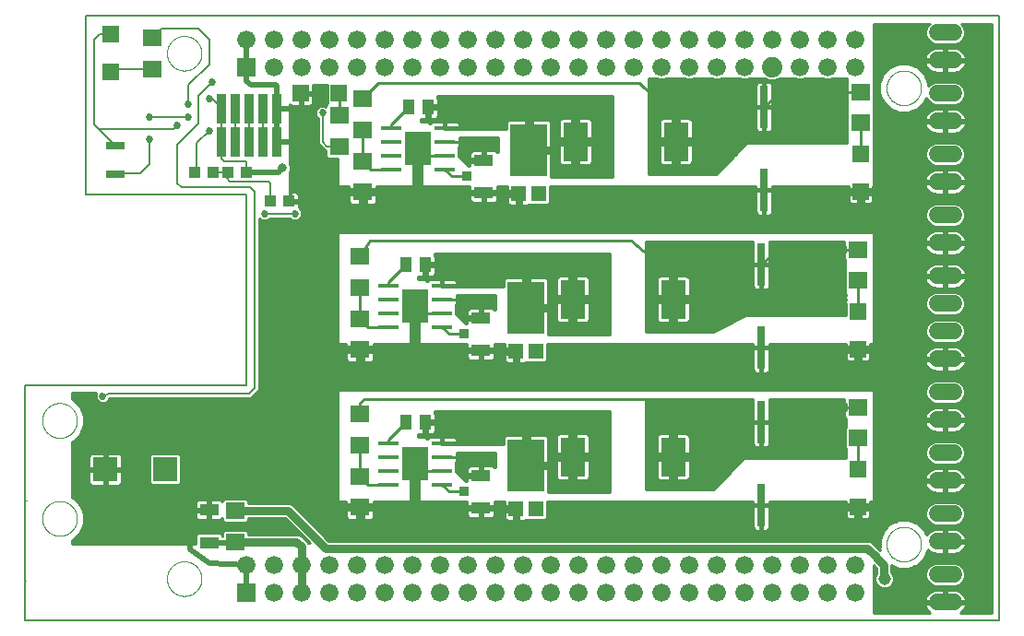
<source format=gtl>
G75*
%MOIN*%
%OFA0B0*%
%FSLAX25Y25*%
%IPPOS*%
%LPD*%
%AMOC8*
5,1,8,0,0,1.08239X$1,22.5*
%
%ADD10C,0.00500*%
%ADD11R,0.00100X0.00100*%
%ADD12R,0.00400X0.00100*%
%ADD13C,0.00000*%
%ADD14R,0.06600X0.06600*%
%ADD15C,0.06600*%
%ADD16C,0.07400*%
%ADD17R,0.07100X0.04400*%
%ADD18R,0.07098X0.06299*%
%ADD19R,0.04400X0.05700*%
%ADD20R,0.03100X0.15200*%
%ADD21R,0.05500X0.05500*%
%ADD22R,0.13200X0.19100*%
%ADD23R,0.05906X0.05906*%
%ADD24R,0.07800X0.01800*%
%ADD25R,0.09400X0.12200*%
%ADD26R,0.09055X0.14173*%
%ADD27C,0.06000*%
%ADD28R,0.08858X0.08858*%
%ADD29R,0.03937X0.04331*%
%ADD30R,0.04331X0.03937*%
%ADD31R,0.03500X0.10500*%
%ADD32R,0.06693X0.03150*%
%ADD33C,0.01600*%
%ADD34C,0.04000*%
%ADD35C,0.01000*%
%ADD36C,0.03562*%
%ADD37C,0.02000*%
%ADD38C,0.02700*%
%ADD39C,0.00800*%
%ADD40C,0.03000*%
%ADD41C,0.04500*%
%ADD42C,0.05906*%
%ADD43R,0.03562X0.03562*%
%ADD44C,0.03300*%
D10*
X0026831Y0007667D02*
X0026831Y0092667D01*
X0106831Y0092667D01*
X0106831Y0161667D01*
X0048831Y0161667D01*
X0048831Y0226167D01*
X0378831Y0226167D01*
X0378831Y0007667D01*
X0026831Y0007667D01*
D11*
X0027231Y0010467D03*
X0027131Y0010967D03*
X0027131Y0011067D03*
X0027131Y0011167D03*
X0027131Y0011267D03*
X0027131Y0011367D03*
X0027131Y0011467D03*
X0027131Y0011567D03*
X0027131Y0011667D03*
X0027131Y0011767D03*
X0027131Y0011867D03*
X0027131Y0011967D03*
X0027131Y0012067D03*
X0027131Y0012167D03*
X0027131Y0012267D03*
X0027131Y0012367D03*
X0027131Y0012467D03*
X0027131Y0012567D03*
X0027131Y0012667D03*
X0027131Y0012767D03*
X0027131Y0012867D03*
X0027131Y0012967D03*
X0027131Y0013067D03*
X0027131Y0013167D03*
X0027131Y0013267D03*
X0027131Y0013367D03*
X0027131Y0013467D03*
X0027131Y0013567D03*
X0027131Y0013667D03*
X0027131Y0013767D03*
X0027131Y0013867D03*
X0027131Y0013967D03*
X0027131Y0014067D03*
X0027131Y0014167D03*
X0027131Y0014267D03*
X0027131Y0014367D03*
X0027131Y0014467D03*
X0027131Y0014567D03*
X0027131Y0014667D03*
X0027131Y0014767D03*
X0027131Y0014867D03*
X0027131Y0014967D03*
X0027131Y0015067D03*
X0027131Y0015167D03*
X0027131Y0015267D03*
X0027131Y0015367D03*
X0027131Y0015467D03*
X0027131Y0015567D03*
X0027131Y0015667D03*
X0027131Y0015767D03*
X0027131Y0015867D03*
X0027131Y0015967D03*
X0027131Y0016067D03*
X0027131Y0016167D03*
X0027131Y0016267D03*
X0027131Y0016367D03*
X0027131Y0016467D03*
X0027131Y0016567D03*
X0027131Y0016667D03*
X0027131Y0016767D03*
X0027131Y0016867D03*
X0027131Y0016967D03*
X0027131Y0017067D03*
X0027131Y0017167D03*
X0027131Y0017267D03*
X0027131Y0017367D03*
X0027131Y0017467D03*
X0027131Y0017567D03*
X0027131Y0017667D03*
X0027131Y0017767D03*
X0027131Y0017867D03*
X0027131Y0017967D03*
X0027131Y0018067D03*
X0027131Y0018167D03*
X0027131Y0018267D03*
X0027131Y0018367D03*
X0027131Y0018467D03*
X0027131Y0018567D03*
X0027131Y0018667D03*
X0027131Y0018767D03*
X0027131Y0018867D03*
X0027131Y0018967D03*
X0027131Y0019067D03*
X0027131Y0019167D03*
X0027131Y0019267D03*
X0027131Y0019367D03*
X0027131Y0019467D03*
X0027131Y0019567D03*
X0027131Y0019667D03*
X0027131Y0019767D03*
X0027131Y0019867D03*
X0027131Y0019967D03*
X0027131Y0020067D03*
X0027131Y0020167D03*
X0027131Y0020267D03*
X0027131Y0020367D03*
X0027131Y0020467D03*
X0027131Y0020567D03*
X0027131Y0020667D03*
X0027131Y0020767D03*
X0027131Y0020867D03*
X0027131Y0020967D03*
X0027131Y0021067D03*
X0027131Y0021167D03*
X0027131Y0021267D03*
X0027131Y0021367D03*
X0027131Y0021467D03*
X0027131Y0021567D03*
X0027131Y0021667D03*
X0027131Y0021767D03*
X0027131Y0021867D03*
X0027131Y0021967D03*
X0027131Y0022067D03*
X0027131Y0022167D03*
X0027131Y0022267D03*
X0027131Y0022367D03*
X0027131Y0022467D03*
X0027131Y0022567D03*
X0027131Y0022667D03*
X0027131Y0022767D03*
X0027131Y0022867D03*
X0027131Y0022967D03*
X0027131Y0023067D03*
X0027131Y0023167D03*
X0027131Y0023267D03*
X0027131Y0023367D03*
X0027131Y0023467D03*
X0027131Y0023567D03*
X0027131Y0023667D03*
X0027131Y0023767D03*
X0027131Y0023867D03*
X0027131Y0023967D03*
X0027131Y0024067D03*
X0027131Y0024167D03*
X0027131Y0024267D03*
X0027131Y0024367D03*
X0027131Y0024467D03*
X0027131Y0024567D03*
X0027131Y0024667D03*
X0027131Y0024767D03*
X0027131Y0024867D03*
X0027131Y0024967D03*
X0027131Y0025067D03*
X0027131Y0025167D03*
X0027131Y0025267D03*
X0027131Y0025367D03*
X0027131Y0025467D03*
X0027131Y0025567D03*
X0027131Y0025667D03*
X0027131Y0025767D03*
X0027131Y0025867D03*
X0027131Y0025967D03*
X0027131Y0026067D03*
X0027131Y0026167D03*
X0027131Y0026267D03*
X0027131Y0026367D03*
X0027131Y0026467D03*
X0027131Y0026567D03*
X0027131Y0026667D03*
X0027131Y0026767D03*
X0027131Y0026867D03*
X0027131Y0026967D03*
X0027131Y0027067D03*
X0027131Y0027167D03*
X0027131Y0027267D03*
X0027131Y0027367D03*
X0027131Y0027467D03*
X0027131Y0027567D03*
X0027131Y0027667D03*
X0027131Y0027767D03*
X0027131Y0027867D03*
X0027131Y0027967D03*
X0027131Y0028067D03*
X0027131Y0028167D03*
X0027131Y0028267D03*
X0027131Y0028367D03*
X0027131Y0028467D03*
X0027131Y0028567D03*
X0027131Y0028667D03*
X0027131Y0028767D03*
X0027131Y0028867D03*
X0027131Y0028967D03*
X0027131Y0029067D03*
X0027131Y0029167D03*
X0027131Y0029267D03*
X0027131Y0029367D03*
X0027131Y0029467D03*
X0027131Y0029567D03*
X0027131Y0029667D03*
X0027131Y0029767D03*
X0027131Y0029867D03*
X0027131Y0029967D03*
X0027131Y0030067D03*
X0027131Y0030167D03*
X0027131Y0030267D03*
X0027131Y0030567D03*
X0027131Y0030867D03*
X0027131Y0030967D03*
X0027131Y0031067D03*
X0027131Y0031167D03*
X0027131Y0031267D03*
X0027131Y0031367D03*
X0027131Y0031467D03*
X0027131Y0031567D03*
X0027131Y0032267D03*
X0027131Y0032367D03*
X0027131Y0032467D03*
X0027131Y0032567D03*
X0027131Y0032667D03*
X0027131Y0032767D03*
X0027131Y0032867D03*
X0027131Y0032967D03*
X0027131Y0033067D03*
X0027131Y0033167D03*
X0027131Y0033267D03*
X0027131Y0033367D03*
X0027131Y0033467D03*
X0027131Y0033567D03*
X0027131Y0033667D03*
X0027131Y0033767D03*
X0027131Y0033867D03*
X0027131Y0033967D03*
X0027131Y0034067D03*
X0027131Y0034167D03*
X0027131Y0034267D03*
X0027131Y0034367D03*
X0027131Y0034467D03*
X0027131Y0034567D03*
X0027131Y0034667D03*
X0027131Y0034767D03*
X0027131Y0034867D03*
X0027131Y0034967D03*
X0027131Y0035067D03*
X0027131Y0035167D03*
X0027131Y0035267D03*
X0027131Y0035367D03*
X0027131Y0035467D03*
X0027131Y0035567D03*
X0027131Y0035667D03*
X0027131Y0035767D03*
X0027131Y0035867D03*
X0027131Y0035967D03*
X0027131Y0036067D03*
X0027131Y0036167D03*
X0027131Y0036267D03*
X0027131Y0036367D03*
X0027131Y0036467D03*
X0027131Y0036567D03*
X0027131Y0036667D03*
X0027131Y0036767D03*
X0027131Y0036867D03*
X0027131Y0036967D03*
X0027131Y0037067D03*
X0027131Y0037167D03*
X0027131Y0037267D03*
X0027131Y0037367D03*
X0027131Y0037467D03*
X0027131Y0037567D03*
X0027131Y0037667D03*
X0027131Y0037767D03*
X0027131Y0037867D03*
X0027131Y0037967D03*
X0027131Y0038067D03*
X0027131Y0038167D03*
X0027131Y0038267D03*
X0027131Y0038367D03*
X0027131Y0038467D03*
X0027131Y0038567D03*
X0027131Y0038667D03*
X0027131Y0038767D03*
X0027131Y0038867D03*
X0027131Y0038967D03*
X0027131Y0039067D03*
X0027131Y0039167D03*
X0027131Y0039267D03*
X0027131Y0039367D03*
X0027131Y0039467D03*
X0027131Y0039567D03*
X0027131Y0039667D03*
X0027131Y0039767D03*
X0027131Y0039867D03*
X0027131Y0039967D03*
X0027131Y0040067D03*
X0027131Y0040167D03*
X0027131Y0040267D03*
X0027131Y0040367D03*
X0027131Y0040467D03*
X0027131Y0040567D03*
X0027131Y0040667D03*
X0027131Y0040767D03*
X0027131Y0040867D03*
X0027131Y0040967D03*
X0027131Y0041067D03*
X0027131Y0041167D03*
X0027131Y0041267D03*
X0027131Y0041367D03*
X0027131Y0041467D03*
X0027131Y0041567D03*
X0027131Y0041667D03*
X0027131Y0041767D03*
X0027131Y0041867D03*
X0027131Y0041967D03*
X0027131Y0042067D03*
X0027131Y0042167D03*
X0027131Y0042267D03*
X0027131Y0042367D03*
X0027131Y0042467D03*
X0027131Y0042567D03*
X0027131Y0042667D03*
X0027131Y0042767D03*
X0027131Y0042867D03*
X0027131Y0042967D03*
X0027131Y0043067D03*
X0027131Y0043167D03*
X0027131Y0043267D03*
X0027131Y0043367D03*
X0027131Y0043467D03*
X0027131Y0043567D03*
X0027131Y0043667D03*
X0027131Y0043767D03*
X0027131Y0043867D03*
X0027131Y0043967D03*
X0027131Y0044067D03*
X0027131Y0044167D03*
X0027131Y0044267D03*
X0027131Y0044367D03*
X0027131Y0044467D03*
X0027131Y0044567D03*
X0027131Y0044667D03*
X0027131Y0044767D03*
X0027131Y0044867D03*
X0027131Y0044967D03*
X0027131Y0045067D03*
X0027131Y0045167D03*
X0027131Y0045267D03*
X0027131Y0045367D03*
X0027131Y0045467D03*
X0027131Y0045567D03*
X0027131Y0045667D03*
X0027131Y0045767D03*
X0027131Y0045867D03*
X0027131Y0045967D03*
X0027131Y0046067D03*
X0027131Y0046167D03*
X0027131Y0046267D03*
X0027131Y0046367D03*
X0027131Y0046467D03*
X0027131Y0046567D03*
X0027131Y0046667D03*
X0027131Y0046767D03*
X0027131Y0046867D03*
X0027131Y0046967D03*
X0027131Y0047067D03*
X0027131Y0047167D03*
X0027131Y0047267D03*
X0027131Y0047367D03*
X0027131Y0047467D03*
X0027131Y0047567D03*
X0027131Y0047667D03*
X0027131Y0047767D03*
X0027131Y0047867D03*
X0027131Y0047967D03*
X0027131Y0048067D03*
X0027131Y0048167D03*
X0027131Y0048267D03*
X0027131Y0048367D03*
X0027131Y0048467D03*
X0027131Y0048567D03*
X0027131Y0048667D03*
X0027131Y0048767D03*
X0027131Y0048867D03*
X0027131Y0048967D03*
X0027131Y0049067D03*
X0027131Y0049167D03*
X0027131Y0049267D03*
X0027131Y0049367D03*
X0027131Y0049467D03*
X0027131Y0049567D03*
X0027131Y0049667D03*
X0027131Y0049767D03*
X0027131Y0049867D03*
X0027131Y0049967D03*
X0027131Y0050067D03*
X0027531Y0021567D03*
D12*
X0027381Y0050667D03*
D13*
X0032996Y0044450D02*
X0032998Y0044608D01*
X0033004Y0044766D01*
X0033014Y0044924D01*
X0033028Y0045082D01*
X0033046Y0045239D01*
X0033067Y0045396D01*
X0033093Y0045552D01*
X0033123Y0045708D01*
X0033156Y0045863D01*
X0033194Y0046016D01*
X0033235Y0046169D01*
X0033280Y0046321D01*
X0033329Y0046472D01*
X0033382Y0046621D01*
X0033438Y0046769D01*
X0033498Y0046915D01*
X0033562Y0047060D01*
X0033630Y0047203D01*
X0033701Y0047345D01*
X0033775Y0047485D01*
X0033853Y0047622D01*
X0033935Y0047758D01*
X0034019Y0047892D01*
X0034108Y0048023D01*
X0034199Y0048152D01*
X0034294Y0048279D01*
X0034391Y0048404D01*
X0034492Y0048526D01*
X0034596Y0048645D01*
X0034703Y0048762D01*
X0034813Y0048876D01*
X0034926Y0048987D01*
X0035041Y0049096D01*
X0035159Y0049201D01*
X0035280Y0049303D01*
X0035403Y0049403D01*
X0035529Y0049499D01*
X0035657Y0049592D01*
X0035787Y0049682D01*
X0035920Y0049768D01*
X0036055Y0049852D01*
X0036191Y0049931D01*
X0036330Y0050008D01*
X0036471Y0050080D01*
X0036613Y0050150D01*
X0036757Y0050215D01*
X0036903Y0050277D01*
X0037050Y0050335D01*
X0037199Y0050390D01*
X0037349Y0050441D01*
X0037500Y0050488D01*
X0037652Y0050531D01*
X0037805Y0050570D01*
X0037960Y0050606D01*
X0038115Y0050637D01*
X0038271Y0050665D01*
X0038427Y0050689D01*
X0038584Y0050709D01*
X0038742Y0050725D01*
X0038899Y0050737D01*
X0039058Y0050745D01*
X0039216Y0050749D01*
X0039374Y0050749D01*
X0039532Y0050745D01*
X0039691Y0050737D01*
X0039848Y0050725D01*
X0040006Y0050709D01*
X0040163Y0050689D01*
X0040319Y0050665D01*
X0040475Y0050637D01*
X0040630Y0050606D01*
X0040785Y0050570D01*
X0040938Y0050531D01*
X0041090Y0050488D01*
X0041241Y0050441D01*
X0041391Y0050390D01*
X0041540Y0050335D01*
X0041687Y0050277D01*
X0041833Y0050215D01*
X0041977Y0050150D01*
X0042119Y0050080D01*
X0042260Y0050008D01*
X0042399Y0049931D01*
X0042535Y0049852D01*
X0042670Y0049768D01*
X0042803Y0049682D01*
X0042933Y0049592D01*
X0043061Y0049499D01*
X0043187Y0049403D01*
X0043310Y0049303D01*
X0043431Y0049201D01*
X0043549Y0049096D01*
X0043664Y0048987D01*
X0043777Y0048876D01*
X0043887Y0048762D01*
X0043994Y0048645D01*
X0044098Y0048526D01*
X0044199Y0048404D01*
X0044296Y0048279D01*
X0044391Y0048152D01*
X0044482Y0048023D01*
X0044571Y0047892D01*
X0044655Y0047758D01*
X0044737Y0047622D01*
X0044815Y0047485D01*
X0044889Y0047345D01*
X0044960Y0047203D01*
X0045028Y0047060D01*
X0045092Y0046915D01*
X0045152Y0046769D01*
X0045208Y0046621D01*
X0045261Y0046472D01*
X0045310Y0046321D01*
X0045355Y0046169D01*
X0045396Y0046016D01*
X0045434Y0045863D01*
X0045467Y0045708D01*
X0045497Y0045552D01*
X0045523Y0045396D01*
X0045544Y0045239D01*
X0045562Y0045082D01*
X0045576Y0044924D01*
X0045586Y0044766D01*
X0045592Y0044608D01*
X0045594Y0044450D01*
X0045592Y0044292D01*
X0045586Y0044134D01*
X0045576Y0043976D01*
X0045562Y0043818D01*
X0045544Y0043661D01*
X0045523Y0043504D01*
X0045497Y0043348D01*
X0045467Y0043192D01*
X0045434Y0043037D01*
X0045396Y0042884D01*
X0045355Y0042731D01*
X0045310Y0042579D01*
X0045261Y0042428D01*
X0045208Y0042279D01*
X0045152Y0042131D01*
X0045092Y0041985D01*
X0045028Y0041840D01*
X0044960Y0041697D01*
X0044889Y0041555D01*
X0044815Y0041415D01*
X0044737Y0041278D01*
X0044655Y0041142D01*
X0044571Y0041008D01*
X0044482Y0040877D01*
X0044391Y0040748D01*
X0044296Y0040621D01*
X0044199Y0040496D01*
X0044098Y0040374D01*
X0043994Y0040255D01*
X0043887Y0040138D01*
X0043777Y0040024D01*
X0043664Y0039913D01*
X0043549Y0039804D01*
X0043431Y0039699D01*
X0043310Y0039597D01*
X0043187Y0039497D01*
X0043061Y0039401D01*
X0042933Y0039308D01*
X0042803Y0039218D01*
X0042670Y0039132D01*
X0042535Y0039048D01*
X0042399Y0038969D01*
X0042260Y0038892D01*
X0042119Y0038820D01*
X0041977Y0038750D01*
X0041833Y0038685D01*
X0041687Y0038623D01*
X0041540Y0038565D01*
X0041391Y0038510D01*
X0041241Y0038459D01*
X0041090Y0038412D01*
X0040938Y0038369D01*
X0040785Y0038330D01*
X0040630Y0038294D01*
X0040475Y0038263D01*
X0040319Y0038235D01*
X0040163Y0038211D01*
X0040006Y0038191D01*
X0039848Y0038175D01*
X0039691Y0038163D01*
X0039532Y0038155D01*
X0039374Y0038151D01*
X0039216Y0038151D01*
X0039058Y0038155D01*
X0038899Y0038163D01*
X0038742Y0038175D01*
X0038584Y0038191D01*
X0038427Y0038211D01*
X0038271Y0038235D01*
X0038115Y0038263D01*
X0037960Y0038294D01*
X0037805Y0038330D01*
X0037652Y0038369D01*
X0037500Y0038412D01*
X0037349Y0038459D01*
X0037199Y0038510D01*
X0037050Y0038565D01*
X0036903Y0038623D01*
X0036757Y0038685D01*
X0036613Y0038750D01*
X0036471Y0038820D01*
X0036330Y0038892D01*
X0036191Y0038969D01*
X0036055Y0039048D01*
X0035920Y0039132D01*
X0035787Y0039218D01*
X0035657Y0039308D01*
X0035529Y0039401D01*
X0035403Y0039497D01*
X0035280Y0039597D01*
X0035159Y0039699D01*
X0035041Y0039804D01*
X0034926Y0039913D01*
X0034813Y0040024D01*
X0034703Y0040138D01*
X0034596Y0040255D01*
X0034492Y0040374D01*
X0034391Y0040496D01*
X0034294Y0040621D01*
X0034199Y0040748D01*
X0034108Y0040877D01*
X0034019Y0041008D01*
X0033935Y0041142D01*
X0033853Y0041278D01*
X0033775Y0041415D01*
X0033701Y0041555D01*
X0033630Y0041697D01*
X0033562Y0041840D01*
X0033498Y0041985D01*
X0033438Y0042131D01*
X0033382Y0042279D01*
X0033329Y0042428D01*
X0033280Y0042579D01*
X0033235Y0042731D01*
X0033194Y0042884D01*
X0033156Y0043037D01*
X0033123Y0043192D01*
X0033093Y0043348D01*
X0033067Y0043504D01*
X0033046Y0043661D01*
X0033028Y0043818D01*
X0033014Y0043976D01*
X0033004Y0044134D01*
X0032998Y0044292D01*
X0032996Y0044450D01*
X0078081Y0022667D02*
X0078083Y0022825D01*
X0078089Y0022982D01*
X0078099Y0023140D01*
X0078113Y0023297D01*
X0078131Y0023453D01*
X0078152Y0023610D01*
X0078178Y0023765D01*
X0078208Y0023920D01*
X0078241Y0024074D01*
X0078279Y0024227D01*
X0078320Y0024380D01*
X0078365Y0024531D01*
X0078414Y0024681D01*
X0078467Y0024829D01*
X0078523Y0024977D01*
X0078584Y0025122D01*
X0078647Y0025267D01*
X0078715Y0025409D01*
X0078786Y0025550D01*
X0078860Y0025689D01*
X0078938Y0025826D01*
X0079020Y0025961D01*
X0079104Y0026094D01*
X0079193Y0026225D01*
X0079284Y0026353D01*
X0079379Y0026480D01*
X0079476Y0026603D01*
X0079577Y0026725D01*
X0079681Y0026843D01*
X0079788Y0026959D01*
X0079898Y0027072D01*
X0080010Y0027183D01*
X0080126Y0027290D01*
X0080244Y0027395D01*
X0080364Y0027497D01*
X0080487Y0027595D01*
X0080613Y0027691D01*
X0080741Y0027783D01*
X0080871Y0027872D01*
X0081003Y0027958D01*
X0081138Y0028040D01*
X0081275Y0028119D01*
X0081413Y0028194D01*
X0081553Y0028266D01*
X0081696Y0028334D01*
X0081839Y0028399D01*
X0081985Y0028460D01*
X0082132Y0028517D01*
X0082280Y0028571D01*
X0082430Y0028621D01*
X0082580Y0028667D01*
X0082732Y0028709D01*
X0082885Y0028748D01*
X0083039Y0028782D01*
X0083194Y0028813D01*
X0083349Y0028839D01*
X0083505Y0028862D01*
X0083662Y0028881D01*
X0083819Y0028896D01*
X0083976Y0028907D01*
X0084134Y0028914D01*
X0084292Y0028917D01*
X0084449Y0028916D01*
X0084607Y0028911D01*
X0084764Y0028902D01*
X0084922Y0028889D01*
X0085078Y0028872D01*
X0085235Y0028851D01*
X0085390Y0028827D01*
X0085545Y0028798D01*
X0085700Y0028765D01*
X0085853Y0028729D01*
X0086006Y0028688D01*
X0086157Y0028644D01*
X0086307Y0028596D01*
X0086456Y0028545D01*
X0086604Y0028489D01*
X0086750Y0028430D01*
X0086895Y0028367D01*
X0087038Y0028300D01*
X0087179Y0028230D01*
X0087318Y0028157D01*
X0087456Y0028080D01*
X0087592Y0027999D01*
X0087725Y0027915D01*
X0087856Y0027828D01*
X0087985Y0027737D01*
X0088112Y0027643D01*
X0088237Y0027546D01*
X0088358Y0027446D01*
X0088478Y0027343D01*
X0088594Y0027237D01*
X0088708Y0027128D01*
X0088820Y0027016D01*
X0088928Y0026902D01*
X0089033Y0026784D01*
X0089136Y0026664D01*
X0089235Y0026542D01*
X0089331Y0026417D01*
X0089424Y0026289D01*
X0089514Y0026160D01*
X0089600Y0026028D01*
X0089684Y0025894D01*
X0089763Y0025758D01*
X0089840Y0025620D01*
X0089912Y0025480D01*
X0089981Y0025338D01*
X0090047Y0025195D01*
X0090109Y0025050D01*
X0090167Y0024903D01*
X0090222Y0024755D01*
X0090273Y0024606D01*
X0090320Y0024455D01*
X0090363Y0024304D01*
X0090402Y0024151D01*
X0090438Y0023997D01*
X0090469Y0023843D01*
X0090497Y0023688D01*
X0090521Y0023532D01*
X0090541Y0023375D01*
X0090557Y0023218D01*
X0090569Y0023061D01*
X0090577Y0022904D01*
X0090581Y0022746D01*
X0090581Y0022588D01*
X0090577Y0022430D01*
X0090569Y0022273D01*
X0090557Y0022116D01*
X0090541Y0021959D01*
X0090521Y0021802D01*
X0090497Y0021646D01*
X0090469Y0021491D01*
X0090438Y0021337D01*
X0090402Y0021183D01*
X0090363Y0021030D01*
X0090320Y0020879D01*
X0090273Y0020728D01*
X0090222Y0020579D01*
X0090167Y0020431D01*
X0090109Y0020284D01*
X0090047Y0020139D01*
X0089981Y0019996D01*
X0089912Y0019854D01*
X0089840Y0019714D01*
X0089763Y0019576D01*
X0089684Y0019440D01*
X0089600Y0019306D01*
X0089514Y0019174D01*
X0089424Y0019045D01*
X0089331Y0018917D01*
X0089235Y0018792D01*
X0089136Y0018670D01*
X0089033Y0018550D01*
X0088928Y0018432D01*
X0088820Y0018318D01*
X0088708Y0018206D01*
X0088594Y0018097D01*
X0088478Y0017991D01*
X0088358Y0017888D01*
X0088237Y0017788D01*
X0088112Y0017691D01*
X0087985Y0017597D01*
X0087856Y0017506D01*
X0087725Y0017419D01*
X0087592Y0017335D01*
X0087456Y0017254D01*
X0087318Y0017177D01*
X0087179Y0017104D01*
X0087038Y0017034D01*
X0086895Y0016967D01*
X0086750Y0016904D01*
X0086604Y0016845D01*
X0086456Y0016789D01*
X0086307Y0016738D01*
X0086157Y0016690D01*
X0086006Y0016646D01*
X0085853Y0016605D01*
X0085700Y0016569D01*
X0085545Y0016536D01*
X0085390Y0016507D01*
X0085235Y0016483D01*
X0085078Y0016462D01*
X0084922Y0016445D01*
X0084764Y0016432D01*
X0084607Y0016423D01*
X0084449Y0016418D01*
X0084292Y0016417D01*
X0084134Y0016420D01*
X0083976Y0016427D01*
X0083819Y0016438D01*
X0083662Y0016453D01*
X0083505Y0016472D01*
X0083349Y0016495D01*
X0083194Y0016521D01*
X0083039Y0016552D01*
X0082885Y0016586D01*
X0082732Y0016625D01*
X0082580Y0016667D01*
X0082430Y0016713D01*
X0082280Y0016763D01*
X0082132Y0016817D01*
X0081985Y0016874D01*
X0081839Y0016935D01*
X0081696Y0017000D01*
X0081553Y0017068D01*
X0081413Y0017140D01*
X0081275Y0017215D01*
X0081138Y0017294D01*
X0081003Y0017376D01*
X0080871Y0017462D01*
X0080741Y0017551D01*
X0080613Y0017643D01*
X0080487Y0017739D01*
X0080364Y0017837D01*
X0080244Y0017939D01*
X0080126Y0018044D01*
X0080010Y0018151D01*
X0079898Y0018262D01*
X0079788Y0018375D01*
X0079681Y0018491D01*
X0079577Y0018609D01*
X0079476Y0018731D01*
X0079379Y0018854D01*
X0079284Y0018981D01*
X0079193Y0019109D01*
X0079104Y0019240D01*
X0079020Y0019373D01*
X0078938Y0019508D01*
X0078860Y0019645D01*
X0078786Y0019784D01*
X0078715Y0019925D01*
X0078647Y0020067D01*
X0078584Y0020212D01*
X0078523Y0020357D01*
X0078467Y0020505D01*
X0078414Y0020653D01*
X0078365Y0020803D01*
X0078320Y0020954D01*
X0078279Y0021107D01*
X0078241Y0021260D01*
X0078208Y0021414D01*
X0078178Y0021569D01*
X0078152Y0021724D01*
X0078131Y0021881D01*
X0078113Y0022037D01*
X0078099Y0022194D01*
X0078089Y0022352D01*
X0078083Y0022509D01*
X0078081Y0022667D01*
X0032996Y0079883D02*
X0032998Y0080041D01*
X0033004Y0080199D01*
X0033014Y0080357D01*
X0033028Y0080515D01*
X0033046Y0080672D01*
X0033067Y0080829D01*
X0033093Y0080985D01*
X0033123Y0081141D01*
X0033156Y0081296D01*
X0033194Y0081449D01*
X0033235Y0081602D01*
X0033280Y0081754D01*
X0033329Y0081905D01*
X0033382Y0082054D01*
X0033438Y0082202D01*
X0033498Y0082348D01*
X0033562Y0082493D01*
X0033630Y0082636D01*
X0033701Y0082778D01*
X0033775Y0082918D01*
X0033853Y0083055D01*
X0033935Y0083191D01*
X0034019Y0083325D01*
X0034108Y0083456D01*
X0034199Y0083585D01*
X0034294Y0083712D01*
X0034391Y0083837D01*
X0034492Y0083959D01*
X0034596Y0084078D01*
X0034703Y0084195D01*
X0034813Y0084309D01*
X0034926Y0084420D01*
X0035041Y0084529D01*
X0035159Y0084634D01*
X0035280Y0084736D01*
X0035403Y0084836D01*
X0035529Y0084932D01*
X0035657Y0085025D01*
X0035787Y0085115D01*
X0035920Y0085201D01*
X0036055Y0085285D01*
X0036191Y0085364D01*
X0036330Y0085441D01*
X0036471Y0085513D01*
X0036613Y0085583D01*
X0036757Y0085648D01*
X0036903Y0085710D01*
X0037050Y0085768D01*
X0037199Y0085823D01*
X0037349Y0085874D01*
X0037500Y0085921D01*
X0037652Y0085964D01*
X0037805Y0086003D01*
X0037960Y0086039D01*
X0038115Y0086070D01*
X0038271Y0086098D01*
X0038427Y0086122D01*
X0038584Y0086142D01*
X0038742Y0086158D01*
X0038899Y0086170D01*
X0039058Y0086178D01*
X0039216Y0086182D01*
X0039374Y0086182D01*
X0039532Y0086178D01*
X0039691Y0086170D01*
X0039848Y0086158D01*
X0040006Y0086142D01*
X0040163Y0086122D01*
X0040319Y0086098D01*
X0040475Y0086070D01*
X0040630Y0086039D01*
X0040785Y0086003D01*
X0040938Y0085964D01*
X0041090Y0085921D01*
X0041241Y0085874D01*
X0041391Y0085823D01*
X0041540Y0085768D01*
X0041687Y0085710D01*
X0041833Y0085648D01*
X0041977Y0085583D01*
X0042119Y0085513D01*
X0042260Y0085441D01*
X0042399Y0085364D01*
X0042535Y0085285D01*
X0042670Y0085201D01*
X0042803Y0085115D01*
X0042933Y0085025D01*
X0043061Y0084932D01*
X0043187Y0084836D01*
X0043310Y0084736D01*
X0043431Y0084634D01*
X0043549Y0084529D01*
X0043664Y0084420D01*
X0043777Y0084309D01*
X0043887Y0084195D01*
X0043994Y0084078D01*
X0044098Y0083959D01*
X0044199Y0083837D01*
X0044296Y0083712D01*
X0044391Y0083585D01*
X0044482Y0083456D01*
X0044571Y0083325D01*
X0044655Y0083191D01*
X0044737Y0083055D01*
X0044815Y0082918D01*
X0044889Y0082778D01*
X0044960Y0082636D01*
X0045028Y0082493D01*
X0045092Y0082348D01*
X0045152Y0082202D01*
X0045208Y0082054D01*
X0045261Y0081905D01*
X0045310Y0081754D01*
X0045355Y0081602D01*
X0045396Y0081449D01*
X0045434Y0081296D01*
X0045467Y0081141D01*
X0045497Y0080985D01*
X0045523Y0080829D01*
X0045544Y0080672D01*
X0045562Y0080515D01*
X0045576Y0080357D01*
X0045586Y0080199D01*
X0045592Y0080041D01*
X0045594Y0079883D01*
X0045592Y0079725D01*
X0045586Y0079567D01*
X0045576Y0079409D01*
X0045562Y0079251D01*
X0045544Y0079094D01*
X0045523Y0078937D01*
X0045497Y0078781D01*
X0045467Y0078625D01*
X0045434Y0078470D01*
X0045396Y0078317D01*
X0045355Y0078164D01*
X0045310Y0078012D01*
X0045261Y0077861D01*
X0045208Y0077712D01*
X0045152Y0077564D01*
X0045092Y0077418D01*
X0045028Y0077273D01*
X0044960Y0077130D01*
X0044889Y0076988D01*
X0044815Y0076848D01*
X0044737Y0076711D01*
X0044655Y0076575D01*
X0044571Y0076441D01*
X0044482Y0076310D01*
X0044391Y0076181D01*
X0044296Y0076054D01*
X0044199Y0075929D01*
X0044098Y0075807D01*
X0043994Y0075688D01*
X0043887Y0075571D01*
X0043777Y0075457D01*
X0043664Y0075346D01*
X0043549Y0075237D01*
X0043431Y0075132D01*
X0043310Y0075030D01*
X0043187Y0074930D01*
X0043061Y0074834D01*
X0042933Y0074741D01*
X0042803Y0074651D01*
X0042670Y0074565D01*
X0042535Y0074481D01*
X0042399Y0074402D01*
X0042260Y0074325D01*
X0042119Y0074253D01*
X0041977Y0074183D01*
X0041833Y0074118D01*
X0041687Y0074056D01*
X0041540Y0073998D01*
X0041391Y0073943D01*
X0041241Y0073892D01*
X0041090Y0073845D01*
X0040938Y0073802D01*
X0040785Y0073763D01*
X0040630Y0073727D01*
X0040475Y0073696D01*
X0040319Y0073668D01*
X0040163Y0073644D01*
X0040006Y0073624D01*
X0039848Y0073608D01*
X0039691Y0073596D01*
X0039532Y0073588D01*
X0039374Y0073584D01*
X0039216Y0073584D01*
X0039058Y0073588D01*
X0038899Y0073596D01*
X0038742Y0073608D01*
X0038584Y0073624D01*
X0038427Y0073644D01*
X0038271Y0073668D01*
X0038115Y0073696D01*
X0037960Y0073727D01*
X0037805Y0073763D01*
X0037652Y0073802D01*
X0037500Y0073845D01*
X0037349Y0073892D01*
X0037199Y0073943D01*
X0037050Y0073998D01*
X0036903Y0074056D01*
X0036757Y0074118D01*
X0036613Y0074183D01*
X0036471Y0074253D01*
X0036330Y0074325D01*
X0036191Y0074402D01*
X0036055Y0074481D01*
X0035920Y0074565D01*
X0035787Y0074651D01*
X0035657Y0074741D01*
X0035529Y0074834D01*
X0035403Y0074930D01*
X0035280Y0075030D01*
X0035159Y0075132D01*
X0035041Y0075237D01*
X0034926Y0075346D01*
X0034813Y0075457D01*
X0034703Y0075571D01*
X0034596Y0075688D01*
X0034492Y0075807D01*
X0034391Y0075929D01*
X0034294Y0076054D01*
X0034199Y0076181D01*
X0034108Y0076310D01*
X0034019Y0076441D01*
X0033935Y0076575D01*
X0033853Y0076711D01*
X0033775Y0076848D01*
X0033701Y0076988D01*
X0033630Y0077130D01*
X0033562Y0077273D01*
X0033498Y0077418D01*
X0033438Y0077564D01*
X0033382Y0077712D01*
X0033329Y0077861D01*
X0033280Y0078012D01*
X0033235Y0078164D01*
X0033194Y0078317D01*
X0033156Y0078470D01*
X0033123Y0078625D01*
X0033093Y0078781D01*
X0033067Y0078937D01*
X0033046Y0079094D01*
X0033028Y0079251D01*
X0033014Y0079409D01*
X0033004Y0079567D01*
X0032998Y0079725D01*
X0032996Y0079883D01*
X0078081Y0212667D02*
X0078083Y0212825D01*
X0078089Y0212982D01*
X0078099Y0213140D01*
X0078113Y0213297D01*
X0078131Y0213453D01*
X0078152Y0213610D01*
X0078178Y0213765D01*
X0078208Y0213920D01*
X0078241Y0214074D01*
X0078279Y0214227D01*
X0078320Y0214380D01*
X0078365Y0214531D01*
X0078414Y0214681D01*
X0078467Y0214829D01*
X0078523Y0214977D01*
X0078584Y0215122D01*
X0078647Y0215267D01*
X0078715Y0215409D01*
X0078786Y0215550D01*
X0078860Y0215689D01*
X0078938Y0215826D01*
X0079020Y0215961D01*
X0079104Y0216094D01*
X0079193Y0216225D01*
X0079284Y0216353D01*
X0079379Y0216480D01*
X0079476Y0216603D01*
X0079577Y0216725D01*
X0079681Y0216843D01*
X0079788Y0216959D01*
X0079898Y0217072D01*
X0080010Y0217183D01*
X0080126Y0217290D01*
X0080244Y0217395D01*
X0080364Y0217497D01*
X0080487Y0217595D01*
X0080613Y0217691D01*
X0080741Y0217783D01*
X0080871Y0217872D01*
X0081003Y0217958D01*
X0081138Y0218040D01*
X0081275Y0218119D01*
X0081413Y0218194D01*
X0081553Y0218266D01*
X0081696Y0218334D01*
X0081839Y0218399D01*
X0081985Y0218460D01*
X0082132Y0218517D01*
X0082280Y0218571D01*
X0082430Y0218621D01*
X0082580Y0218667D01*
X0082732Y0218709D01*
X0082885Y0218748D01*
X0083039Y0218782D01*
X0083194Y0218813D01*
X0083349Y0218839D01*
X0083505Y0218862D01*
X0083662Y0218881D01*
X0083819Y0218896D01*
X0083976Y0218907D01*
X0084134Y0218914D01*
X0084292Y0218917D01*
X0084449Y0218916D01*
X0084607Y0218911D01*
X0084764Y0218902D01*
X0084922Y0218889D01*
X0085078Y0218872D01*
X0085235Y0218851D01*
X0085390Y0218827D01*
X0085545Y0218798D01*
X0085700Y0218765D01*
X0085853Y0218729D01*
X0086006Y0218688D01*
X0086157Y0218644D01*
X0086307Y0218596D01*
X0086456Y0218545D01*
X0086604Y0218489D01*
X0086750Y0218430D01*
X0086895Y0218367D01*
X0087038Y0218300D01*
X0087179Y0218230D01*
X0087318Y0218157D01*
X0087456Y0218080D01*
X0087592Y0217999D01*
X0087725Y0217915D01*
X0087856Y0217828D01*
X0087985Y0217737D01*
X0088112Y0217643D01*
X0088237Y0217546D01*
X0088358Y0217446D01*
X0088478Y0217343D01*
X0088594Y0217237D01*
X0088708Y0217128D01*
X0088820Y0217016D01*
X0088928Y0216902D01*
X0089033Y0216784D01*
X0089136Y0216664D01*
X0089235Y0216542D01*
X0089331Y0216417D01*
X0089424Y0216289D01*
X0089514Y0216160D01*
X0089600Y0216028D01*
X0089684Y0215894D01*
X0089763Y0215758D01*
X0089840Y0215620D01*
X0089912Y0215480D01*
X0089981Y0215338D01*
X0090047Y0215195D01*
X0090109Y0215050D01*
X0090167Y0214903D01*
X0090222Y0214755D01*
X0090273Y0214606D01*
X0090320Y0214455D01*
X0090363Y0214304D01*
X0090402Y0214151D01*
X0090438Y0213997D01*
X0090469Y0213843D01*
X0090497Y0213688D01*
X0090521Y0213532D01*
X0090541Y0213375D01*
X0090557Y0213218D01*
X0090569Y0213061D01*
X0090577Y0212904D01*
X0090581Y0212746D01*
X0090581Y0212588D01*
X0090577Y0212430D01*
X0090569Y0212273D01*
X0090557Y0212116D01*
X0090541Y0211959D01*
X0090521Y0211802D01*
X0090497Y0211646D01*
X0090469Y0211491D01*
X0090438Y0211337D01*
X0090402Y0211183D01*
X0090363Y0211030D01*
X0090320Y0210879D01*
X0090273Y0210728D01*
X0090222Y0210579D01*
X0090167Y0210431D01*
X0090109Y0210284D01*
X0090047Y0210139D01*
X0089981Y0209996D01*
X0089912Y0209854D01*
X0089840Y0209714D01*
X0089763Y0209576D01*
X0089684Y0209440D01*
X0089600Y0209306D01*
X0089514Y0209174D01*
X0089424Y0209045D01*
X0089331Y0208917D01*
X0089235Y0208792D01*
X0089136Y0208670D01*
X0089033Y0208550D01*
X0088928Y0208432D01*
X0088820Y0208318D01*
X0088708Y0208206D01*
X0088594Y0208097D01*
X0088478Y0207991D01*
X0088358Y0207888D01*
X0088237Y0207788D01*
X0088112Y0207691D01*
X0087985Y0207597D01*
X0087856Y0207506D01*
X0087725Y0207419D01*
X0087592Y0207335D01*
X0087456Y0207254D01*
X0087318Y0207177D01*
X0087179Y0207104D01*
X0087038Y0207034D01*
X0086895Y0206967D01*
X0086750Y0206904D01*
X0086604Y0206845D01*
X0086456Y0206789D01*
X0086307Y0206738D01*
X0086157Y0206690D01*
X0086006Y0206646D01*
X0085853Y0206605D01*
X0085700Y0206569D01*
X0085545Y0206536D01*
X0085390Y0206507D01*
X0085235Y0206483D01*
X0085078Y0206462D01*
X0084922Y0206445D01*
X0084764Y0206432D01*
X0084607Y0206423D01*
X0084449Y0206418D01*
X0084292Y0206417D01*
X0084134Y0206420D01*
X0083976Y0206427D01*
X0083819Y0206438D01*
X0083662Y0206453D01*
X0083505Y0206472D01*
X0083349Y0206495D01*
X0083194Y0206521D01*
X0083039Y0206552D01*
X0082885Y0206586D01*
X0082732Y0206625D01*
X0082580Y0206667D01*
X0082430Y0206713D01*
X0082280Y0206763D01*
X0082132Y0206817D01*
X0081985Y0206874D01*
X0081839Y0206935D01*
X0081696Y0207000D01*
X0081553Y0207068D01*
X0081413Y0207140D01*
X0081275Y0207215D01*
X0081138Y0207294D01*
X0081003Y0207376D01*
X0080871Y0207462D01*
X0080741Y0207551D01*
X0080613Y0207643D01*
X0080487Y0207739D01*
X0080364Y0207837D01*
X0080244Y0207939D01*
X0080126Y0208044D01*
X0080010Y0208151D01*
X0079898Y0208262D01*
X0079788Y0208375D01*
X0079681Y0208491D01*
X0079577Y0208609D01*
X0079476Y0208731D01*
X0079379Y0208854D01*
X0079284Y0208981D01*
X0079193Y0209109D01*
X0079104Y0209240D01*
X0079020Y0209373D01*
X0078938Y0209508D01*
X0078860Y0209645D01*
X0078786Y0209784D01*
X0078715Y0209925D01*
X0078647Y0210067D01*
X0078584Y0210212D01*
X0078523Y0210357D01*
X0078467Y0210505D01*
X0078414Y0210653D01*
X0078365Y0210803D01*
X0078320Y0210954D01*
X0078279Y0211107D01*
X0078241Y0211260D01*
X0078208Y0211414D01*
X0078178Y0211569D01*
X0078152Y0211724D01*
X0078131Y0211881D01*
X0078113Y0212037D01*
X0078099Y0212194D01*
X0078089Y0212352D01*
X0078083Y0212509D01*
X0078081Y0212667D01*
X0338081Y0200167D02*
X0338083Y0200325D01*
X0338089Y0200482D01*
X0338099Y0200640D01*
X0338113Y0200797D01*
X0338131Y0200953D01*
X0338152Y0201110D01*
X0338178Y0201265D01*
X0338208Y0201420D01*
X0338241Y0201574D01*
X0338279Y0201727D01*
X0338320Y0201880D01*
X0338365Y0202031D01*
X0338414Y0202181D01*
X0338467Y0202329D01*
X0338523Y0202477D01*
X0338584Y0202622D01*
X0338647Y0202767D01*
X0338715Y0202909D01*
X0338786Y0203050D01*
X0338860Y0203189D01*
X0338938Y0203326D01*
X0339020Y0203461D01*
X0339104Y0203594D01*
X0339193Y0203725D01*
X0339284Y0203853D01*
X0339379Y0203980D01*
X0339476Y0204103D01*
X0339577Y0204225D01*
X0339681Y0204343D01*
X0339788Y0204459D01*
X0339898Y0204572D01*
X0340010Y0204683D01*
X0340126Y0204790D01*
X0340244Y0204895D01*
X0340364Y0204997D01*
X0340487Y0205095D01*
X0340613Y0205191D01*
X0340741Y0205283D01*
X0340871Y0205372D01*
X0341003Y0205458D01*
X0341138Y0205540D01*
X0341275Y0205619D01*
X0341413Y0205694D01*
X0341553Y0205766D01*
X0341696Y0205834D01*
X0341839Y0205899D01*
X0341985Y0205960D01*
X0342132Y0206017D01*
X0342280Y0206071D01*
X0342430Y0206121D01*
X0342580Y0206167D01*
X0342732Y0206209D01*
X0342885Y0206248D01*
X0343039Y0206282D01*
X0343194Y0206313D01*
X0343349Y0206339D01*
X0343505Y0206362D01*
X0343662Y0206381D01*
X0343819Y0206396D01*
X0343976Y0206407D01*
X0344134Y0206414D01*
X0344292Y0206417D01*
X0344449Y0206416D01*
X0344607Y0206411D01*
X0344764Y0206402D01*
X0344922Y0206389D01*
X0345078Y0206372D01*
X0345235Y0206351D01*
X0345390Y0206327D01*
X0345545Y0206298D01*
X0345700Y0206265D01*
X0345853Y0206229D01*
X0346006Y0206188D01*
X0346157Y0206144D01*
X0346307Y0206096D01*
X0346456Y0206045D01*
X0346604Y0205989D01*
X0346750Y0205930D01*
X0346895Y0205867D01*
X0347038Y0205800D01*
X0347179Y0205730D01*
X0347318Y0205657D01*
X0347456Y0205580D01*
X0347592Y0205499D01*
X0347725Y0205415D01*
X0347856Y0205328D01*
X0347985Y0205237D01*
X0348112Y0205143D01*
X0348237Y0205046D01*
X0348358Y0204946D01*
X0348478Y0204843D01*
X0348594Y0204737D01*
X0348708Y0204628D01*
X0348820Y0204516D01*
X0348928Y0204402D01*
X0349033Y0204284D01*
X0349136Y0204164D01*
X0349235Y0204042D01*
X0349331Y0203917D01*
X0349424Y0203789D01*
X0349514Y0203660D01*
X0349600Y0203528D01*
X0349684Y0203394D01*
X0349763Y0203258D01*
X0349840Y0203120D01*
X0349912Y0202980D01*
X0349981Y0202838D01*
X0350047Y0202695D01*
X0350109Y0202550D01*
X0350167Y0202403D01*
X0350222Y0202255D01*
X0350273Y0202106D01*
X0350320Y0201955D01*
X0350363Y0201804D01*
X0350402Y0201651D01*
X0350438Y0201497D01*
X0350469Y0201343D01*
X0350497Y0201188D01*
X0350521Y0201032D01*
X0350541Y0200875D01*
X0350557Y0200718D01*
X0350569Y0200561D01*
X0350577Y0200404D01*
X0350581Y0200246D01*
X0350581Y0200088D01*
X0350577Y0199930D01*
X0350569Y0199773D01*
X0350557Y0199616D01*
X0350541Y0199459D01*
X0350521Y0199302D01*
X0350497Y0199146D01*
X0350469Y0198991D01*
X0350438Y0198837D01*
X0350402Y0198683D01*
X0350363Y0198530D01*
X0350320Y0198379D01*
X0350273Y0198228D01*
X0350222Y0198079D01*
X0350167Y0197931D01*
X0350109Y0197784D01*
X0350047Y0197639D01*
X0349981Y0197496D01*
X0349912Y0197354D01*
X0349840Y0197214D01*
X0349763Y0197076D01*
X0349684Y0196940D01*
X0349600Y0196806D01*
X0349514Y0196674D01*
X0349424Y0196545D01*
X0349331Y0196417D01*
X0349235Y0196292D01*
X0349136Y0196170D01*
X0349033Y0196050D01*
X0348928Y0195932D01*
X0348820Y0195818D01*
X0348708Y0195706D01*
X0348594Y0195597D01*
X0348478Y0195491D01*
X0348358Y0195388D01*
X0348237Y0195288D01*
X0348112Y0195191D01*
X0347985Y0195097D01*
X0347856Y0195006D01*
X0347725Y0194919D01*
X0347592Y0194835D01*
X0347456Y0194754D01*
X0347318Y0194677D01*
X0347179Y0194604D01*
X0347038Y0194534D01*
X0346895Y0194467D01*
X0346750Y0194404D01*
X0346604Y0194345D01*
X0346456Y0194289D01*
X0346307Y0194238D01*
X0346157Y0194190D01*
X0346006Y0194146D01*
X0345853Y0194105D01*
X0345700Y0194069D01*
X0345545Y0194036D01*
X0345390Y0194007D01*
X0345235Y0193983D01*
X0345078Y0193962D01*
X0344922Y0193945D01*
X0344764Y0193932D01*
X0344607Y0193923D01*
X0344449Y0193918D01*
X0344292Y0193917D01*
X0344134Y0193920D01*
X0343976Y0193927D01*
X0343819Y0193938D01*
X0343662Y0193953D01*
X0343505Y0193972D01*
X0343349Y0193995D01*
X0343194Y0194021D01*
X0343039Y0194052D01*
X0342885Y0194086D01*
X0342732Y0194125D01*
X0342580Y0194167D01*
X0342430Y0194213D01*
X0342280Y0194263D01*
X0342132Y0194317D01*
X0341985Y0194374D01*
X0341839Y0194435D01*
X0341696Y0194500D01*
X0341553Y0194568D01*
X0341413Y0194640D01*
X0341275Y0194715D01*
X0341138Y0194794D01*
X0341003Y0194876D01*
X0340871Y0194962D01*
X0340741Y0195051D01*
X0340613Y0195143D01*
X0340487Y0195239D01*
X0340364Y0195337D01*
X0340244Y0195439D01*
X0340126Y0195544D01*
X0340010Y0195651D01*
X0339898Y0195762D01*
X0339788Y0195875D01*
X0339681Y0195991D01*
X0339577Y0196109D01*
X0339476Y0196231D01*
X0339379Y0196354D01*
X0339284Y0196481D01*
X0339193Y0196609D01*
X0339104Y0196740D01*
X0339020Y0196873D01*
X0338938Y0197008D01*
X0338860Y0197145D01*
X0338786Y0197284D01*
X0338715Y0197425D01*
X0338647Y0197567D01*
X0338584Y0197712D01*
X0338523Y0197857D01*
X0338467Y0198005D01*
X0338414Y0198153D01*
X0338365Y0198303D01*
X0338320Y0198454D01*
X0338279Y0198607D01*
X0338241Y0198760D01*
X0338208Y0198914D01*
X0338178Y0199069D01*
X0338152Y0199224D01*
X0338131Y0199381D01*
X0338113Y0199537D01*
X0338099Y0199694D01*
X0338089Y0199852D01*
X0338083Y0200009D01*
X0338081Y0200167D01*
X0338081Y0035167D02*
X0338083Y0035325D01*
X0338089Y0035482D01*
X0338099Y0035640D01*
X0338113Y0035797D01*
X0338131Y0035953D01*
X0338152Y0036110D01*
X0338178Y0036265D01*
X0338208Y0036420D01*
X0338241Y0036574D01*
X0338279Y0036727D01*
X0338320Y0036880D01*
X0338365Y0037031D01*
X0338414Y0037181D01*
X0338467Y0037329D01*
X0338523Y0037477D01*
X0338584Y0037622D01*
X0338647Y0037767D01*
X0338715Y0037909D01*
X0338786Y0038050D01*
X0338860Y0038189D01*
X0338938Y0038326D01*
X0339020Y0038461D01*
X0339104Y0038594D01*
X0339193Y0038725D01*
X0339284Y0038853D01*
X0339379Y0038980D01*
X0339476Y0039103D01*
X0339577Y0039225D01*
X0339681Y0039343D01*
X0339788Y0039459D01*
X0339898Y0039572D01*
X0340010Y0039683D01*
X0340126Y0039790D01*
X0340244Y0039895D01*
X0340364Y0039997D01*
X0340487Y0040095D01*
X0340613Y0040191D01*
X0340741Y0040283D01*
X0340871Y0040372D01*
X0341003Y0040458D01*
X0341138Y0040540D01*
X0341275Y0040619D01*
X0341413Y0040694D01*
X0341553Y0040766D01*
X0341696Y0040834D01*
X0341839Y0040899D01*
X0341985Y0040960D01*
X0342132Y0041017D01*
X0342280Y0041071D01*
X0342430Y0041121D01*
X0342580Y0041167D01*
X0342732Y0041209D01*
X0342885Y0041248D01*
X0343039Y0041282D01*
X0343194Y0041313D01*
X0343349Y0041339D01*
X0343505Y0041362D01*
X0343662Y0041381D01*
X0343819Y0041396D01*
X0343976Y0041407D01*
X0344134Y0041414D01*
X0344292Y0041417D01*
X0344449Y0041416D01*
X0344607Y0041411D01*
X0344764Y0041402D01*
X0344922Y0041389D01*
X0345078Y0041372D01*
X0345235Y0041351D01*
X0345390Y0041327D01*
X0345545Y0041298D01*
X0345700Y0041265D01*
X0345853Y0041229D01*
X0346006Y0041188D01*
X0346157Y0041144D01*
X0346307Y0041096D01*
X0346456Y0041045D01*
X0346604Y0040989D01*
X0346750Y0040930D01*
X0346895Y0040867D01*
X0347038Y0040800D01*
X0347179Y0040730D01*
X0347318Y0040657D01*
X0347456Y0040580D01*
X0347592Y0040499D01*
X0347725Y0040415D01*
X0347856Y0040328D01*
X0347985Y0040237D01*
X0348112Y0040143D01*
X0348237Y0040046D01*
X0348358Y0039946D01*
X0348478Y0039843D01*
X0348594Y0039737D01*
X0348708Y0039628D01*
X0348820Y0039516D01*
X0348928Y0039402D01*
X0349033Y0039284D01*
X0349136Y0039164D01*
X0349235Y0039042D01*
X0349331Y0038917D01*
X0349424Y0038789D01*
X0349514Y0038660D01*
X0349600Y0038528D01*
X0349684Y0038394D01*
X0349763Y0038258D01*
X0349840Y0038120D01*
X0349912Y0037980D01*
X0349981Y0037838D01*
X0350047Y0037695D01*
X0350109Y0037550D01*
X0350167Y0037403D01*
X0350222Y0037255D01*
X0350273Y0037106D01*
X0350320Y0036955D01*
X0350363Y0036804D01*
X0350402Y0036651D01*
X0350438Y0036497D01*
X0350469Y0036343D01*
X0350497Y0036188D01*
X0350521Y0036032D01*
X0350541Y0035875D01*
X0350557Y0035718D01*
X0350569Y0035561D01*
X0350577Y0035404D01*
X0350581Y0035246D01*
X0350581Y0035088D01*
X0350577Y0034930D01*
X0350569Y0034773D01*
X0350557Y0034616D01*
X0350541Y0034459D01*
X0350521Y0034302D01*
X0350497Y0034146D01*
X0350469Y0033991D01*
X0350438Y0033837D01*
X0350402Y0033683D01*
X0350363Y0033530D01*
X0350320Y0033379D01*
X0350273Y0033228D01*
X0350222Y0033079D01*
X0350167Y0032931D01*
X0350109Y0032784D01*
X0350047Y0032639D01*
X0349981Y0032496D01*
X0349912Y0032354D01*
X0349840Y0032214D01*
X0349763Y0032076D01*
X0349684Y0031940D01*
X0349600Y0031806D01*
X0349514Y0031674D01*
X0349424Y0031545D01*
X0349331Y0031417D01*
X0349235Y0031292D01*
X0349136Y0031170D01*
X0349033Y0031050D01*
X0348928Y0030932D01*
X0348820Y0030818D01*
X0348708Y0030706D01*
X0348594Y0030597D01*
X0348478Y0030491D01*
X0348358Y0030388D01*
X0348237Y0030288D01*
X0348112Y0030191D01*
X0347985Y0030097D01*
X0347856Y0030006D01*
X0347725Y0029919D01*
X0347592Y0029835D01*
X0347456Y0029754D01*
X0347318Y0029677D01*
X0347179Y0029604D01*
X0347038Y0029534D01*
X0346895Y0029467D01*
X0346750Y0029404D01*
X0346604Y0029345D01*
X0346456Y0029289D01*
X0346307Y0029238D01*
X0346157Y0029190D01*
X0346006Y0029146D01*
X0345853Y0029105D01*
X0345700Y0029069D01*
X0345545Y0029036D01*
X0345390Y0029007D01*
X0345235Y0028983D01*
X0345078Y0028962D01*
X0344922Y0028945D01*
X0344764Y0028932D01*
X0344607Y0028923D01*
X0344449Y0028918D01*
X0344292Y0028917D01*
X0344134Y0028920D01*
X0343976Y0028927D01*
X0343819Y0028938D01*
X0343662Y0028953D01*
X0343505Y0028972D01*
X0343349Y0028995D01*
X0343194Y0029021D01*
X0343039Y0029052D01*
X0342885Y0029086D01*
X0342732Y0029125D01*
X0342580Y0029167D01*
X0342430Y0029213D01*
X0342280Y0029263D01*
X0342132Y0029317D01*
X0341985Y0029374D01*
X0341839Y0029435D01*
X0341696Y0029500D01*
X0341553Y0029568D01*
X0341413Y0029640D01*
X0341275Y0029715D01*
X0341138Y0029794D01*
X0341003Y0029876D01*
X0340871Y0029962D01*
X0340741Y0030051D01*
X0340613Y0030143D01*
X0340487Y0030239D01*
X0340364Y0030337D01*
X0340244Y0030439D01*
X0340126Y0030544D01*
X0340010Y0030651D01*
X0339898Y0030762D01*
X0339788Y0030875D01*
X0339681Y0030991D01*
X0339577Y0031109D01*
X0339476Y0031231D01*
X0339379Y0031354D01*
X0339284Y0031481D01*
X0339193Y0031609D01*
X0339104Y0031740D01*
X0339020Y0031873D01*
X0338938Y0032008D01*
X0338860Y0032145D01*
X0338786Y0032284D01*
X0338715Y0032425D01*
X0338647Y0032567D01*
X0338584Y0032712D01*
X0338523Y0032857D01*
X0338467Y0033005D01*
X0338414Y0033153D01*
X0338365Y0033303D01*
X0338320Y0033454D01*
X0338279Y0033607D01*
X0338241Y0033760D01*
X0338208Y0033914D01*
X0338178Y0034069D01*
X0338152Y0034224D01*
X0338131Y0034381D01*
X0338113Y0034537D01*
X0338099Y0034694D01*
X0338089Y0034852D01*
X0338083Y0035009D01*
X0338081Y0035167D01*
D14*
X0106831Y0017667D03*
X0106831Y0207667D03*
D15*
X0116831Y0207667D03*
X0126831Y0207667D03*
X0136831Y0207667D03*
X0146831Y0207667D03*
X0156831Y0207667D03*
X0166831Y0207667D03*
X0176831Y0207667D03*
X0186831Y0207667D03*
X0196831Y0207667D03*
X0206831Y0207667D03*
X0216831Y0207667D03*
X0226831Y0207667D03*
X0236831Y0207667D03*
X0246831Y0207667D03*
X0256831Y0207667D03*
X0266831Y0207667D03*
X0276831Y0207667D03*
X0286831Y0207667D03*
X0286831Y0217667D03*
X0296831Y0217667D03*
X0306831Y0217667D03*
X0316831Y0217667D03*
X0326831Y0217667D03*
X0326831Y0207667D03*
X0316831Y0207667D03*
X0306831Y0207667D03*
X0276831Y0217667D03*
X0266831Y0217667D03*
X0256831Y0217667D03*
X0246831Y0217667D03*
X0236831Y0217667D03*
X0226831Y0217667D03*
X0216831Y0217667D03*
X0206831Y0217667D03*
X0196831Y0217667D03*
X0186831Y0217667D03*
X0176831Y0217667D03*
X0166831Y0217667D03*
X0156831Y0217667D03*
X0146831Y0217667D03*
X0136831Y0217667D03*
X0126831Y0217667D03*
X0116831Y0217667D03*
X0106831Y0217667D03*
X0106831Y0027667D03*
X0116831Y0027667D03*
X0126831Y0027667D03*
X0136831Y0027667D03*
X0146831Y0027667D03*
X0156831Y0027667D03*
X0166831Y0027667D03*
X0176831Y0027667D03*
X0186831Y0027667D03*
X0196831Y0027667D03*
X0206831Y0027667D03*
X0216831Y0027667D03*
X0226831Y0027667D03*
X0236831Y0027667D03*
X0246831Y0027667D03*
X0256831Y0027667D03*
X0266831Y0027667D03*
X0276831Y0027667D03*
X0286831Y0027667D03*
X0296831Y0027667D03*
X0306831Y0027667D03*
X0316831Y0027667D03*
X0326831Y0027667D03*
X0326831Y0017667D03*
X0316831Y0017667D03*
X0306831Y0017667D03*
X0296831Y0017667D03*
X0286831Y0017667D03*
X0276831Y0017667D03*
X0266831Y0017667D03*
X0256831Y0017667D03*
X0246831Y0017667D03*
X0236831Y0017667D03*
X0226831Y0017667D03*
X0216831Y0017667D03*
X0206831Y0017667D03*
X0196831Y0017667D03*
X0186831Y0017667D03*
X0176831Y0017667D03*
X0166831Y0017667D03*
X0156831Y0017667D03*
X0146831Y0017667D03*
X0136831Y0017667D03*
X0126831Y0017667D03*
X0116831Y0017667D03*
D16*
X0296831Y0207667D03*
D17*
X0192581Y0174067D03*
X0192581Y0162267D03*
X0191581Y0117067D03*
X0191581Y0105267D03*
X0191581Y0060067D03*
X0191581Y0048267D03*
X0093331Y0047567D03*
X0093331Y0035767D03*
D18*
X0102831Y0036068D03*
X0102831Y0047265D03*
X0147831Y0048568D03*
X0147831Y0059765D03*
X0147831Y0071068D03*
X0147831Y0082265D03*
X0147831Y0105568D03*
X0147831Y0116765D03*
X0147831Y0128068D03*
X0147831Y0139265D03*
X0148831Y0162568D03*
X0148831Y0173765D03*
X0140331Y0179068D03*
X0148831Y0185068D03*
X0140331Y0190265D03*
X0148831Y0196265D03*
X0072831Y0207068D03*
X0072831Y0218265D03*
X0328831Y0198765D03*
X0328831Y0187568D03*
X0327831Y0141765D03*
X0327831Y0130568D03*
X0327831Y0084765D03*
X0327831Y0073568D03*
D19*
X0171381Y0079167D03*
X0164281Y0079167D03*
X0164281Y0136167D03*
X0171381Y0136167D03*
X0172381Y0193167D03*
X0165281Y0193167D03*
D20*
X0293831Y0193217D03*
X0293831Y0163117D03*
X0292831Y0136217D03*
X0292831Y0106117D03*
X0292831Y0079217D03*
X0292831Y0049117D03*
D21*
X0211453Y0047917D03*
X0204209Y0047917D03*
X0204209Y0104917D03*
X0211453Y0104917D03*
X0212453Y0161917D03*
X0205209Y0161917D03*
D22*
X0208831Y0177617D03*
X0207831Y0120617D03*
X0207831Y0063617D03*
D23*
X0327831Y0062306D03*
X0327831Y0048527D03*
X0327831Y0105527D03*
X0327831Y0119306D03*
X0328831Y0162527D03*
X0328831Y0176306D03*
X0140220Y0198167D03*
X0126441Y0198167D03*
X0057831Y0205777D03*
X0057831Y0219556D03*
D24*
X0159131Y0185667D03*
X0159131Y0180667D03*
X0159131Y0175667D03*
X0159131Y0170667D03*
X0178531Y0170667D03*
X0178531Y0175667D03*
X0178531Y0180667D03*
X0178531Y0185667D03*
X0177531Y0128667D03*
X0177531Y0123667D03*
X0177531Y0118667D03*
X0177531Y0113667D03*
X0158131Y0113667D03*
X0158131Y0118667D03*
X0158131Y0123667D03*
X0158131Y0128667D03*
X0158131Y0071667D03*
X0158131Y0066667D03*
X0158131Y0061667D03*
X0158131Y0056667D03*
X0177531Y0056667D03*
X0177531Y0061667D03*
X0177531Y0066667D03*
X0177531Y0071667D03*
D25*
X0167831Y0064167D03*
X0167831Y0121167D03*
X0168831Y0178167D03*
D26*
X0225720Y0180667D03*
X0261941Y0180667D03*
X0260941Y0123667D03*
X0224720Y0123667D03*
X0224720Y0066667D03*
X0260941Y0066667D03*
D27*
X0356331Y0068167D02*
X0362331Y0068167D01*
X0362331Y0058167D02*
X0356331Y0058167D01*
X0356331Y0046167D02*
X0362331Y0046167D01*
X0362331Y0036167D02*
X0356331Y0036167D01*
X0356331Y0024167D02*
X0362331Y0024167D01*
X0362331Y0014167D02*
X0356331Y0014167D01*
X0356331Y0080167D02*
X0362331Y0080167D01*
X0362331Y0090167D02*
X0356331Y0090167D01*
X0356331Y0102167D02*
X0362331Y0102167D01*
X0362331Y0112167D02*
X0356331Y0112167D01*
X0356331Y0122167D02*
X0362331Y0122167D01*
X0362331Y0132167D02*
X0356331Y0132167D01*
X0356331Y0144167D02*
X0362331Y0144167D01*
X0362331Y0154167D02*
X0356331Y0154167D01*
X0356331Y0166167D02*
X0362331Y0166167D01*
X0362331Y0176167D02*
X0356331Y0176167D01*
X0356331Y0188167D02*
X0362331Y0188167D01*
X0362331Y0198167D02*
X0356331Y0198167D01*
X0356331Y0210167D02*
X0362331Y0210167D01*
X0362331Y0220167D02*
X0356331Y0220167D01*
D28*
X0077484Y0062167D03*
X0055831Y0062167D03*
D29*
X0087984Y0169667D03*
X0094677Y0169667D03*
X0099984Y0169667D03*
X0106677Y0169667D03*
D30*
X0115484Y0159167D03*
X0122177Y0159167D03*
D31*
X0117831Y0180667D03*
X0112831Y0180667D03*
X0107831Y0180667D03*
X0102831Y0180667D03*
X0097831Y0180667D03*
X0097831Y0192667D03*
X0102831Y0192667D03*
X0107831Y0192667D03*
X0112831Y0192667D03*
X0117831Y0192667D03*
D32*
X0059331Y0179285D03*
X0059331Y0169049D03*
D33*
X0140081Y0164417D02*
X0140081Y0148167D01*
X0343831Y0148167D01*
X0343831Y0164417D01*
X0333583Y0164417D01*
X0333583Y0163203D01*
X0329507Y0163203D01*
X0329507Y0161850D01*
X0329507Y0157774D01*
X0332020Y0157774D01*
X0332478Y0157897D01*
X0332889Y0158134D01*
X0333224Y0158469D01*
X0333461Y0158879D01*
X0333583Y0159337D01*
X0333583Y0161850D01*
X0329507Y0161850D01*
X0328154Y0161850D01*
X0328154Y0157774D01*
X0325641Y0157774D01*
X0325183Y0157897D01*
X0324773Y0158134D01*
X0324438Y0158469D01*
X0324201Y0158879D01*
X0324078Y0159337D01*
X0324078Y0161850D01*
X0328154Y0161850D01*
X0328154Y0163203D01*
X0324078Y0163203D01*
X0324078Y0164417D01*
X0297181Y0164417D01*
X0297181Y0163117D01*
X0293831Y0163117D01*
X0293831Y0163117D01*
X0297181Y0163117D01*
X0297181Y0155280D01*
X0297058Y0154822D01*
X0296821Y0154411D01*
X0296486Y0154076D01*
X0296075Y0153839D01*
X0295618Y0153717D01*
X0293831Y0153717D01*
X0293831Y0163117D01*
X0293831Y0163117D01*
X0290481Y0163117D01*
X0290481Y0164417D01*
X0216703Y0164417D01*
X0216703Y0158545D01*
X0215824Y0157667D01*
X0209081Y0157667D01*
X0209037Y0157711D01*
X0208653Y0157489D01*
X0208196Y0157367D01*
X0205784Y0157367D01*
X0205784Y0161342D01*
X0204634Y0161342D01*
X0204634Y0157367D01*
X0202222Y0157367D01*
X0201764Y0157489D01*
X0201353Y0157726D01*
X0201018Y0158061D01*
X0200781Y0158472D01*
X0200659Y0158930D01*
X0200659Y0161342D01*
X0204634Y0161342D01*
X0204634Y0162492D01*
X0200659Y0162492D01*
X0200659Y0164417D01*
X0197931Y0164417D01*
X0197931Y0162567D01*
X0192881Y0162567D01*
X0192881Y0161967D01*
X0197931Y0161967D01*
X0197931Y0159830D01*
X0197808Y0159372D01*
X0197571Y0158961D01*
X0197236Y0158626D01*
X0196825Y0158389D01*
X0196368Y0158267D01*
X0192881Y0158267D01*
X0192881Y0161967D01*
X0192281Y0161967D01*
X0192281Y0158267D01*
X0188794Y0158267D01*
X0188336Y0158389D01*
X0187925Y0158626D01*
X0187590Y0158961D01*
X0187353Y0159372D01*
X0187231Y0159830D01*
X0187231Y0161967D01*
X0192281Y0161967D01*
X0192281Y0162567D01*
X0187231Y0162567D01*
X0187231Y0164417D01*
X0154180Y0164417D01*
X0154180Y0163343D01*
X0149606Y0163343D01*
X0149606Y0161793D01*
X0154180Y0161793D01*
X0154180Y0159182D01*
X0154057Y0158724D01*
X0153820Y0158313D01*
X0153485Y0157978D01*
X0153075Y0157741D01*
X0152617Y0157619D01*
X0149606Y0157619D01*
X0149606Y0161793D01*
X0148056Y0161793D01*
X0148056Y0157619D01*
X0145045Y0157619D01*
X0144587Y0157741D01*
X0144176Y0157978D01*
X0143841Y0158313D01*
X0143604Y0158724D01*
X0143481Y0159182D01*
X0143481Y0161793D01*
X0148056Y0161793D01*
X0148056Y0163343D01*
X0143481Y0163343D01*
X0143481Y0164417D01*
X0140081Y0164417D01*
X0140081Y0163624D02*
X0143481Y0163624D01*
X0143481Y0160427D02*
X0140081Y0160427D01*
X0140081Y0162025D02*
X0148056Y0162025D01*
X0149606Y0162025D02*
X0192281Y0162025D01*
X0192881Y0162025D02*
X0204634Y0162025D01*
X0204634Y0160427D02*
X0205784Y0160427D01*
X0205784Y0158828D02*
X0204634Y0158828D01*
X0200686Y0158828D02*
X0197438Y0158828D01*
X0197931Y0160427D02*
X0200659Y0160427D01*
X0200659Y0163624D02*
X0197931Y0163624D01*
X0192881Y0160427D02*
X0192281Y0160427D01*
X0192281Y0158828D02*
X0192881Y0158828D01*
X0187724Y0158828D02*
X0154085Y0158828D01*
X0154180Y0160427D02*
X0187231Y0160427D01*
X0187231Y0163624D02*
X0154180Y0163624D01*
X0149606Y0160427D02*
X0148056Y0160427D01*
X0148056Y0158828D02*
X0149606Y0158828D01*
X0143576Y0158828D02*
X0140081Y0158828D01*
X0140081Y0157230D02*
X0290481Y0157230D01*
X0290481Y0158828D02*
X0216703Y0158828D01*
X0216703Y0160427D02*
X0290481Y0160427D01*
X0290481Y0162025D02*
X0216703Y0162025D01*
X0216703Y0163624D02*
X0290481Y0163624D01*
X0290481Y0163117D02*
X0290481Y0155280D01*
X0290603Y0154822D01*
X0290840Y0154411D01*
X0291175Y0154076D01*
X0291586Y0153839D01*
X0292044Y0153717D01*
X0293831Y0153717D01*
X0293831Y0163117D01*
X0293831Y0163117D01*
X0290481Y0163117D01*
X0293831Y0162025D02*
X0293831Y0162025D01*
X0293831Y0160427D02*
X0293831Y0160427D01*
X0293831Y0158828D02*
X0293831Y0158828D01*
X0293831Y0157230D02*
X0293831Y0157230D01*
X0293831Y0155631D02*
X0293831Y0155631D01*
X0293831Y0154033D02*
X0293831Y0154033D01*
X0296410Y0154033D02*
X0343831Y0154033D01*
X0343831Y0155631D02*
X0297181Y0155631D01*
X0297181Y0157230D02*
X0343831Y0157230D01*
X0343831Y0158828D02*
X0333431Y0158828D01*
X0333583Y0160427D02*
X0343831Y0160427D01*
X0343831Y0162025D02*
X0329507Y0162025D01*
X0328154Y0162025D02*
X0297181Y0162025D01*
X0297181Y0160427D02*
X0324078Y0160427D01*
X0324230Y0158828D02*
X0297181Y0158828D01*
X0290481Y0155631D02*
X0140081Y0155631D01*
X0140081Y0154033D02*
X0291251Y0154033D01*
X0289511Y0144167D02*
X0289481Y0144054D01*
X0289481Y0136217D01*
X0292831Y0136217D01*
X0296181Y0136217D01*
X0296181Y0144054D01*
X0296150Y0144167D01*
X0322481Y0144167D01*
X0322481Y0142540D01*
X0322612Y0142540D01*
X0322642Y0140990D01*
X0322481Y0140990D01*
X0322481Y0138378D01*
X0322604Y0137921D01*
X0322704Y0137748D01*
X0322781Y0133725D01*
X0322781Y0126797D01*
X0322917Y0126661D01*
X0323081Y0118167D01*
X0287081Y0118167D01*
X0275331Y0112417D01*
X0251581Y0112417D01*
X0251581Y0144167D01*
X0289511Y0144167D01*
X0289481Y0142843D02*
X0251581Y0142843D01*
X0251581Y0141245D02*
X0289481Y0141245D01*
X0289481Y0139646D02*
X0251581Y0139646D01*
X0251581Y0138048D02*
X0289481Y0138048D01*
X0289481Y0136449D02*
X0251581Y0136449D01*
X0251581Y0134851D02*
X0289481Y0134851D01*
X0289481Y0136217D02*
X0289481Y0128380D01*
X0289603Y0127922D01*
X0289840Y0127511D01*
X0290175Y0127176D01*
X0290586Y0126939D01*
X0291044Y0126817D01*
X0292831Y0126817D01*
X0294618Y0126817D01*
X0295075Y0126939D01*
X0295486Y0127176D01*
X0295821Y0127511D01*
X0296058Y0127922D01*
X0296181Y0128380D01*
X0296181Y0136217D01*
X0292831Y0136217D01*
X0292831Y0136217D01*
X0292831Y0136217D01*
X0292831Y0126817D01*
X0292831Y0136217D01*
X0292831Y0136217D01*
X0289481Y0136217D01*
X0289481Y0133252D02*
X0251581Y0133252D01*
X0251581Y0131654D02*
X0254855Y0131654D01*
X0254973Y0131858D02*
X0254736Y0131448D01*
X0254613Y0130990D01*
X0254613Y0124467D01*
X0260141Y0124467D01*
X0260141Y0132553D01*
X0256176Y0132553D01*
X0255719Y0132431D01*
X0255308Y0132194D01*
X0254973Y0131858D01*
X0254613Y0130055D02*
X0251581Y0130055D01*
X0251581Y0128456D02*
X0254613Y0128456D01*
X0254613Y0126858D02*
X0251581Y0126858D01*
X0251581Y0125259D02*
X0254613Y0125259D01*
X0254613Y0122867D02*
X0254613Y0116343D01*
X0254736Y0115885D01*
X0254973Y0115475D01*
X0255308Y0115140D01*
X0255719Y0114903D01*
X0256176Y0114780D01*
X0260141Y0114780D01*
X0260141Y0122867D01*
X0254613Y0122867D01*
X0254613Y0122062D02*
X0251581Y0122062D01*
X0251581Y0120464D02*
X0254613Y0120464D01*
X0254613Y0118865D02*
X0251581Y0118865D01*
X0251581Y0117267D02*
X0254613Y0117267D01*
X0254861Y0115668D02*
X0251581Y0115668D01*
X0251581Y0114070D02*
X0278709Y0114070D01*
X0275443Y0112471D02*
X0251581Y0112471D01*
X0260141Y0115668D02*
X0261741Y0115668D01*
X0261741Y0114780D02*
X0265705Y0114780D01*
X0266163Y0114903D01*
X0266574Y0115140D01*
X0266909Y0115475D01*
X0267146Y0115885D01*
X0267268Y0116343D01*
X0267268Y0122867D01*
X0261741Y0122867D01*
X0261741Y0124467D01*
X0260141Y0124467D01*
X0260141Y0122867D01*
X0261741Y0122867D01*
X0261741Y0114780D01*
X0261741Y0117267D02*
X0260141Y0117267D01*
X0260141Y0118865D02*
X0261741Y0118865D01*
X0261741Y0120464D02*
X0260141Y0120464D01*
X0260141Y0122062D02*
X0261741Y0122062D01*
X0261741Y0123661D02*
X0322975Y0123661D01*
X0322944Y0125259D02*
X0267268Y0125259D01*
X0267268Y0124467D02*
X0261741Y0124467D01*
X0261741Y0132553D01*
X0265705Y0132553D01*
X0266163Y0132431D01*
X0266574Y0132194D01*
X0266909Y0131858D01*
X0267146Y0131448D01*
X0267268Y0130990D01*
X0267268Y0124467D01*
X0267268Y0126858D02*
X0290889Y0126858D01*
X0292831Y0126858D02*
X0292831Y0126858D01*
X0292831Y0128456D02*
X0292831Y0128456D01*
X0292831Y0130055D02*
X0292831Y0130055D01*
X0292831Y0131654D02*
X0292831Y0131654D01*
X0292831Y0133252D02*
X0292831Y0133252D01*
X0292831Y0134851D02*
X0292831Y0134851D01*
X0296181Y0134851D02*
X0322760Y0134851D01*
X0322729Y0136449D02*
X0296181Y0136449D01*
X0296181Y0138048D02*
X0322570Y0138048D01*
X0322481Y0139646D02*
X0296181Y0139646D01*
X0296181Y0141245D02*
X0322637Y0141245D01*
X0322481Y0142843D02*
X0296181Y0142843D01*
X0296181Y0133252D02*
X0322781Y0133252D01*
X0322781Y0131654D02*
X0296181Y0131654D01*
X0296181Y0130055D02*
X0322781Y0130055D01*
X0322781Y0128456D02*
X0296181Y0128456D01*
X0294772Y0126858D02*
X0322781Y0126858D01*
X0323006Y0122062D02*
X0267268Y0122062D01*
X0267268Y0120464D02*
X0323037Y0120464D01*
X0323067Y0118865D02*
X0267268Y0118865D01*
X0267268Y0117267D02*
X0285242Y0117267D01*
X0281976Y0115668D02*
X0267021Y0115668D01*
X0260141Y0123661D02*
X0251581Y0123661D01*
X0260141Y0125259D02*
X0261741Y0125259D01*
X0261741Y0126858D02*
X0260141Y0126858D01*
X0260141Y0128456D02*
X0261741Y0128456D01*
X0261741Y0130055D02*
X0260141Y0130055D01*
X0260141Y0131654D02*
X0261741Y0131654D01*
X0267027Y0131654D02*
X0289481Y0131654D01*
X0289481Y0130055D02*
X0267268Y0130055D01*
X0267268Y0128456D02*
X0289481Y0128456D01*
X0289481Y0107417D02*
X0289481Y0106117D01*
X0292831Y0106117D01*
X0296181Y0106117D01*
X0296181Y0107417D01*
X0323078Y0107417D01*
X0323078Y0106203D01*
X0327154Y0106203D01*
X0327154Y0104850D01*
X0328507Y0104850D01*
X0328507Y0100774D01*
X0331020Y0100774D01*
X0331478Y0100897D01*
X0331889Y0101134D01*
X0332224Y0101469D01*
X0332461Y0101879D01*
X0332583Y0102337D01*
X0332583Y0104850D01*
X0328507Y0104850D01*
X0328507Y0106203D01*
X0332583Y0106203D01*
X0332583Y0107417D01*
X0342831Y0107417D01*
X0342831Y0091167D01*
X0139081Y0091167D01*
X0139081Y0107417D01*
X0142481Y0107417D01*
X0142481Y0106343D01*
X0147056Y0106343D01*
X0147056Y0104793D01*
X0148606Y0104793D01*
X0148606Y0106343D01*
X0153180Y0106343D01*
X0153180Y0107417D01*
X0186231Y0107417D01*
X0186231Y0105567D01*
X0191281Y0105567D01*
X0191281Y0104967D01*
X0191881Y0104967D01*
X0191881Y0105567D01*
X0196931Y0105567D01*
X0196931Y0107417D01*
X0199659Y0107417D01*
X0199659Y0105492D01*
X0203634Y0105492D01*
X0203634Y0104342D01*
X0204784Y0104342D01*
X0204784Y0100367D01*
X0207196Y0100367D01*
X0207653Y0100489D01*
X0208037Y0100711D01*
X0208081Y0100667D01*
X0214824Y0100667D01*
X0215703Y0101545D01*
X0215703Y0107417D01*
X0289481Y0107417D01*
X0289481Y0106117D02*
X0289481Y0098280D01*
X0289603Y0097822D01*
X0289840Y0097411D01*
X0290175Y0097076D01*
X0290586Y0096839D01*
X0291044Y0096717D01*
X0292831Y0096717D01*
X0294618Y0096717D01*
X0295075Y0096839D01*
X0295486Y0097076D01*
X0295821Y0097411D01*
X0296058Y0097822D01*
X0296181Y0098280D01*
X0296181Y0106117D01*
X0292831Y0106117D01*
X0292831Y0106117D01*
X0292831Y0106117D01*
X0292831Y0096717D01*
X0292831Y0106117D01*
X0292831Y0106117D01*
X0289481Y0106117D01*
X0289481Y0106077D02*
X0215703Y0106077D01*
X0215703Y0104479D02*
X0289481Y0104479D01*
X0289481Y0102880D02*
X0215703Y0102880D01*
X0215439Y0101282D02*
X0289481Y0101282D01*
X0289481Y0099683D02*
X0139081Y0099683D01*
X0139081Y0098085D02*
X0289533Y0098085D01*
X0292831Y0098085D02*
X0292831Y0098085D01*
X0292831Y0099683D02*
X0292831Y0099683D01*
X0292831Y0101282D02*
X0292831Y0101282D01*
X0292831Y0102880D02*
X0292831Y0102880D01*
X0292831Y0104479D02*
X0292831Y0104479D01*
X0292831Y0106077D02*
X0292831Y0106077D01*
X0296181Y0106077D02*
X0327154Y0106077D01*
X0327154Y0104850D02*
X0323078Y0104850D01*
X0323078Y0102337D01*
X0323201Y0101879D01*
X0323438Y0101469D01*
X0323773Y0101134D01*
X0324183Y0100897D01*
X0324641Y0100774D01*
X0327154Y0100774D01*
X0327154Y0104850D01*
X0327154Y0104479D02*
X0328507Y0104479D01*
X0328507Y0106077D02*
X0342831Y0106077D01*
X0342831Y0104479D02*
X0332583Y0104479D01*
X0332583Y0102880D02*
X0342831Y0102880D01*
X0342831Y0101282D02*
X0332037Y0101282D01*
X0328507Y0101282D02*
X0327154Y0101282D01*
X0327154Y0102880D02*
X0328507Y0102880D01*
X0323625Y0101282D02*
X0296181Y0101282D01*
X0296181Y0102880D02*
X0323078Y0102880D01*
X0323078Y0104479D02*
X0296181Y0104479D01*
X0296181Y0099683D02*
X0342831Y0099683D01*
X0342831Y0098085D02*
X0296128Y0098085D01*
X0296150Y0087167D02*
X0322481Y0087167D01*
X0322481Y0085540D01*
X0323081Y0085540D01*
X0323081Y0083990D01*
X0322481Y0083990D01*
X0322481Y0081378D01*
X0322604Y0080921D01*
X0322841Y0080510D01*
X0323081Y0080271D01*
X0323081Y0077638D01*
X0322781Y0077339D01*
X0322781Y0069797D01*
X0323081Y0069498D01*
X0323081Y0066667D01*
X0286581Y0066667D01*
X0275331Y0055417D01*
X0251581Y0055417D01*
X0251581Y0087167D01*
X0289511Y0087167D01*
X0289481Y0087054D01*
X0289481Y0079217D01*
X0292831Y0079217D01*
X0296181Y0079217D01*
X0296181Y0087054D01*
X0296150Y0087167D01*
X0296181Y0086895D02*
X0322481Y0086895D01*
X0323081Y0085297D02*
X0296181Y0085297D01*
X0296181Y0083698D02*
X0322481Y0083698D01*
X0322481Y0082100D02*
X0296181Y0082100D01*
X0296181Y0080501D02*
X0322850Y0080501D01*
X0323081Y0078903D02*
X0296181Y0078903D01*
X0296181Y0079217D02*
X0296181Y0071380D01*
X0296058Y0070922D01*
X0295821Y0070511D01*
X0295486Y0070176D01*
X0295075Y0069939D01*
X0294618Y0069817D01*
X0292831Y0069817D01*
X0292831Y0079217D01*
X0292831Y0079217D01*
X0296181Y0079217D01*
X0296181Y0077304D02*
X0322781Y0077304D01*
X0322781Y0075706D02*
X0296181Y0075706D01*
X0296181Y0074107D02*
X0322781Y0074107D01*
X0322781Y0072509D02*
X0296181Y0072509D01*
X0296051Y0070910D02*
X0322781Y0070910D01*
X0323081Y0069312D02*
X0267268Y0069312D01*
X0267268Y0070910D02*
X0289610Y0070910D01*
X0289603Y0070922D02*
X0289840Y0070511D01*
X0290175Y0070176D01*
X0290586Y0069939D01*
X0291044Y0069817D01*
X0292831Y0069817D01*
X0292831Y0079217D01*
X0292831Y0079217D01*
X0292831Y0079217D01*
X0289481Y0079217D01*
X0289481Y0071380D01*
X0289603Y0070922D01*
X0289481Y0072509D02*
X0267268Y0072509D01*
X0267268Y0073990D02*
X0267146Y0074448D01*
X0266909Y0074858D01*
X0266574Y0075194D01*
X0266163Y0075431D01*
X0265705Y0075553D01*
X0261741Y0075553D01*
X0261741Y0067467D01*
X0260141Y0067467D01*
X0260141Y0075553D01*
X0256176Y0075553D01*
X0255719Y0075431D01*
X0255308Y0075194D01*
X0254973Y0074858D01*
X0254736Y0074448D01*
X0254613Y0073990D01*
X0254613Y0067467D01*
X0260141Y0067467D01*
X0260141Y0065867D01*
X0254613Y0065867D01*
X0254613Y0059343D01*
X0254736Y0058885D01*
X0254973Y0058475D01*
X0255308Y0058140D01*
X0255719Y0057903D01*
X0256176Y0057780D01*
X0260141Y0057780D01*
X0260141Y0065867D01*
X0261741Y0065867D01*
X0261741Y0067467D01*
X0267268Y0067467D01*
X0267268Y0073990D01*
X0267237Y0074107D02*
X0289481Y0074107D01*
X0289481Y0075706D02*
X0251581Y0075706D01*
X0251581Y0077304D02*
X0289481Y0077304D01*
X0289481Y0078903D02*
X0251581Y0078903D01*
X0251581Y0080501D02*
X0289481Y0080501D01*
X0289481Y0082100D02*
X0251581Y0082100D01*
X0251581Y0083698D02*
X0289481Y0083698D01*
X0289481Y0085297D02*
X0251581Y0085297D01*
X0251581Y0086895D02*
X0289481Y0086895D01*
X0292831Y0078903D02*
X0292831Y0078903D01*
X0292831Y0077304D02*
X0292831Y0077304D01*
X0292831Y0075706D02*
X0292831Y0075706D01*
X0292831Y0074107D02*
X0292831Y0074107D01*
X0292831Y0072509D02*
X0292831Y0072509D01*
X0292831Y0070910D02*
X0292831Y0070910D01*
X0286029Y0066115D02*
X0261741Y0066115D01*
X0261741Y0065867D02*
X0267268Y0065867D01*
X0267268Y0059343D01*
X0267146Y0058885D01*
X0266909Y0058475D01*
X0266574Y0058140D01*
X0266163Y0057903D01*
X0265705Y0057780D01*
X0261741Y0057780D01*
X0261741Y0065867D01*
X0261741Y0064516D02*
X0260141Y0064516D01*
X0260141Y0062918D02*
X0261741Y0062918D01*
X0261741Y0061319D02*
X0260141Y0061319D01*
X0260141Y0059721D02*
X0261741Y0059721D01*
X0261741Y0058122D02*
X0260141Y0058122D01*
X0255339Y0058122D02*
X0251581Y0058122D01*
X0251581Y0056523D02*
X0276438Y0056523D01*
X0278036Y0058122D02*
X0266543Y0058122D01*
X0267268Y0059721D02*
X0279635Y0059721D01*
X0281233Y0061319D02*
X0267268Y0061319D01*
X0267268Y0062918D02*
X0282832Y0062918D01*
X0284430Y0064516D02*
X0267268Y0064516D01*
X0267268Y0067713D02*
X0323081Y0067713D01*
X0323078Y0050417D02*
X0296181Y0050417D01*
X0296181Y0049117D01*
X0292831Y0049117D01*
X0292831Y0049117D01*
X0296181Y0049117D01*
X0296181Y0041280D01*
X0296058Y0040822D01*
X0295821Y0040411D01*
X0295486Y0040076D01*
X0295075Y0039839D01*
X0294618Y0039717D01*
X0292831Y0039717D01*
X0292831Y0049117D01*
X0292831Y0049117D01*
X0289481Y0049117D01*
X0289481Y0050417D01*
X0215703Y0050417D01*
X0215703Y0044545D01*
X0214824Y0043667D01*
X0208081Y0043667D01*
X0208037Y0043711D01*
X0207653Y0043489D01*
X0207196Y0043367D01*
X0204784Y0043367D01*
X0204784Y0047342D01*
X0203634Y0047342D01*
X0203634Y0043367D01*
X0201222Y0043367D01*
X0200764Y0043489D01*
X0200353Y0043726D01*
X0200018Y0044061D01*
X0199781Y0044472D01*
X0199659Y0044930D01*
X0199659Y0047342D01*
X0203634Y0047342D01*
X0203634Y0048492D01*
X0199659Y0048492D01*
X0199659Y0050417D01*
X0196931Y0050417D01*
X0196931Y0048567D01*
X0191881Y0048567D01*
X0191881Y0047967D01*
X0196931Y0047967D01*
X0196931Y0045830D01*
X0196808Y0045372D01*
X0196571Y0044961D01*
X0196236Y0044626D01*
X0195825Y0044389D01*
X0195368Y0044267D01*
X0191881Y0044267D01*
X0191881Y0047967D01*
X0191281Y0047967D01*
X0191281Y0044267D01*
X0187794Y0044267D01*
X0187336Y0044389D01*
X0186925Y0044626D01*
X0186590Y0044961D01*
X0186353Y0045372D01*
X0186231Y0045830D01*
X0186231Y0047967D01*
X0191281Y0047967D01*
X0191281Y0048567D01*
X0186231Y0048567D01*
X0186231Y0050417D01*
X0153180Y0050417D01*
X0153180Y0049343D01*
X0148606Y0049343D01*
X0148606Y0047793D01*
X0153180Y0047793D01*
X0153180Y0045182D01*
X0153057Y0044724D01*
X0152820Y0044313D01*
X0152485Y0043978D01*
X0152075Y0043741D01*
X0151617Y0043619D01*
X0148606Y0043619D01*
X0148606Y0047793D01*
X0147056Y0047793D01*
X0147056Y0043619D01*
X0144045Y0043619D01*
X0143587Y0043741D01*
X0143176Y0043978D01*
X0142841Y0044313D01*
X0142604Y0044724D01*
X0142481Y0045182D01*
X0142481Y0047793D01*
X0147056Y0047793D01*
X0147056Y0049343D01*
X0142481Y0049343D01*
X0142481Y0050417D01*
X0139081Y0050417D01*
X0139081Y0036667D01*
X0331754Y0036667D01*
X0332856Y0036210D01*
X0334900Y0034167D01*
X0335281Y0034167D01*
X0335281Y0036967D01*
X0336658Y0040293D01*
X0339204Y0042839D01*
X0342531Y0044217D01*
X0342831Y0044217D01*
X0342831Y0050417D01*
X0332583Y0050417D01*
X0332583Y0049203D01*
X0328507Y0049203D01*
X0328507Y0047850D01*
X0328507Y0043774D01*
X0331020Y0043774D01*
X0331478Y0043897D01*
X0331889Y0044134D01*
X0332224Y0044469D01*
X0332461Y0044879D01*
X0332583Y0045337D01*
X0332583Y0047850D01*
X0328507Y0047850D01*
X0327154Y0047850D01*
X0327154Y0043774D01*
X0324641Y0043774D01*
X0324183Y0043897D01*
X0323773Y0044134D01*
X0323438Y0044469D01*
X0323201Y0044879D01*
X0323078Y0045337D01*
X0323078Y0047850D01*
X0327154Y0047850D01*
X0327154Y0049203D01*
X0323078Y0049203D01*
X0323078Y0050417D01*
X0323078Y0050129D02*
X0296181Y0050129D01*
X0296181Y0048531D02*
X0327154Y0048531D01*
X0328507Y0048531D02*
X0342831Y0048531D01*
X0342831Y0050129D02*
X0332583Y0050129D01*
X0332583Y0046932D02*
X0342831Y0046932D01*
X0342831Y0045334D02*
X0332583Y0045334D01*
X0328507Y0045334D02*
X0327154Y0045334D01*
X0327154Y0046932D02*
X0328507Y0046932D01*
X0323078Y0046932D02*
X0296181Y0046932D01*
X0296181Y0045334D02*
X0323079Y0045334D01*
X0333323Y0035743D02*
X0335281Y0035743D01*
X0335436Y0037341D02*
X0139081Y0037341D01*
X0139081Y0038940D02*
X0336098Y0038940D01*
X0336904Y0040538D02*
X0295894Y0040538D01*
X0296181Y0042137D02*
X0338502Y0042137D01*
X0341369Y0043735D02*
X0296181Y0043735D01*
X0292831Y0043735D02*
X0292831Y0043735D01*
X0292831Y0042137D02*
X0292831Y0042137D01*
X0292831Y0040538D02*
X0292831Y0040538D01*
X0292831Y0039717D02*
X0292831Y0049117D01*
X0292831Y0049117D01*
X0289481Y0049117D01*
X0289481Y0041280D01*
X0289603Y0040822D01*
X0289840Y0040411D01*
X0290175Y0040076D01*
X0290586Y0039839D01*
X0291044Y0039717D01*
X0292831Y0039717D01*
X0289767Y0040538D02*
X0139081Y0040538D01*
X0139081Y0042137D02*
X0289481Y0042137D01*
X0289481Y0043735D02*
X0214893Y0043735D01*
X0215703Y0045334D02*
X0289481Y0045334D01*
X0289481Y0046932D02*
X0215703Y0046932D01*
X0215703Y0048531D02*
X0289481Y0048531D01*
X0289481Y0050129D02*
X0215703Y0050129D01*
X0216231Y0054167D02*
X0216231Y0062817D01*
X0208631Y0062817D01*
X0208631Y0064417D01*
X0207031Y0064417D01*
X0207031Y0074967D01*
X0200994Y0074967D01*
X0200536Y0074844D01*
X0200125Y0074607D01*
X0199790Y0074272D01*
X0199553Y0073861D01*
X0199431Y0073404D01*
X0199431Y0071667D01*
X0177531Y0071667D01*
X0177531Y0071667D01*
X0177531Y0074367D01*
X0181668Y0074367D01*
X0182125Y0074244D01*
X0182536Y0074007D01*
X0182871Y0073672D01*
X0183108Y0073261D01*
X0183231Y0072804D01*
X0183231Y0071667D01*
X0177531Y0071667D01*
X0177531Y0071667D01*
X0177531Y0074367D01*
X0173394Y0074367D01*
X0172936Y0074244D01*
X0172525Y0074007D01*
X0172190Y0073672D01*
X0172148Y0073599D01*
X0171581Y0074167D01*
X0169081Y0074167D01*
X0169081Y0074517D01*
X0171081Y0074517D01*
X0171081Y0078867D01*
X0171681Y0078867D01*
X0171681Y0079467D01*
X0175381Y0079467D01*
X0175381Y0082254D01*
X0175258Y0082711D01*
X0175140Y0082917D01*
X0237831Y0082917D01*
X0237831Y0054167D01*
X0216231Y0054167D01*
X0216231Y0054925D02*
X0237831Y0054925D01*
X0237831Y0056523D02*
X0216231Y0056523D01*
X0216231Y0058122D02*
X0219118Y0058122D01*
X0219088Y0058140D02*
X0219498Y0057903D01*
X0219956Y0057780D01*
X0223920Y0057780D01*
X0223920Y0065867D01*
X0218393Y0065867D01*
X0218393Y0059343D01*
X0218516Y0058885D01*
X0218753Y0058475D01*
X0219088Y0058140D01*
X0218393Y0059721D02*
X0216231Y0059721D01*
X0216231Y0061319D02*
X0218393Y0061319D01*
X0218393Y0062918D02*
X0208631Y0062918D01*
X0208631Y0064417D02*
X0216231Y0064417D01*
X0216231Y0073404D01*
X0216108Y0073861D01*
X0215871Y0074272D01*
X0215536Y0074607D01*
X0215125Y0074844D01*
X0214668Y0074967D01*
X0208631Y0074967D01*
X0208631Y0064417D01*
X0208631Y0064516D02*
X0207031Y0064516D01*
X0207031Y0066115D02*
X0208631Y0066115D01*
X0208631Y0067713D02*
X0207031Y0067713D01*
X0207031Y0069312D02*
X0208631Y0069312D01*
X0208631Y0070910D02*
X0207031Y0070910D01*
X0207031Y0072509D02*
X0208631Y0072509D01*
X0208631Y0074107D02*
X0207031Y0074107D01*
X0199695Y0074107D02*
X0182363Y0074107D01*
X0183231Y0072509D02*
X0199431Y0072509D01*
X0196581Y0067917D02*
X0196581Y0063355D01*
X0196571Y0063372D01*
X0196236Y0063707D01*
X0195825Y0063944D01*
X0195368Y0064067D01*
X0191881Y0064067D01*
X0191881Y0060367D01*
X0191281Y0060367D01*
X0191281Y0064067D01*
X0187794Y0064067D01*
X0187336Y0063944D01*
X0186925Y0063707D01*
X0186590Y0063372D01*
X0186353Y0062961D01*
X0186231Y0062504D01*
X0186231Y0060367D01*
X0191281Y0060367D01*
X0191281Y0059767D01*
X0186231Y0059767D01*
X0186231Y0058267D01*
X0182931Y0061567D01*
X0182931Y0063188D01*
X0182831Y0063288D01*
X0182831Y0064621D01*
X0182871Y0064661D01*
X0183108Y0065072D01*
X0183231Y0065530D01*
X0183231Y0066667D01*
X0183231Y0067804D01*
X0183200Y0067917D01*
X0196581Y0067917D01*
X0196581Y0067713D02*
X0183231Y0067713D01*
X0183231Y0066667D02*
X0182831Y0066667D01*
X0182831Y0066667D01*
X0183231Y0066667D01*
X0183231Y0066115D02*
X0196581Y0066115D01*
X0196581Y0064516D02*
X0182831Y0064516D01*
X0182931Y0062918D02*
X0186342Y0062918D01*
X0186231Y0061319D02*
X0183178Y0061319D01*
X0184777Y0059721D02*
X0186231Y0059721D01*
X0191281Y0061319D02*
X0191881Y0061319D01*
X0191881Y0062918D02*
X0191281Y0062918D01*
X0177531Y0072509D02*
X0177531Y0072509D01*
X0177531Y0074107D02*
X0177531Y0074107D01*
X0175258Y0075622D02*
X0175021Y0075211D01*
X0174686Y0074876D01*
X0174275Y0074639D01*
X0173818Y0074517D01*
X0171681Y0074517D01*
X0171681Y0078867D01*
X0175381Y0078867D01*
X0175381Y0076080D01*
X0175258Y0075622D01*
X0175280Y0075706D02*
X0237831Y0075706D01*
X0237831Y0077304D02*
X0175381Y0077304D01*
X0171681Y0077304D02*
X0171081Y0077304D01*
X0171081Y0075706D02*
X0171681Y0075706D01*
X0171640Y0074107D02*
X0172699Y0074107D01*
X0171681Y0078903D02*
X0237831Y0078903D01*
X0237831Y0080501D02*
X0175381Y0080501D01*
X0175381Y0082100D02*
X0237831Y0082100D01*
X0230353Y0075194D02*
X0229943Y0075431D01*
X0229485Y0075553D01*
X0225520Y0075553D01*
X0225520Y0067467D01*
X0223920Y0067467D01*
X0223920Y0065867D01*
X0225520Y0065867D01*
X0225520Y0057780D01*
X0229485Y0057780D01*
X0229943Y0057903D01*
X0230353Y0058140D01*
X0230688Y0058475D01*
X0230925Y0058885D01*
X0231048Y0059343D01*
X0231048Y0065867D01*
X0225521Y0065867D01*
X0225521Y0067467D01*
X0231048Y0067467D01*
X0231048Y0073990D01*
X0230925Y0074448D01*
X0230688Y0074858D01*
X0230353Y0075194D01*
X0231017Y0074107D02*
X0237831Y0074107D01*
X0237831Y0072509D02*
X0231048Y0072509D01*
X0231048Y0070910D02*
X0237831Y0070910D01*
X0237831Y0069312D02*
X0231048Y0069312D01*
X0231048Y0067713D02*
X0237831Y0067713D01*
X0237831Y0066115D02*
X0225521Y0066115D01*
X0225520Y0067713D02*
X0223920Y0067713D01*
X0223920Y0067467D02*
X0223920Y0075553D01*
X0219956Y0075553D01*
X0219498Y0075431D01*
X0219088Y0075194D01*
X0218753Y0074858D01*
X0218516Y0074448D01*
X0218393Y0073990D01*
X0218393Y0067467D01*
X0223920Y0067467D01*
X0223920Y0066115D02*
X0216231Y0066115D01*
X0216231Y0067713D02*
X0218393Y0067713D01*
X0218393Y0069312D02*
X0216231Y0069312D01*
X0216231Y0070910D02*
X0218393Y0070910D01*
X0218393Y0072509D02*
X0216231Y0072509D01*
X0215966Y0074107D02*
X0218424Y0074107D01*
X0223920Y0074107D02*
X0225520Y0074107D01*
X0225520Y0072509D02*
X0223920Y0072509D01*
X0223920Y0070910D02*
X0225520Y0070910D01*
X0225520Y0069312D02*
X0223920Y0069312D01*
X0223920Y0064516D02*
X0225520Y0064516D01*
X0225520Y0062918D02*
X0223920Y0062918D01*
X0223920Y0061319D02*
X0225520Y0061319D01*
X0225520Y0059721D02*
X0223920Y0059721D01*
X0223920Y0058122D02*
X0225520Y0058122D01*
X0230323Y0058122D02*
X0237831Y0058122D01*
X0237831Y0059721D02*
X0231048Y0059721D01*
X0231048Y0061319D02*
X0237831Y0061319D01*
X0237831Y0062918D02*
X0231048Y0062918D01*
X0231048Y0064516D02*
X0237831Y0064516D01*
X0251581Y0064516D02*
X0254613Y0064516D01*
X0254613Y0062918D02*
X0251581Y0062918D01*
X0251581Y0061319D02*
X0254613Y0061319D01*
X0254613Y0059721D02*
X0251581Y0059721D01*
X0251581Y0066115D02*
X0260141Y0066115D01*
X0260141Y0067713D02*
X0261741Y0067713D01*
X0261741Y0069312D02*
X0260141Y0069312D01*
X0260141Y0070910D02*
X0261741Y0070910D01*
X0261741Y0072509D02*
X0260141Y0072509D01*
X0260141Y0074107D02*
X0261741Y0074107D01*
X0254645Y0074107D02*
X0251581Y0074107D01*
X0251581Y0072509D02*
X0254613Y0072509D01*
X0254613Y0070910D02*
X0251581Y0070910D01*
X0251581Y0069312D02*
X0254613Y0069312D01*
X0254613Y0067713D02*
X0251581Y0067713D01*
X0218393Y0064516D02*
X0216231Y0064516D01*
X0199659Y0050129D02*
X0196931Y0050129D01*
X0199659Y0048531D02*
X0191881Y0048531D01*
X0191281Y0048531D02*
X0148606Y0048531D01*
X0147056Y0048531D02*
X0139081Y0048531D01*
X0139081Y0050129D02*
X0142481Y0050129D01*
X0142481Y0046932D02*
X0139081Y0046932D01*
X0139081Y0045334D02*
X0142481Y0045334D01*
X0143609Y0043735D02*
X0139081Y0043735D01*
X0147056Y0043735D02*
X0148606Y0043735D01*
X0148606Y0045334D02*
X0147056Y0045334D01*
X0147056Y0046932D02*
X0148606Y0046932D01*
X0153180Y0046932D02*
X0186231Y0046932D01*
X0186375Y0045334D02*
X0153180Y0045334D01*
X0152053Y0043735D02*
X0200344Y0043735D01*
X0199659Y0045334D02*
X0196786Y0045334D01*
X0196931Y0046932D02*
X0199659Y0046932D01*
X0203634Y0046932D02*
X0204784Y0046932D01*
X0204784Y0045334D02*
X0203634Y0045334D01*
X0203634Y0043735D02*
X0204784Y0043735D01*
X0191881Y0045334D02*
X0191281Y0045334D01*
X0191281Y0046932D02*
X0191881Y0046932D01*
X0186231Y0050129D02*
X0153180Y0050129D01*
X0139081Y0091691D02*
X0342831Y0091691D01*
X0342831Y0093289D02*
X0139081Y0093289D01*
X0139081Y0094888D02*
X0342831Y0094888D01*
X0342831Y0096486D02*
X0139081Y0096486D01*
X0143176Y0100978D02*
X0143587Y0100741D01*
X0144045Y0100619D01*
X0147056Y0100619D01*
X0147056Y0104793D01*
X0142481Y0104793D01*
X0142481Y0102182D01*
X0142604Y0101724D01*
X0142841Y0101313D01*
X0143176Y0100978D01*
X0142873Y0101282D02*
X0139081Y0101282D01*
X0139081Y0102880D02*
X0142481Y0102880D01*
X0142481Y0104479D02*
X0139081Y0104479D01*
X0139081Y0106077D02*
X0147056Y0106077D01*
X0148606Y0106077D02*
X0186231Y0106077D01*
X0186231Y0104967D02*
X0186231Y0102830D01*
X0186353Y0102372D01*
X0186590Y0101961D01*
X0186925Y0101626D01*
X0187336Y0101389D01*
X0187794Y0101267D01*
X0191281Y0101267D01*
X0191281Y0104967D01*
X0186231Y0104967D01*
X0186231Y0104479D02*
X0153180Y0104479D01*
X0153180Y0104793D02*
X0148606Y0104793D01*
X0148606Y0100619D01*
X0151617Y0100619D01*
X0152075Y0100741D01*
X0152485Y0100978D01*
X0152820Y0101313D01*
X0153057Y0101724D01*
X0153180Y0102182D01*
X0153180Y0104793D01*
X0153180Y0102880D02*
X0186231Y0102880D01*
X0187737Y0101282D02*
X0152789Y0101282D01*
X0148606Y0101282D02*
X0147056Y0101282D01*
X0147056Y0102880D02*
X0148606Y0102880D01*
X0148606Y0104479D02*
X0147056Y0104479D01*
X0182931Y0118567D02*
X0186231Y0115267D01*
X0186231Y0116767D01*
X0191281Y0116767D01*
X0191281Y0117367D01*
X0191281Y0121067D01*
X0187794Y0121067D01*
X0187336Y0120944D01*
X0186925Y0120707D01*
X0186590Y0120372D01*
X0186353Y0119961D01*
X0186231Y0119504D01*
X0186231Y0117367D01*
X0191281Y0117367D01*
X0191881Y0117367D01*
X0191881Y0121067D01*
X0195368Y0121067D01*
X0195825Y0120944D01*
X0196236Y0120707D01*
X0196571Y0120372D01*
X0196581Y0120355D01*
X0196581Y0124917D01*
X0183200Y0124917D01*
X0183231Y0124804D01*
X0183231Y0123667D01*
X0182831Y0123667D01*
X0182831Y0123667D01*
X0183231Y0123667D01*
X0183231Y0122530D01*
X0183108Y0122072D01*
X0182871Y0121661D01*
X0182831Y0121621D01*
X0182831Y0120288D01*
X0182931Y0120188D01*
X0182931Y0118567D01*
X0182931Y0118865D02*
X0186231Y0118865D01*
X0186682Y0120464D02*
X0182831Y0120464D01*
X0183103Y0122062D02*
X0196581Y0122062D01*
X0196581Y0120464D02*
X0196479Y0120464D01*
X0196581Y0123661D02*
X0183231Y0123661D01*
X0183231Y0128667D02*
X0177531Y0128667D01*
X0177531Y0128667D01*
X0177531Y0131367D01*
X0181668Y0131367D01*
X0182125Y0131244D01*
X0182536Y0131007D01*
X0182871Y0130672D01*
X0183108Y0130261D01*
X0183231Y0129804D01*
X0183231Y0128667D01*
X0183163Y0130055D02*
X0199431Y0130055D01*
X0199431Y0130404D02*
X0199431Y0128667D01*
X0177531Y0128667D01*
X0177531Y0128667D01*
X0177531Y0131367D01*
X0173394Y0131367D01*
X0172936Y0131244D01*
X0172525Y0131007D01*
X0172190Y0130672D01*
X0172148Y0130599D01*
X0171581Y0131167D01*
X0169081Y0131167D01*
X0169081Y0131517D01*
X0171081Y0131517D01*
X0171081Y0135867D01*
X0171681Y0135867D01*
X0171681Y0136467D01*
X0175381Y0136467D01*
X0175381Y0139254D01*
X0175258Y0139711D01*
X0175140Y0139917D01*
X0237831Y0139917D01*
X0237831Y0111167D01*
X0216231Y0111167D01*
X0216231Y0119817D01*
X0208631Y0119817D01*
X0208631Y0121417D01*
X0207031Y0121417D01*
X0207031Y0131967D01*
X0200994Y0131967D01*
X0200536Y0131844D01*
X0200125Y0131607D01*
X0199790Y0131272D01*
X0199553Y0130861D01*
X0199431Y0130404D01*
X0200206Y0131654D02*
X0174300Y0131654D01*
X0174275Y0131639D02*
X0174686Y0131876D01*
X0175021Y0132211D01*
X0175258Y0132622D01*
X0175381Y0133080D01*
X0175381Y0135867D01*
X0171681Y0135867D01*
X0171681Y0131517D01*
X0173818Y0131517D01*
X0174275Y0131639D01*
X0175381Y0133252D02*
X0237831Y0133252D01*
X0237831Y0131654D02*
X0230807Y0131654D01*
X0230688Y0131858D02*
X0230925Y0131448D01*
X0231048Y0130990D01*
X0231048Y0124467D01*
X0225521Y0124467D01*
X0225521Y0122867D01*
X0231048Y0122867D01*
X0231048Y0116343D01*
X0230925Y0115885D01*
X0230688Y0115475D01*
X0230353Y0115140D01*
X0229943Y0114903D01*
X0229485Y0114780D01*
X0225520Y0114780D01*
X0225520Y0122867D01*
X0223920Y0122867D01*
X0218393Y0122867D01*
X0218393Y0116343D01*
X0218516Y0115885D01*
X0218753Y0115475D01*
X0219088Y0115140D01*
X0219498Y0114903D01*
X0219956Y0114780D01*
X0223920Y0114780D01*
X0223920Y0122867D01*
X0223920Y0124467D01*
X0218393Y0124467D01*
X0218393Y0130990D01*
X0218516Y0131448D01*
X0218753Y0131858D01*
X0219088Y0132194D01*
X0219498Y0132431D01*
X0219956Y0132553D01*
X0223920Y0132553D01*
X0223920Y0124467D01*
X0225520Y0124467D01*
X0225520Y0132553D01*
X0229485Y0132553D01*
X0229943Y0132431D01*
X0230353Y0132194D01*
X0230688Y0131858D01*
X0231048Y0130055D02*
X0237831Y0130055D01*
X0237831Y0128456D02*
X0231048Y0128456D01*
X0231048Y0126858D02*
X0237831Y0126858D01*
X0237831Y0125259D02*
X0231048Y0125259D01*
X0225520Y0125259D02*
X0223920Y0125259D01*
X0223920Y0123661D02*
X0216231Y0123661D01*
X0216231Y0125259D02*
X0218393Y0125259D01*
X0218393Y0126858D02*
X0216231Y0126858D01*
X0216231Y0128456D02*
X0218393Y0128456D01*
X0218393Y0130055D02*
X0216231Y0130055D01*
X0216231Y0130404D02*
X0216108Y0130861D01*
X0215871Y0131272D01*
X0215536Y0131607D01*
X0215125Y0131844D01*
X0214668Y0131967D01*
X0208631Y0131967D01*
X0208631Y0121417D01*
X0216231Y0121417D01*
X0216231Y0130404D01*
X0215455Y0131654D02*
X0218634Y0131654D01*
X0223920Y0131654D02*
X0225520Y0131654D01*
X0225520Y0130055D02*
X0223920Y0130055D01*
X0223920Y0128456D02*
X0225520Y0128456D01*
X0225520Y0126858D02*
X0223920Y0126858D01*
X0225521Y0123661D02*
X0237831Y0123661D01*
X0237831Y0122062D02*
X0231048Y0122062D01*
X0231048Y0120464D02*
X0237831Y0120464D01*
X0237831Y0118865D02*
X0231048Y0118865D01*
X0231048Y0117267D02*
X0237831Y0117267D01*
X0237831Y0115668D02*
X0230800Y0115668D01*
X0225520Y0115668D02*
X0223920Y0115668D01*
X0223920Y0117267D02*
X0225520Y0117267D01*
X0225520Y0118865D02*
X0223920Y0118865D01*
X0223920Y0120464D02*
X0225520Y0120464D01*
X0225520Y0122062D02*
X0223920Y0122062D01*
X0218393Y0122062D02*
X0216231Y0122062D01*
X0218393Y0120464D02*
X0208631Y0120464D01*
X0208631Y0122062D02*
X0207031Y0122062D01*
X0207031Y0123661D02*
X0208631Y0123661D01*
X0208631Y0125259D02*
X0207031Y0125259D01*
X0207031Y0126858D02*
X0208631Y0126858D01*
X0208631Y0128456D02*
X0207031Y0128456D01*
X0207031Y0130055D02*
X0208631Y0130055D01*
X0208631Y0131654D02*
X0207031Y0131654D01*
X0191881Y0120464D02*
X0191281Y0120464D01*
X0191281Y0118865D02*
X0191881Y0118865D01*
X0191281Y0117267D02*
X0184230Y0117267D01*
X0185829Y0115668D02*
X0186231Y0115668D01*
X0196931Y0106077D02*
X0199659Y0106077D01*
X0199659Y0104342D02*
X0199659Y0101930D01*
X0199781Y0101472D01*
X0200018Y0101061D01*
X0200353Y0100726D01*
X0200764Y0100489D01*
X0201222Y0100367D01*
X0203634Y0100367D01*
X0203634Y0104342D01*
X0199659Y0104342D01*
X0199659Y0102880D02*
X0196931Y0102880D01*
X0196931Y0102830D02*
X0196931Y0104967D01*
X0191881Y0104967D01*
X0191881Y0101267D01*
X0195368Y0101267D01*
X0195825Y0101389D01*
X0196236Y0101626D01*
X0196571Y0101961D01*
X0196808Y0102372D01*
X0196931Y0102830D01*
X0196931Y0104479D02*
X0203634Y0104479D01*
X0203634Y0102880D02*
X0204784Y0102880D01*
X0204784Y0101282D02*
X0203634Y0101282D01*
X0199891Y0101282D02*
X0195424Y0101282D01*
X0191881Y0101282D02*
X0191281Y0101282D01*
X0191281Y0102880D02*
X0191881Y0102880D01*
X0191881Y0104479D02*
X0191281Y0104479D01*
X0216231Y0112471D02*
X0237831Y0112471D01*
X0237831Y0114070D02*
X0216231Y0114070D01*
X0216231Y0115668D02*
X0218641Y0115668D01*
X0218393Y0117267D02*
X0216231Y0117267D01*
X0216231Y0118865D02*
X0218393Y0118865D01*
X0237831Y0134851D02*
X0175381Y0134851D01*
X0175381Y0138048D02*
X0237831Y0138048D01*
X0237831Y0139646D02*
X0175276Y0139646D01*
X0171681Y0136449D02*
X0237831Y0136449D01*
X0238831Y0168167D02*
X0217231Y0168167D01*
X0217231Y0176817D01*
X0209631Y0176817D01*
X0209631Y0178417D01*
X0208031Y0178417D01*
X0208031Y0188967D01*
X0201994Y0188967D01*
X0201536Y0188844D01*
X0201125Y0188607D01*
X0200790Y0188272D01*
X0200553Y0187861D01*
X0200431Y0187404D01*
X0200431Y0185667D01*
X0178531Y0185667D01*
X0178531Y0185667D01*
X0178531Y0188367D01*
X0182668Y0188367D01*
X0183125Y0188244D01*
X0183536Y0188007D01*
X0183871Y0187672D01*
X0184108Y0187261D01*
X0184231Y0186804D01*
X0184231Y0185667D01*
X0178531Y0185667D01*
X0178531Y0185667D01*
X0178531Y0188367D01*
X0174394Y0188367D01*
X0173936Y0188244D01*
X0173525Y0188007D01*
X0173190Y0187672D01*
X0173148Y0187599D01*
X0172581Y0188167D01*
X0170081Y0188167D01*
X0170081Y0188517D01*
X0172081Y0188517D01*
X0172081Y0192867D01*
X0172681Y0192867D01*
X0172681Y0193467D01*
X0176381Y0193467D01*
X0176381Y0196254D01*
X0176258Y0196711D01*
X0176140Y0196917D01*
X0238831Y0196917D01*
X0238831Y0168167D01*
X0238831Y0168419D02*
X0217231Y0168419D01*
X0217231Y0170018D02*
X0238831Y0170018D01*
X0238831Y0171616D02*
X0217231Y0171616D01*
X0217231Y0173215D02*
X0219427Y0173215D01*
X0219393Y0173343D02*
X0219516Y0172885D01*
X0219753Y0172475D01*
X0220088Y0172140D01*
X0220498Y0171903D01*
X0220956Y0171780D01*
X0224920Y0171780D01*
X0224920Y0179867D01*
X0219393Y0179867D01*
X0219393Y0173343D01*
X0219393Y0174813D02*
X0217231Y0174813D01*
X0217231Y0176412D02*
X0219393Y0176412D01*
X0219393Y0178010D02*
X0209631Y0178010D01*
X0209631Y0178417D02*
X0217231Y0178417D01*
X0217231Y0187404D01*
X0217108Y0187861D01*
X0216871Y0188272D01*
X0216536Y0188607D01*
X0216125Y0188844D01*
X0215668Y0188967D01*
X0209631Y0188967D01*
X0209631Y0178417D01*
X0209631Y0179609D02*
X0208031Y0179609D01*
X0208031Y0181207D02*
X0209631Y0181207D01*
X0209631Y0182806D02*
X0208031Y0182806D01*
X0208031Y0184404D02*
X0209631Y0184404D01*
X0209631Y0186003D02*
X0208031Y0186003D01*
X0208031Y0187601D02*
X0209631Y0187601D01*
X0217178Y0187601D02*
X0219393Y0187601D01*
X0219393Y0187990D02*
X0219393Y0181467D01*
X0224920Y0181467D01*
X0224920Y0179867D01*
X0226520Y0179867D01*
X0226520Y0171780D01*
X0230485Y0171780D01*
X0230943Y0171903D01*
X0231353Y0172140D01*
X0231688Y0172475D01*
X0231925Y0172885D01*
X0232048Y0173343D01*
X0232048Y0179867D01*
X0226521Y0179867D01*
X0226521Y0181467D01*
X0232048Y0181467D01*
X0232048Y0187990D01*
X0231925Y0188448D01*
X0231688Y0188858D01*
X0231353Y0189194D01*
X0230943Y0189431D01*
X0230485Y0189553D01*
X0226520Y0189553D01*
X0226520Y0181467D01*
X0224920Y0181467D01*
X0224920Y0189553D01*
X0220956Y0189553D01*
X0220498Y0189431D01*
X0220088Y0189194D01*
X0219753Y0188858D01*
X0219516Y0188448D01*
X0219393Y0187990D01*
X0220099Y0189200D02*
X0176010Y0189200D01*
X0176021Y0189211D02*
X0176258Y0189622D01*
X0176381Y0190080D01*
X0176381Y0192867D01*
X0172681Y0192867D01*
X0172681Y0188517D01*
X0174818Y0188517D01*
X0175275Y0188639D01*
X0175686Y0188876D01*
X0176021Y0189211D01*
X0176381Y0190798D02*
X0238831Y0190798D01*
X0238831Y0189200D02*
X0231342Y0189200D01*
X0232048Y0187601D02*
X0238831Y0187601D01*
X0238831Y0186003D02*
X0232048Y0186003D01*
X0232048Y0184404D02*
X0238831Y0184404D01*
X0238831Y0182806D02*
X0232048Y0182806D01*
X0232048Y0179609D02*
X0238831Y0179609D01*
X0238831Y0181207D02*
X0226521Y0181207D01*
X0226520Y0179609D02*
X0224920Y0179609D01*
X0224920Y0181207D02*
X0217231Y0181207D01*
X0217231Y0179609D02*
X0219393Y0179609D01*
X0219393Y0182806D02*
X0217231Y0182806D01*
X0217231Y0184404D02*
X0219393Y0184404D01*
X0219393Y0186003D02*
X0217231Y0186003D01*
X0224920Y0186003D02*
X0226520Y0186003D01*
X0226520Y0187601D02*
X0224920Y0187601D01*
X0224920Y0189200D02*
X0226520Y0189200D01*
X0226520Y0184404D02*
X0224920Y0184404D01*
X0224920Y0182806D02*
X0226520Y0182806D01*
X0226520Y0178010D02*
X0224920Y0178010D01*
X0224920Y0176412D02*
X0226520Y0176412D01*
X0226520Y0174813D02*
X0224920Y0174813D01*
X0224920Y0173215D02*
X0226520Y0173215D01*
X0232014Y0173215D02*
X0238831Y0173215D01*
X0238831Y0174813D02*
X0232048Y0174813D01*
X0232048Y0176412D02*
X0238831Y0176412D01*
X0238831Y0178010D02*
X0232048Y0178010D01*
X0252581Y0178010D02*
X0255613Y0178010D01*
X0255613Y0176412D02*
X0252581Y0176412D01*
X0252581Y0174813D02*
X0255613Y0174813D01*
X0255613Y0173343D02*
X0255736Y0172885D01*
X0255973Y0172475D01*
X0256308Y0172140D01*
X0256719Y0171903D01*
X0257176Y0171780D01*
X0261141Y0171780D01*
X0261141Y0179867D01*
X0255613Y0179867D01*
X0255613Y0173343D01*
X0255648Y0173215D02*
X0252581Y0173215D01*
X0252581Y0171616D02*
X0278530Y0171616D01*
X0276932Y0170018D02*
X0252581Y0170018D01*
X0252581Y0169417D02*
X0252581Y0203167D01*
X0255152Y0203167D01*
X0255876Y0202867D01*
X0257785Y0202867D01*
X0258510Y0203167D01*
X0265152Y0203167D01*
X0265876Y0202867D01*
X0267785Y0202867D01*
X0268510Y0203167D01*
X0275152Y0203167D01*
X0275876Y0202867D01*
X0277785Y0202867D01*
X0278510Y0203167D01*
X0285152Y0203167D01*
X0285876Y0202867D01*
X0287785Y0202867D01*
X0288510Y0203167D01*
X0294106Y0203167D01*
X0295434Y0202617D01*
X0293831Y0202617D01*
X0293831Y0193217D01*
X0293831Y0193217D01*
X0297181Y0193217D01*
X0297181Y0201054D01*
X0297058Y0201511D01*
X0296821Y0201922D01*
X0296486Y0202257D01*
X0296123Y0202467D01*
X0297865Y0202467D01*
X0299555Y0203167D01*
X0305152Y0203167D01*
X0305876Y0202867D01*
X0307785Y0202867D01*
X0308510Y0203167D01*
X0315152Y0203167D01*
X0315876Y0202867D01*
X0317785Y0202867D01*
X0318510Y0203167D01*
X0323581Y0203167D01*
X0323581Y0202522D01*
X0323481Y0202152D01*
X0323481Y0199540D01*
X0323581Y0199540D01*
X0323581Y0197990D01*
X0323481Y0197990D01*
X0323481Y0195378D01*
X0323581Y0195008D01*
X0323581Y0180667D01*
X0287581Y0180667D01*
X0276331Y0169417D01*
X0252581Y0169417D01*
X0261141Y0173215D02*
X0262741Y0173215D01*
X0262741Y0171780D02*
X0266705Y0171780D01*
X0267163Y0171903D01*
X0267574Y0172140D01*
X0267909Y0172475D01*
X0268146Y0172885D01*
X0268268Y0173343D01*
X0268268Y0179867D01*
X0262741Y0179867D01*
X0262741Y0181467D01*
X0261141Y0181467D01*
X0261141Y0189553D01*
X0257176Y0189553D01*
X0256719Y0189431D01*
X0256308Y0189194D01*
X0255973Y0188858D01*
X0255736Y0188448D01*
X0255613Y0187990D01*
X0255613Y0181467D01*
X0261141Y0181467D01*
X0261141Y0179867D01*
X0262741Y0179867D01*
X0262741Y0171780D01*
X0268234Y0173215D02*
X0280129Y0173215D01*
X0281727Y0174813D02*
X0268268Y0174813D01*
X0268268Y0176412D02*
X0283326Y0176412D01*
X0284924Y0178010D02*
X0268268Y0178010D01*
X0268268Y0179609D02*
X0286523Y0179609D01*
X0291175Y0184176D02*
X0291586Y0183939D01*
X0292044Y0183817D01*
X0293831Y0183817D01*
X0295618Y0183817D01*
X0296075Y0183939D01*
X0296486Y0184176D01*
X0296821Y0184511D01*
X0297058Y0184922D01*
X0297181Y0185380D01*
X0297181Y0193217D01*
X0293831Y0193217D01*
X0293831Y0193217D01*
X0293831Y0202617D01*
X0292044Y0202617D01*
X0291586Y0202494D01*
X0291175Y0202257D01*
X0290840Y0201922D01*
X0290603Y0201511D01*
X0290481Y0201054D01*
X0290481Y0193217D01*
X0293831Y0193217D01*
X0293831Y0193217D01*
X0293831Y0183817D01*
X0293831Y0193217D01*
X0293831Y0193217D01*
X0290481Y0193217D01*
X0290481Y0185380D01*
X0290603Y0184922D01*
X0290840Y0184511D01*
X0291175Y0184176D01*
X0290947Y0184404D02*
X0268268Y0184404D01*
X0268268Y0182806D02*
X0323581Y0182806D01*
X0323581Y0184404D02*
X0296714Y0184404D01*
X0297181Y0186003D02*
X0323581Y0186003D01*
X0323581Y0187601D02*
X0297181Y0187601D01*
X0297181Y0189200D02*
X0323581Y0189200D01*
X0323581Y0190798D02*
X0297181Y0190798D01*
X0297181Y0192397D02*
X0323581Y0192397D01*
X0323581Y0193995D02*
X0297181Y0193995D01*
X0297181Y0195594D02*
X0323481Y0195594D01*
X0323481Y0197192D02*
X0297181Y0197192D01*
X0297181Y0198791D02*
X0323581Y0198791D01*
X0323481Y0200390D02*
X0297181Y0200390D01*
X0296755Y0201988D02*
X0323481Y0201988D01*
X0293831Y0201988D02*
X0293831Y0201988D01*
X0293831Y0200390D02*
X0293831Y0200390D01*
X0293831Y0198791D02*
X0293831Y0198791D01*
X0293831Y0197192D02*
X0293831Y0197192D01*
X0293831Y0195594D02*
X0293831Y0195594D01*
X0293831Y0193995D02*
X0293831Y0193995D01*
X0293831Y0192397D02*
X0293831Y0192397D01*
X0293831Y0190798D02*
X0293831Y0190798D01*
X0293831Y0189200D02*
X0293831Y0189200D01*
X0293831Y0187601D02*
X0293831Y0187601D01*
X0293831Y0186003D02*
X0293831Y0186003D01*
X0293831Y0184404D02*
X0293831Y0184404D01*
X0290481Y0186003D02*
X0268268Y0186003D01*
X0268268Y0187601D02*
X0290481Y0187601D01*
X0290481Y0189200D02*
X0267563Y0189200D01*
X0267574Y0189194D02*
X0267163Y0189431D01*
X0266705Y0189553D01*
X0262741Y0189553D01*
X0262741Y0181467D01*
X0268268Y0181467D01*
X0268268Y0187990D01*
X0268146Y0188448D01*
X0267909Y0188858D01*
X0267574Y0189194D01*
X0262741Y0189200D02*
X0261141Y0189200D01*
X0261141Y0187601D02*
X0262741Y0187601D01*
X0262741Y0186003D02*
X0261141Y0186003D01*
X0261141Y0184404D02*
X0262741Y0184404D01*
X0262741Y0182806D02*
X0261141Y0182806D01*
X0261141Y0181207D02*
X0252581Y0181207D01*
X0252581Y0179609D02*
X0255613Y0179609D01*
X0255613Y0182806D02*
X0252581Y0182806D01*
X0252581Y0184404D02*
X0255613Y0184404D01*
X0255613Y0186003D02*
X0252581Y0186003D01*
X0252581Y0187601D02*
X0255613Y0187601D01*
X0256319Y0189200D02*
X0252581Y0189200D01*
X0252581Y0190798D02*
X0290481Y0190798D01*
X0290481Y0192397D02*
X0252581Y0192397D01*
X0252581Y0193995D02*
X0290481Y0193995D01*
X0290481Y0195594D02*
X0252581Y0195594D01*
X0252581Y0197192D02*
X0290481Y0197192D01*
X0290481Y0198791D02*
X0252581Y0198791D01*
X0252581Y0200390D02*
X0290481Y0200390D01*
X0290906Y0201988D02*
X0252581Y0201988D01*
X0238831Y0195594D02*
X0176381Y0195594D01*
X0176381Y0193995D02*
X0238831Y0193995D01*
X0238831Y0192397D02*
X0176381Y0192397D01*
X0172681Y0192397D02*
X0172081Y0192397D01*
X0172081Y0190798D02*
X0172681Y0190798D01*
X0172681Y0189200D02*
X0172081Y0189200D01*
X0173146Y0187601D02*
X0173150Y0187601D01*
X0178531Y0187601D02*
X0178531Y0187601D01*
X0178531Y0186003D02*
X0178531Y0186003D01*
X0183912Y0187601D02*
X0200484Y0187601D01*
X0200431Y0186003D02*
X0184231Y0186003D01*
X0184200Y0181917D02*
X0197581Y0181917D01*
X0197581Y0177355D01*
X0197571Y0177372D01*
X0197236Y0177707D01*
X0196825Y0177944D01*
X0196368Y0178067D01*
X0192881Y0178067D01*
X0192881Y0174367D01*
X0192281Y0174367D01*
X0192281Y0178067D01*
X0188794Y0178067D01*
X0188336Y0177944D01*
X0187925Y0177707D01*
X0187590Y0177372D01*
X0187353Y0176961D01*
X0187231Y0176504D01*
X0187231Y0174367D01*
X0192281Y0174367D01*
X0192281Y0173767D01*
X0187231Y0173767D01*
X0187231Y0172267D01*
X0183931Y0175567D01*
X0183931Y0177188D01*
X0183831Y0177288D01*
X0183831Y0178621D01*
X0183871Y0178661D01*
X0184108Y0179072D01*
X0184231Y0179530D01*
X0184231Y0180667D01*
X0184231Y0181804D01*
X0184200Y0181917D01*
X0184231Y0181207D02*
X0197581Y0181207D01*
X0197581Y0179609D02*
X0184231Y0179609D01*
X0184231Y0180667D02*
X0183831Y0180667D01*
X0184231Y0180667D01*
X0183831Y0180667D02*
X0183831Y0180667D01*
X0183831Y0178010D02*
X0188584Y0178010D01*
X0187231Y0176412D02*
X0183931Y0176412D01*
X0184684Y0174813D02*
X0187231Y0174813D01*
X0187231Y0173215D02*
X0186283Y0173215D01*
X0192281Y0174813D02*
X0192881Y0174813D01*
X0192881Y0176412D02*
X0192281Y0176412D01*
X0192281Y0178010D02*
X0192881Y0178010D01*
X0196578Y0178010D02*
X0197581Y0178010D01*
X0140081Y0152434D02*
X0343831Y0152434D01*
X0343831Y0150836D02*
X0140081Y0150836D01*
X0140081Y0149237D02*
X0343831Y0149237D01*
X0329507Y0158828D02*
X0328154Y0158828D01*
X0328154Y0160427D02*
X0329507Y0160427D01*
X0333583Y0163624D02*
X0343831Y0163624D01*
X0324078Y0163624D02*
X0297181Y0163624D01*
X0323581Y0181207D02*
X0262741Y0181207D01*
X0262741Y0179609D02*
X0261141Y0179609D01*
X0261141Y0178010D02*
X0262741Y0178010D01*
X0262741Y0176412D02*
X0261141Y0176412D01*
X0261141Y0174813D02*
X0262741Y0174813D01*
X0177531Y0130055D02*
X0177531Y0130055D01*
X0171681Y0131654D02*
X0171081Y0131654D01*
X0171081Y0133252D02*
X0171681Y0133252D01*
X0171681Y0134851D02*
X0171081Y0134851D01*
X0292831Y0048531D02*
X0292831Y0048531D01*
X0292831Y0046932D02*
X0292831Y0046932D01*
X0292831Y0045334D02*
X0292831Y0045334D01*
D34*
X0167831Y0047917D02*
X0166581Y0046667D01*
X0167831Y0047917D02*
X0167831Y0061667D01*
X0167831Y0064167D01*
X0166581Y0103667D02*
X0167831Y0104917D01*
X0167831Y0118667D01*
X0167831Y0121167D01*
X0167581Y0160667D02*
X0168831Y0161917D01*
X0168831Y0175667D01*
X0168831Y0178167D01*
D35*
X0168831Y0175667D02*
X0178531Y0175667D01*
X0178531Y0180667D02*
X0186331Y0180667D01*
X0187581Y0179417D01*
X0178531Y0170667D02*
X0181031Y0168167D01*
X0186331Y0168167D01*
X0159131Y0170667D02*
X0151929Y0170667D01*
X0148831Y0173765D01*
X0148831Y0185068D01*
X0140331Y0190265D02*
X0140331Y0198056D01*
X0140220Y0198167D01*
X0136068Y0197887D02*
X0126941Y0197887D01*
X0126941Y0197667D02*
X0126941Y0198667D01*
X0130894Y0198667D01*
X0130894Y0201167D01*
X0136068Y0201167D01*
X0136068Y0194717D01*
X0136227Y0194557D01*
X0135581Y0193912D01*
X0135581Y0193409D01*
X0134838Y0193717D01*
X0133823Y0193717D01*
X0132886Y0193328D01*
X0132169Y0192611D01*
X0131781Y0191674D01*
X0131781Y0190659D01*
X0132169Y0189722D01*
X0132731Y0189160D01*
X0132731Y0180004D01*
X0133668Y0179067D01*
X0135266Y0177468D01*
X0135581Y0177468D01*
X0135581Y0175422D01*
X0136284Y0174719D01*
X0139831Y0174719D01*
X0139831Y0036367D01*
X0136449Y0036367D01*
X0124021Y0048794D01*
X0124021Y0048795D01*
X0123262Y0049554D01*
X0122269Y0049965D01*
X0107580Y0049965D01*
X0107580Y0050912D01*
X0106877Y0051615D01*
X0098784Y0051615D01*
X0098081Y0050912D01*
X0098081Y0050687D01*
X0098081Y0050688D01*
X0097802Y0050967D01*
X0097460Y0051164D01*
X0097078Y0051267D01*
X0093831Y0051267D01*
X0093831Y0048067D01*
X0092831Y0048067D01*
X0092831Y0051267D01*
X0089583Y0051267D01*
X0089202Y0051164D01*
X0088860Y0050967D01*
X0088580Y0050688D01*
X0088383Y0050346D01*
X0088281Y0049964D01*
X0088281Y0048067D01*
X0092831Y0048067D01*
X0092831Y0047067D01*
X0088281Y0047067D01*
X0088281Y0045169D01*
X0088383Y0044788D01*
X0088580Y0044446D01*
X0088860Y0044166D01*
X0089202Y0043969D01*
X0089583Y0043867D01*
X0092831Y0043867D01*
X0092831Y0047067D01*
X0093831Y0047067D01*
X0093831Y0043867D01*
X0097078Y0043867D01*
X0097460Y0043969D01*
X0097802Y0044166D01*
X0098081Y0044446D01*
X0098081Y0044447D01*
X0098081Y0043618D01*
X0098784Y0042915D01*
X0106877Y0042915D01*
X0107580Y0043618D01*
X0107580Y0044565D01*
X0120614Y0044565D01*
X0129603Y0035576D01*
X0129172Y0035570D01*
X0129120Y0035696D01*
X0128360Y0036456D01*
X0126459Y0038357D01*
X0125466Y0038768D01*
X0107580Y0038768D01*
X0107580Y0039715D01*
X0106877Y0040418D01*
X0098784Y0040418D01*
X0098081Y0039715D01*
X0098081Y0037967D01*
X0098081Y0038464D01*
X0097378Y0039167D01*
X0089284Y0039167D01*
X0088581Y0038464D01*
X0088581Y0035339D01*
X0043631Y0035167D01*
X0043648Y0036729D01*
X0044280Y0036991D01*
X0046755Y0039466D01*
X0048094Y0042700D01*
X0048094Y0046200D01*
X0046755Y0049434D01*
X0044280Y0051910D01*
X0043818Y0052101D01*
X0043831Y0053267D01*
X0043831Y0072238D01*
X0044280Y0072424D01*
X0046755Y0074899D01*
X0048094Y0078133D01*
X0048094Y0081633D01*
X0046755Y0084868D01*
X0044280Y0087343D01*
X0043831Y0087529D01*
X0043831Y0089917D01*
X0052588Y0089917D01*
X0052281Y0089174D01*
X0052281Y0088159D01*
X0052669Y0087222D01*
X0053386Y0086505D01*
X0054323Y0086117D01*
X0055338Y0086117D01*
X0056275Y0086505D01*
X0056992Y0087222D01*
X0057222Y0087777D01*
X0057465Y0087858D01*
X0057570Y0088067D01*
X0108493Y0088067D01*
X0110493Y0090067D01*
X0111431Y0091004D01*
X0111431Y0152960D01*
X0111886Y0152505D01*
X0112823Y0152117D01*
X0113838Y0152117D01*
X0114775Y0152505D01*
X0115337Y0153067D01*
X0122324Y0153067D01*
X0122886Y0152505D01*
X0123823Y0152117D01*
X0124838Y0152117D01*
X0125775Y0152505D01*
X0126492Y0153222D01*
X0126881Y0154159D01*
X0126881Y0155174D01*
X0126492Y0156111D01*
X0125792Y0156812D01*
X0125843Y0157001D01*
X0125843Y0158682D01*
X0122661Y0158682D01*
X0122661Y0159651D01*
X0122331Y0159651D01*
X0122331Y0169755D01*
X0122681Y0170600D01*
X0122681Y0171734D01*
X0122331Y0172578D01*
X0122331Y0194250D01*
X0122567Y0194014D01*
X0122909Y0193816D01*
X0123291Y0193714D01*
X0125941Y0193714D01*
X0125941Y0197667D01*
X0126941Y0197667D01*
X0130894Y0197667D01*
X0130894Y0195016D01*
X0130791Y0194635D01*
X0130594Y0194293D01*
X0130315Y0194014D01*
X0129973Y0193816D01*
X0129591Y0193714D01*
X0126941Y0193714D01*
X0126941Y0197667D01*
X0126941Y0196888D02*
X0125941Y0196888D01*
X0125941Y0195890D02*
X0126941Y0195890D01*
X0126941Y0194891D02*
X0125941Y0194891D01*
X0125941Y0193893D02*
X0126941Y0193893D01*
X0130105Y0193893D02*
X0135581Y0193893D01*
X0136068Y0194891D02*
X0130860Y0194891D01*
X0130894Y0195890D02*
X0136068Y0195890D01*
X0136068Y0196888D02*
X0130894Y0196888D01*
X0130894Y0198885D02*
X0136068Y0198885D01*
X0136068Y0199884D02*
X0130894Y0199884D01*
X0130894Y0200882D02*
X0136068Y0200882D01*
X0148831Y0196265D02*
X0154482Y0201917D01*
X0248831Y0201917D01*
X0261941Y0188806D01*
X0261941Y0180667D01*
X0293831Y0193217D02*
X0299379Y0198765D01*
X0328831Y0198765D01*
X0333580Y0198885D02*
X0335581Y0198885D01*
X0335581Y0198426D02*
X0336913Y0195210D01*
X0339374Y0192749D01*
X0342590Y0191417D01*
X0346071Y0191417D01*
X0349287Y0192749D01*
X0351749Y0195210D01*
X0352379Y0196732D01*
X0352770Y0195788D01*
X0353952Y0194606D01*
X0355495Y0193967D01*
X0363166Y0193967D01*
X0364710Y0194606D01*
X0365891Y0195788D01*
X0366531Y0197331D01*
X0366531Y0199002D01*
X0365891Y0200546D01*
X0364710Y0201727D01*
X0363166Y0202367D01*
X0355495Y0202367D01*
X0353952Y0201727D01*
X0353081Y0200856D01*
X0353081Y0201907D01*
X0351749Y0205123D01*
X0349287Y0207585D01*
X0346071Y0208917D01*
X0342590Y0208917D01*
X0339374Y0207585D01*
X0336913Y0205123D01*
X0335581Y0201907D01*
X0335581Y0198426D01*
X0335804Y0197887D02*
X0333580Y0197887D01*
X0333580Y0196888D02*
X0336218Y0196888D01*
X0336631Y0195890D02*
X0333580Y0195890D01*
X0333580Y0195118D02*
X0333580Y0202412D01*
X0333331Y0202661D01*
X0333331Y0223417D01*
X0353641Y0223417D01*
X0352770Y0222546D01*
X0352131Y0221002D01*
X0352131Y0219331D01*
X0352770Y0217788D01*
X0353952Y0216606D01*
X0355495Y0215967D01*
X0363166Y0215967D01*
X0364710Y0216606D01*
X0365891Y0217788D01*
X0366531Y0219331D01*
X0366531Y0221002D01*
X0365891Y0222546D01*
X0365020Y0223417D01*
X0376081Y0223417D01*
X0376081Y0010417D01*
X0364825Y0010417D01*
X0365262Y0010734D01*
X0365763Y0011235D01*
X0366179Y0011808D01*
X0366501Y0012439D01*
X0366720Y0013113D01*
X0366808Y0013667D01*
X0359831Y0013667D01*
X0359831Y0014667D01*
X0358831Y0014667D01*
X0358831Y0018667D01*
X0355977Y0018667D01*
X0355277Y0018556D01*
X0354603Y0018337D01*
X0353972Y0018015D01*
X0353399Y0017599D01*
X0352898Y0017098D01*
X0352482Y0016525D01*
X0352160Y0015894D01*
X0351942Y0015220D01*
X0351854Y0014667D01*
X0358831Y0014667D01*
X0358831Y0013667D01*
X0351854Y0013667D01*
X0351942Y0013113D01*
X0352160Y0012439D01*
X0352482Y0011808D01*
X0352898Y0011235D01*
X0353399Y0010734D01*
X0353836Y0010417D01*
X0333331Y0010417D01*
X0333331Y0027504D01*
X0334482Y0026353D01*
X0334482Y0024697D01*
X0334406Y0024621D01*
X0333881Y0023353D01*
X0333881Y0021980D01*
X0334406Y0020712D01*
X0335376Y0019742D01*
X0336644Y0019217D01*
X0338017Y0019217D01*
X0339285Y0019742D01*
X0340255Y0020712D01*
X0340781Y0021980D01*
X0340781Y0023353D01*
X0340255Y0024621D01*
X0339882Y0024994D01*
X0339882Y0027538D01*
X0342590Y0026417D01*
X0346071Y0026417D01*
X0349287Y0027749D01*
X0351749Y0030210D01*
X0352971Y0033162D01*
X0353399Y0032734D01*
X0353972Y0032318D01*
X0354603Y0031996D01*
X0355277Y0031777D01*
X0355977Y0031667D01*
X0358831Y0031667D01*
X0358831Y0035667D01*
X0359831Y0035667D01*
X0359831Y0036667D01*
X0358831Y0036667D01*
X0358831Y0040667D01*
X0355977Y0040667D01*
X0355277Y0040556D01*
X0354603Y0040337D01*
X0353972Y0040015D01*
X0353399Y0039599D01*
X0352898Y0039098D01*
X0352482Y0038525D01*
X0352443Y0038448D01*
X0351749Y0040123D01*
X0349287Y0042585D01*
X0346071Y0043917D01*
X0342590Y0043917D01*
X0339374Y0042585D01*
X0336913Y0040123D01*
X0335581Y0036907D01*
X0335581Y0033426D01*
X0335839Y0032803D01*
X0333331Y0035311D01*
X0333331Y0183672D01*
X0333580Y0183922D01*
X0333580Y0191215D01*
X0333331Y0191464D01*
X0333331Y0194869D01*
X0333580Y0195118D01*
X0333353Y0194891D02*
X0337232Y0194891D01*
X0338230Y0193893D02*
X0333331Y0193893D01*
X0333331Y0192894D02*
X0339229Y0192894D01*
X0341434Y0191896D02*
X0333331Y0191896D01*
X0333580Y0190897D02*
X0352752Y0190897D01*
X0352898Y0191098D02*
X0352482Y0190525D01*
X0352160Y0189894D01*
X0351942Y0189220D01*
X0351854Y0188667D01*
X0358831Y0188667D01*
X0358831Y0192667D01*
X0355977Y0192667D01*
X0355277Y0192556D01*
X0354603Y0192337D01*
X0353972Y0192015D01*
X0353399Y0191599D01*
X0352898Y0191098D01*
X0353807Y0191896D02*
X0347228Y0191896D01*
X0349433Y0192894D02*
X0376081Y0192894D01*
X0376081Y0191896D02*
X0364854Y0191896D01*
X0364689Y0192015D02*
X0364058Y0192337D01*
X0363384Y0192556D01*
X0362685Y0192667D01*
X0359831Y0192667D01*
X0359831Y0188667D01*
X0358831Y0188667D01*
X0358831Y0187667D01*
X0359831Y0187667D01*
X0359831Y0188667D01*
X0366808Y0188667D01*
X0366720Y0189220D01*
X0366501Y0189894D01*
X0366179Y0190525D01*
X0365763Y0191098D01*
X0365262Y0191599D01*
X0364689Y0192015D01*
X0365909Y0190897D02*
X0376081Y0190897D01*
X0376081Y0189899D02*
X0366499Y0189899D01*
X0366771Y0188900D02*
X0376081Y0188900D01*
X0376081Y0187902D02*
X0359831Y0187902D01*
X0359831Y0187667D02*
X0366808Y0187667D01*
X0366720Y0187113D01*
X0366501Y0186439D01*
X0366179Y0185808D01*
X0365763Y0185235D01*
X0365262Y0184734D01*
X0364689Y0184318D01*
X0364058Y0183996D01*
X0363384Y0183777D01*
X0362685Y0183667D01*
X0359831Y0183667D01*
X0359831Y0187667D01*
X0359831Y0186903D02*
X0358831Y0186903D01*
X0358831Y0187667D02*
X0358831Y0183667D01*
X0355977Y0183667D01*
X0355277Y0183777D01*
X0354603Y0183996D01*
X0353972Y0184318D01*
X0353399Y0184734D01*
X0352898Y0185235D01*
X0352482Y0185808D01*
X0352160Y0186439D01*
X0351942Y0187113D01*
X0351854Y0187667D01*
X0358831Y0187667D01*
X0358831Y0187902D02*
X0333580Y0187902D01*
X0333580Y0188900D02*
X0351891Y0188900D01*
X0352163Y0189899D02*
X0333580Y0189899D01*
X0333580Y0186903D02*
X0352010Y0186903D01*
X0352433Y0185905D02*
X0333580Y0185905D01*
X0333580Y0184906D02*
X0353227Y0184906D01*
X0354876Y0183908D02*
X0333566Y0183908D01*
X0333331Y0182909D02*
X0376081Y0182909D01*
X0376081Y0181911D02*
X0333331Y0181911D01*
X0333331Y0180912D02*
X0376081Y0180912D01*
X0376081Y0179914D02*
X0364260Y0179914D01*
X0364710Y0179727D02*
X0363166Y0180367D01*
X0355495Y0180367D01*
X0353952Y0179727D01*
X0352770Y0178546D01*
X0352131Y0177002D01*
X0352131Y0175331D01*
X0352770Y0173788D01*
X0353952Y0172606D01*
X0355495Y0171967D01*
X0363166Y0171967D01*
X0364710Y0172606D01*
X0365891Y0173788D01*
X0366531Y0175331D01*
X0366531Y0177002D01*
X0365891Y0178546D01*
X0364710Y0179727D01*
X0365522Y0178915D02*
X0376081Y0178915D01*
X0376081Y0177917D02*
X0366152Y0177917D01*
X0366531Y0176918D02*
X0376081Y0176918D01*
X0376081Y0175920D02*
X0366531Y0175920D01*
X0366361Y0174921D02*
X0376081Y0174921D01*
X0376081Y0173923D02*
X0365947Y0173923D01*
X0365028Y0172924D02*
X0376081Y0172924D01*
X0376081Y0171925D02*
X0333331Y0171925D01*
X0333331Y0170927D02*
X0376081Y0170927D01*
X0376081Y0169928D02*
X0364809Y0169928D01*
X0364689Y0170015D02*
X0364058Y0170337D01*
X0363384Y0170556D01*
X0362685Y0170667D01*
X0359831Y0170667D01*
X0359831Y0166667D01*
X0358831Y0166667D01*
X0358831Y0170667D01*
X0355977Y0170667D01*
X0355277Y0170556D01*
X0354603Y0170337D01*
X0353972Y0170015D01*
X0353399Y0169599D01*
X0352898Y0169098D01*
X0352482Y0168525D01*
X0352160Y0167894D01*
X0351942Y0167220D01*
X0351854Y0166667D01*
X0358831Y0166667D01*
X0358831Y0165667D01*
X0359831Y0165667D01*
X0359831Y0166667D01*
X0366808Y0166667D01*
X0366720Y0167220D01*
X0366501Y0167894D01*
X0366179Y0168525D01*
X0365763Y0169098D01*
X0365262Y0169599D01*
X0364689Y0170015D01*
X0365885Y0168930D02*
X0376081Y0168930D01*
X0376081Y0167931D02*
X0366482Y0167931D01*
X0366765Y0166933D02*
X0376081Y0166933D01*
X0376081Y0165934D02*
X0359831Y0165934D01*
X0359831Y0165667D02*
X0366808Y0165667D01*
X0366720Y0165113D01*
X0366501Y0164439D01*
X0366179Y0163808D01*
X0365763Y0163235D01*
X0365262Y0162734D01*
X0364689Y0162318D01*
X0364058Y0161996D01*
X0363384Y0161777D01*
X0362685Y0161667D01*
X0359831Y0161667D01*
X0359831Y0165667D01*
X0359831Y0164936D02*
X0358831Y0164936D01*
X0358831Y0165667D02*
X0358831Y0161667D01*
X0355977Y0161667D01*
X0355277Y0161777D01*
X0354603Y0161996D01*
X0353972Y0162318D01*
X0353399Y0162734D01*
X0352898Y0163235D01*
X0352482Y0163808D01*
X0352160Y0164439D01*
X0351942Y0165113D01*
X0351854Y0165667D01*
X0358831Y0165667D01*
X0358831Y0165934D02*
X0333331Y0165934D01*
X0333331Y0164936D02*
X0351999Y0164936D01*
X0352416Y0163937D02*
X0333331Y0163937D01*
X0333331Y0162939D02*
X0353195Y0162939D01*
X0354776Y0161940D02*
X0333331Y0161940D01*
X0333331Y0160942D02*
X0376081Y0160942D01*
X0376081Y0161940D02*
X0363886Y0161940D01*
X0365467Y0162939D02*
X0376081Y0162939D01*
X0376081Y0163937D02*
X0366245Y0163937D01*
X0366662Y0164936D02*
X0376081Y0164936D01*
X0376081Y0159943D02*
X0333331Y0159943D01*
X0333331Y0158945D02*
X0376081Y0158945D01*
X0376081Y0157946D02*
X0364181Y0157946D01*
X0364710Y0157727D02*
X0363166Y0158367D01*
X0355495Y0158367D01*
X0353952Y0157727D01*
X0352770Y0156546D01*
X0352131Y0155002D01*
X0352131Y0153331D01*
X0352770Y0151788D01*
X0353952Y0150606D01*
X0355495Y0149967D01*
X0363166Y0149967D01*
X0364710Y0150606D01*
X0365891Y0151788D01*
X0366531Y0153331D01*
X0366531Y0155002D01*
X0365891Y0156546D01*
X0364710Y0157727D01*
X0365489Y0156948D02*
X0376081Y0156948D01*
X0376081Y0155949D02*
X0366138Y0155949D01*
X0366531Y0154951D02*
X0376081Y0154951D01*
X0376081Y0153952D02*
X0366531Y0153952D01*
X0366374Y0152954D02*
X0376081Y0152954D01*
X0376081Y0151955D02*
X0365961Y0151955D01*
X0365060Y0150957D02*
X0376081Y0150957D01*
X0376081Y0149958D02*
X0333331Y0149958D01*
X0333331Y0148960D02*
X0376081Y0148960D01*
X0376081Y0147961D02*
X0364764Y0147961D01*
X0364689Y0148015D02*
X0364058Y0148337D01*
X0363384Y0148556D01*
X0362685Y0148667D01*
X0359831Y0148667D01*
X0359831Y0144667D01*
X0358831Y0144667D01*
X0358831Y0148667D01*
X0355977Y0148667D01*
X0355277Y0148556D01*
X0354603Y0148337D01*
X0353972Y0148015D01*
X0353399Y0147599D01*
X0352898Y0147098D01*
X0352482Y0146525D01*
X0352160Y0145894D01*
X0351942Y0145220D01*
X0351854Y0144667D01*
X0358831Y0144667D01*
X0358831Y0143667D01*
X0359831Y0143667D01*
X0359831Y0144667D01*
X0366808Y0144667D01*
X0366720Y0145220D01*
X0366501Y0145894D01*
X0366179Y0146525D01*
X0365763Y0147098D01*
X0365262Y0147599D01*
X0364689Y0148015D01*
X0365862Y0146963D02*
X0376081Y0146963D01*
X0376081Y0145964D02*
X0366465Y0145964D01*
X0366760Y0144966D02*
X0376081Y0144966D01*
X0376081Y0143967D02*
X0359831Y0143967D01*
X0359831Y0143667D02*
X0366808Y0143667D01*
X0366720Y0143113D01*
X0366501Y0142439D01*
X0366179Y0141808D01*
X0365763Y0141235D01*
X0365262Y0140734D01*
X0364689Y0140318D01*
X0364058Y0139996D01*
X0363384Y0139777D01*
X0362685Y0139667D01*
X0359831Y0139667D01*
X0359831Y0143667D01*
X0359831Y0142969D02*
X0358831Y0142969D01*
X0358831Y0143667D02*
X0358831Y0139667D01*
X0355977Y0139667D01*
X0355277Y0139777D01*
X0354603Y0139996D01*
X0353972Y0140318D01*
X0353399Y0140734D01*
X0352898Y0141235D01*
X0352482Y0141808D01*
X0352160Y0142439D01*
X0351942Y0143113D01*
X0351854Y0143667D01*
X0358831Y0143667D01*
X0358831Y0143967D02*
X0333331Y0143967D01*
X0333331Y0142969D02*
X0351988Y0142969D01*
X0352399Y0141970D02*
X0333331Y0141970D01*
X0333331Y0140972D02*
X0353162Y0140972D01*
X0354675Y0139973D02*
X0333331Y0139973D01*
X0333331Y0138975D02*
X0376081Y0138975D01*
X0376081Y0139973D02*
X0363987Y0139973D01*
X0365500Y0140972D02*
X0376081Y0140972D01*
X0376081Y0141970D02*
X0366262Y0141970D01*
X0366673Y0142969D02*
X0376081Y0142969D01*
X0376081Y0137976D02*
X0333331Y0137976D01*
X0333331Y0136978D02*
X0376081Y0136978D01*
X0376081Y0135979D02*
X0364739Y0135979D01*
X0364689Y0136015D02*
X0364058Y0136337D01*
X0363384Y0136556D01*
X0362685Y0136667D01*
X0359831Y0136667D01*
X0359831Y0132667D01*
X0358831Y0132667D01*
X0358831Y0136667D01*
X0355977Y0136667D01*
X0355277Y0136556D01*
X0354603Y0136337D01*
X0353972Y0136015D01*
X0353399Y0135599D01*
X0352898Y0135098D01*
X0352482Y0134525D01*
X0352160Y0133894D01*
X0351942Y0133220D01*
X0351854Y0132667D01*
X0358831Y0132667D01*
X0358831Y0131667D01*
X0359831Y0131667D01*
X0359831Y0132667D01*
X0366808Y0132667D01*
X0366720Y0133220D01*
X0366501Y0133894D01*
X0366179Y0134525D01*
X0365763Y0135098D01*
X0365262Y0135599D01*
X0364689Y0136015D01*
X0365849Y0134981D02*
X0376081Y0134981D01*
X0376081Y0133982D02*
X0366456Y0133982D01*
X0366757Y0132984D02*
X0376081Y0132984D01*
X0376081Y0131985D02*
X0359831Y0131985D01*
X0359831Y0131667D02*
X0366808Y0131667D01*
X0366720Y0131113D01*
X0366501Y0130439D01*
X0366179Y0129808D01*
X0365763Y0129235D01*
X0365262Y0128734D01*
X0364689Y0128318D01*
X0364058Y0127996D01*
X0363384Y0127777D01*
X0362685Y0127667D01*
X0359831Y0127667D01*
X0359831Y0131667D01*
X0359831Y0130987D02*
X0358831Y0130987D01*
X0358831Y0131667D02*
X0358831Y0127667D01*
X0355977Y0127667D01*
X0355277Y0127777D01*
X0354603Y0127996D01*
X0353972Y0128318D01*
X0353399Y0128734D01*
X0352898Y0129235D01*
X0352482Y0129808D01*
X0352160Y0130439D01*
X0351942Y0131113D01*
X0351854Y0131667D01*
X0358831Y0131667D01*
X0358831Y0131985D02*
X0333331Y0131985D01*
X0333331Y0130987D02*
X0351983Y0130987D01*
X0352390Y0129988D02*
X0333331Y0129988D01*
X0333331Y0128990D02*
X0353144Y0128990D01*
X0354620Y0127991D02*
X0333331Y0127991D01*
X0333331Y0126992D02*
X0376081Y0126992D01*
X0376081Y0125994D02*
X0364066Y0125994D01*
X0364710Y0125727D02*
X0363166Y0126367D01*
X0355495Y0126367D01*
X0353952Y0125727D01*
X0352770Y0124546D01*
X0352131Y0123002D01*
X0352131Y0121331D01*
X0352770Y0119788D01*
X0353952Y0118606D01*
X0355495Y0117967D01*
X0363166Y0117967D01*
X0364710Y0118606D01*
X0365891Y0119788D01*
X0366531Y0121331D01*
X0366531Y0123002D01*
X0365891Y0124546D01*
X0364710Y0125727D01*
X0365442Y0124995D02*
X0376081Y0124995D01*
X0376081Y0123997D02*
X0366119Y0123997D01*
X0366531Y0122998D02*
X0376081Y0122998D01*
X0376081Y0122000D02*
X0366531Y0122000D01*
X0366394Y0121001D02*
X0376081Y0121001D01*
X0376081Y0120003D02*
X0365980Y0120003D01*
X0365108Y0119004D02*
X0376081Y0119004D01*
X0376081Y0118006D02*
X0363261Y0118006D01*
X0363166Y0116367D02*
X0355495Y0116367D01*
X0353952Y0115727D01*
X0352770Y0114546D01*
X0352131Y0113002D01*
X0352131Y0111331D01*
X0352770Y0109788D01*
X0353952Y0108606D01*
X0355495Y0107967D01*
X0363166Y0107967D01*
X0364710Y0108606D01*
X0365891Y0109788D01*
X0366531Y0111331D01*
X0366531Y0113002D01*
X0365891Y0114546D01*
X0364710Y0115727D01*
X0363166Y0116367D01*
X0364030Y0116009D02*
X0376081Y0116009D01*
X0376081Y0117007D02*
X0333331Y0117007D01*
X0333331Y0116009D02*
X0354631Y0116009D01*
X0353235Y0115010D02*
X0333331Y0115010D01*
X0333331Y0114012D02*
X0352549Y0114012D01*
X0352135Y0113013D02*
X0333331Y0113013D01*
X0333331Y0112015D02*
X0352131Y0112015D01*
X0352261Y0111016D02*
X0333331Y0111016D01*
X0333331Y0110018D02*
X0352675Y0110018D01*
X0353538Y0109019D02*
X0333331Y0109019D01*
X0333331Y0108021D02*
X0355365Y0108021D01*
X0355277Y0106556D02*
X0354603Y0106337D01*
X0353972Y0106015D01*
X0353399Y0105599D01*
X0352898Y0105098D01*
X0352482Y0104525D01*
X0352160Y0103894D01*
X0351942Y0103220D01*
X0351854Y0102667D01*
X0358831Y0102667D01*
X0358831Y0106667D01*
X0355977Y0106667D01*
X0355277Y0106556D01*
X0353989Y0106024D02*
X0333331Y0106024D01*
X0333331Y0107022D02*
X0376081Y0107022D01*
X0376081Y0106024D02*
X0364673Y0106024D01*
X0364689Y0106015D02*
X0364058Y0106337D01*
X0363384Y0106556D01*
X0362685Y0106667D01*
X0359831Y0106667D01*
X0359831Y0102667D01*
X0358831Y0102667D01*
X0358831Y0101667D01*
X0359831Y0101667D01*
X0359831Y0102667D01*
X0366808Y0102667D01*
X0366720Y0103220D01*
X0366501Y0103894D01*
X0366179Y0104525D01*
X0365763Y0105098D01*
X0365262Y0105599D01*
X0364689Y0106015D01*
X0365816Y0105025D02*
X0376081Y0105025D01*
X0376081Y0104027D02*
X0366433Y0104027D01*
X0366750Y0103028D02*
X0376081Y0103028D01*
X0376081Y0102030D02*
X0359831Y0102030D01*
X0359831Y0101667D02*
X0366808Y0101667D01*
X0366720Y0101113D01*
X0366501Y0100439D01*
X0366179Y0099808D01*
X0365763Y0099235D01*
X0365262Y0098734D01*
X0364689Y0098318D01*
X0364058Y0097996D01*
X0363384Y0097777D01*
X0362685Y0097667D01*
X0359831Y0097667D01*
X0359831Y0101667D01*
X0359831Y0101031D02*
X0358831Y0101031D01*
X0358831Y0101667D02*
X0358831Y0097667D01*
X0355977Y0097667D01*
X0355277Y0097777D01*
X0354603Y0097996D01*
X0353972Y0098318D01*
X0353399Y0098734D01*
X0352898Y0099235D01*
X0352482Y0099808D01*
X0352160Y0100439D01*
X0351942Y0101113D01*
X0351854Y0101667D01*
X0358831Y0101667D01*
X0358831Y0102030D02*
X0333331Y0102030D01*
X0333331Y0103028D02*
X0351911Y0103028D01*
X0352228Y0104027D02*
X0333331Y0104027D01*
X0333331Y0105025D02*
X0352845Y0105025D01*
X0358831Y0105025D02*
X0359831Y0105025D01*
X0359831Y0104027D02*
X0358831Y0104027D01*
X0358831Y0103028D02*
X0359831Y0103028D01*
X0359831Y0100033D02*
X0358831Y0100033D01*
X0358831Y0099034D02*
X0359831Y0099034D01*
X0359831Y0098036D02*
X0358831Y0098036D01*
X0354526Y0098036D02*
X0333331Y0098036D01*
X0333331Y0099034D02*
X0353099Y0099034D01*
X0352368Y0100033D02*
X0333331Y0100033D01*
X0333331Y0101031D02*
X0351968Y0101031D01*
X0355495Y0094367D02*
X0353952Y0093727D01*
X0352770Y0092546D01*
X0352131Y0091002D01*
X0352131Y0089331D01*
X0352770Y0087788D01*
X0353952Y0086606D01*
X0355495Y0085967D01*
X0363166Y0085967D01*
X0364710Y0086606D01*
X0365891Y0087788D01*
X0366531Y0089331D01*
X0366531Y0091002D01*
X0365891Y0092546D01*
X0364710Y0093727D01*
X0363166Y0094367D01*
X0355495Y0094367D01*
X0354711Y0094042D02*
X0333331Y0094042D01*
X0333331Y0095040D02*
X0376081Y0095040D01*
X0376081Y0094042D02*
X0363951Y0094042D01*
X0365394Y0093043D02*
X0376081Y0093043D01*
X0376081Y0092045D02*
X0366099Y0092045D01*
X0366512Y0091046D02*
X0376081Y0091046D01*
X0376081Y0090048D02*
X0366531Y0090048D01*
X0366414Y0089049D02*
X0376081Y0089049D01*
X0376081Y0088051D02*
X0366000Y0088051D01*
X0365156Y0087052D02*
X0376081Y0087052D01*
X0376081Y0086054D02*
X0363376Y0086054D01*
X0363384Y0084556D02*
X0362685Y0084667D01*
X0359831Y0084667D01*
X0359831Y0080667D01*
X0358831Y0080667D01*
X0358831Y0084667D01*
X0355977Y0084667D01*
X0355277Y0084556D01*
X0354603Y0084337D01*
X0353972Y0084015D01*
X0353399Y0083599D01*
X0352898Y0083098D01*
X0352482Y0082525D01*
X0352160Y0081894D01*
X0351942Y0081220D01*
X0351854Y0080667D01*
X0358831Y0080667D01*
X0358831Y0079667D01*
X0359831Y0079667D01*
X0359831Y0080667D01*
X0366808Y0080667D01*
X0366720Y0081220D01*
X0366501Y0081894D01*
X0366179Y0082525D01*
X0365763Y0083098D01*
X0365262Y0083599D01*
X0364689Y0084015D01*
X0364058Y0084337D01*
X0363384Y0084556D01*
X0364609Y0084056D02*
X0376081Y0084056D01*
X0376081Y0083058D02*
X0365792Y0083058D01*
X0366417Y0082059D02*
X0376081Y0082059D01*
X0376081Y0081061D02*
X0366745Y0081061D01*
X0366808Y0079667D02*
X0359831Y0079667D01*
X0359831Y0075667D01*
X0362685Y0075667D01*
X0363384Y0075777D01*
X0364058Y0075996D01*
X0364689Y0076318D01*
X0365262Y0076734D01*
X0365763Y0077235D01*
X0366179Y0077808D01*
X0366501Y0078439D01*
X0366720Y0079113D01*
X0366808Y0079667D01*
X0366704Y0079064D02*
X0376081Y0079064D01*
X0376081Y0080062D02*
X0359831Y0080062D01*
X0359831Y0079064D02*
X0358831Y0079064D01*
X0358831Y0079667D02*
X0358831Y0075667D01*
X0355977Y0075667D01*
X0355277Y0075777D01*
X0354603Y0075996D01*
X0353972Y0076318D01*
X0353399Y0076734D01*
X0352898Y0077235D01*
X0352482Y0077808D01*
X0352160Y0078439D01*
X0351942Y0079113D01*
X0351854Y0079667D01*
X0358831Y0079667D01*
X0358831Y0080062D02*
X0333331Y0080062D01*
X0333331Y0079064D02*
X0351957Y0079064D01*
X0352351Y0078065D02*
X0333331Y0078065D01*
X0333331Y0077067D02*
X0353066Y0077067D01*
X0354462Y0076068D02*
X0333331Y0076068D01*
X0333331Y0075070D02*
X0376081Y0075070D01*
X0376081Y0076068D02*
X0364200Y0076068D01*
X0365595Y0077067D02*
X0376081Y0077067D01*
X0376081Y0078065D02*
X0366311Y0078065D01*
X0359831Y0078065D02*
X0358831Y0078065D01*
X0358831Y0077067D02*
X0359831Y0077067D01*
X0359831Y0076068D02*
X0358831Y0076068D01*
X0355495Y0072367D02*
X0353952Y0071727D01*
X0352770Y0070546D01*
X0352131Y0069002D01*
X0352131Y0067331D01*
X0352770Y0065788D01*
X0353952Y0064606D01*
X0355495Y0063967D01*
X0363166Y0063967D01*
X0364710Y0064606D01*
X0365891Y0065788D01*
X0366531Y0067331D01*
X0366531Y0069002D01*
X0365891Y0070546D01*
X0364710Y0071727D01*
X0363166Y0072367D01*
X0355495Y0072367D01*
X0354790Y0072074D02*
X0333331Y0072074D01*
X0333331Y0071076D02*
X0353300Y0071076D01*
X0352576Y0070077D02*
X0333331Y0070077D01*
X0333331Y0069079D02*
X0352162Y0069079D01*
X0352131Y0068080D02*
X0333331Y0068080D01*
X0333331Y0067082D02*
X0352234Y0067082D01*
X0352648Y0066083D02*
X0333331Y0066083D01*
X0333331Y0065085D02*
X0353473Y0065085D01*
X0355206Y0064086D02*
X0333331Y0064086D01*
X0333331Y0063088D02*
X0376081Y0063088D01*
X0376081Y0064086D02*
X0363455Y0064086D01*
X0363384Y0062556D02*
X0362685Y0062667D01*
X0359831Y0062667D01*
X0359831Y0058667D01*
X0358831Y0058667D01*
X0358831Y0062667D01*
X0355977Y0062667D01*
X0355277Y0062556D01*
X0354603Y0062337D01*
X0353972Y0062015D01*
X0353399Y0061599D01*
X0352898Y0061098D01*
X0352482Y0060525D01*
X0352160Y0059894D01*
X0351942Y0059220D01*
X0351854Y0058667D01*
X0358831Y0058667D01*
X0358831Y0057667D01*
X0359831Y0057667D01*
X0359831Y0058667D01*
X0366808Y0058667D01*
X0366720Y0059220D01*
X0366501Y0059894D01*
X0366179Y0060525D01*
X0365763Y0061098D01*
X0365262Y0061599D01*
X0364689Y0062015D01*
X0364058Y0062337D01*
X0363384Y0062556D01*
X0364544Y0062089D02*
X0376081Y0062089D01*
X0376081Y0061091D02*
X0365769Y0061091D01*
X0366400Y0060092D02*
X0376081Y0060092D01*
X0376081Y0059094D02*
X0366740Y0059094D01*
X0366808Y0057667D02*
X0359831Y0057667D01*
X0359831Y0053667D01*
X0362685Y0053667D01*
X0363384Y0053777D01*
X0364058Y0053996D01*
X0364689Y0054318D01*
X0365262Y0054734D01*
X0365763Y0055235D01*
X0366179Y0055808D01*
X0366501Y0056439D01*
X0366720Y0057113D01*
X0366808Y0057667D01*
X0366715Y0057097D02*
X0376081Y0057097D01*
X0376081Y0058095D02*
X0359831Y0058095D01*
X0359831Y0057097D02*
X0358831Y0057097D01*
X0358831Y0057667D02*
X0358831Y0053667D01*
X0355977Y0053667D01*
X0355277Y0053777D01*
X0354603Y0053996D01*
X0353972Y0054318D01*
X0353399Y0054734D01*
X0352898Y0055235D01*
X0352482Y0055808D01*
X0352160Y0056439D01*
X0351942Y0057113D01*
X0351854Y0057667D01*
X0358831Y0057667D01*
X0358831Y0058095D02*
X0333331Y0058095D01*
X0333331Y0057097D02*
X0351947Y0057097D01*
X0352334Y0056098D02*
X0333331Y0056098D01*
X0333331Y0055100D02*
X0353034Y0055100D01*
X0354398Y0054101D02*
X0333331Y0054101D01*
X0333331Y0053103D02*
X0376081Y0053103D01*
X0376081Y0054101D02*
X0364264Y0054101D01*
X0365628Y0055100D02*
X0376081Y0055100D01*
X0376081Y0056098D02*
X0366327Y0056098D01*
X0359831Y0056098D02*
X0358831Y0056098D01*
X0358831Y0055100D02*
X0359831Y0055100D01*
X0359831Y0054101D02*
X0358831Y0054101D01*
X0355495Y0050367D02*
X0353952Y0049727D01*
X0352770Y0048546D01*
X0352131Y0047002D01*
X0352131Y0045331D01*
X0352770Y0043788D01*
X0353952Y0042606D01*
X0355495Y0041967D01*
X0363166Y0041967D01*
X0364710Y0042606D01*
X0365891Y0043788D01*
X0366531Y0045331D01*
X0366531Y0047002D01*
X0365891Y0048546D01*
X0364710Y0049727D01*
X0363166Y0050367D01*
X0355495Y0050367D01*
X0354869Y0050107D02*
X0333331Y0050107D01*
X0333331Y0049109D02*
X0353333Y0049109D01*
X0352590Y0048110D02*
X0333331Y0048110D01*
X0333331Y0047112D02*
X0352176Y0047112D01*
X0352131Y0046113D02*
X0333331Y0046113D01*
X0333331Y0045115D02*
X0352220Y0045115D01*
X0352634Y0044116D02*
X0333331Y0044116D01*
X0333331Y0043118D02*
X0340661Y0043118D01*
X0338909Y0042119D02*
X0333331Y0042119D01*
X0333331Y0041121D02*
X0337910Y0041121D01*
X0336912Y0040122D02*
X0333331Y0040122D01*
X0333331Y0039123D02*
X0336499Y0039123D01*
X0336085Y0038125D02*
X0333331Y0038125D01*
X0333331Y0037126D02*
X0335672Y0037126D01*
X0335581Y0036128D02*
X0333331Y0036128D01*
X0333513Y0035129D02*
X0335581Y0035129D01*
X0335581Y0034131D02*
X0334511Y0034131D01*
X0335510Y0033132D02*
X0335702Y0033132D01*
X0333693Y0027141D02*
X0333331Y0027141D01*
X0333331Y0026143D02*
X0334482Y0026143D01*
X0334482Y0025144D02*
X0333331Y0025144D01*
X0333331Y0024146D02*
X0334209Y0024146D01*
X0333881Y0023147D02*
X0333331Y0023147D01*
X0333331Y0022149D02*
X0333881Y0022149D01*
X0334225Y0021150D02*
X0333331Y0021150D01*
X0333331Y0020152D02*
X0334967Y0020152D01*
X0333331Y0019153D02*
X0376081Y0019153D01*
X0376081Y0018155D02*
X0364416Y0018155D01*
X0364689Y0018015D02*
X0364058Y0018337D01*
X0363384Y0018556D01*
X0362685Y0018667D01*
X0359831Y0018667D01*
X0359831Y0014667D01*
X0366808Y0014667D01*
X0366720Y0015220D01*
X0366501Y0015894D01*
X0366179Y0016525D01*
X0365763Y0017098D01*
X0365262Y0017599D01*
X0364689Y0018015D01*
X0365705Y0017156D02*
X0376081Y0017156D01*
X0376081Y0016158D02*
X0366367Y0016158D01*
X0366730Y0015159D02*
X0376081Y0015159D01*
X0376081Y0014161D02*
X0359831Y0014161D01*
X0359831Y0015159D02*
X0358831Y0015159D01*
X0358831Y0014161D02*
X0333331Y0014161D01*
X0333331Y0015159D02*
X0351932Y0015159D01*
X0352295Y0016158D02*
X0333331Y0016158D01*
X0333331Y0017156D02*
X0352956Y0017156D01*
X0354246Y0018155D02*
X0333331Y0018155D01*
X0339695Y0020152D02*
X0355048Y0020152D01*
X0355495Y0019967D02*
X0353952Y0020606D01*
X0352770Y0021788D01*
X0352131Y0023331D01*
X0352131Y0025002D01*
X0352770Y0026546D01*
X0353952Y0027727D01*
X0355495Y0028367D01*
X0363166Y0028367D01*
X0364710Y0027727D01*
X0365891Y0026546D01*
X0366531Y0025002D01*
X0366531Y0023331D01*
X0365891Y0021788D01*
X0364710Y0020606D01*
X0363166Y0019967D01*
X0355495Y0019967D01*
X0353407Y0021150D02*
X0340437Y0021150D01*
X0340781Y0022149D02*
X0352620Y0022149D01*
X0352207Y0023147D02*
X0340781Y0023147D01*
X0340452Y0024146D02*
X0352131Y0024146D01*
X0352190Y0025144D02*
X0339882Y0025144D01*
X0339882Y0026143D02*
X0352603Y0026143D01*
X0353366Y0027141D02*
X0347821Y0027141D01*
X0349678Y0028140D02*
X0354948Y0028140D01*
X0351675Y0030137D02*
X0376081Y0030137D01*
X0376081Y0031135D02*
X0352132Y0031135D01*
X0352545Y0032134D02*
X0354333Y0032134D01*
X0353001Y0033132D02*
X0352959Y0033132D01*
X0358831Y0033132D02*
X0359831Y0033132D01*
X0359831Y0032134D02*
X0358831Y0032134D01*
X0359831Y0031667D02*
X0362685Y0031667D01*
X0363384Y0031777D01*
X0364058Y0031996D01*
X0364689Y0032318D01*
X0365262Y0032734D01*
X0365763Y0033235D01*
X0366179Y0033808D01*
X0366501Y0034439D01*
X0366720Y0035113D01*
X0366808Y0035667D01*
X0359831Y0035667D01*
X0359831Y0031667D01*
X0359831Y0034131D02*
X0358831Y0034131D01*
X0358831Y0035129D02*
X0359831Y0035129D01*
X0359831Y0036128D02*
X0376081Y0036128D01*
X0376081Y0037126D02*
X0366735Y0037126D01*
X0366720Y0037220D02*
X0366501Y0037894D01*
X0366179Y0038525D01*
X0365763Y0039098D01*
X0365262Y0039599D01*
X0364689Y0040015D01*
X0364058Y0040337D01*
X0363384Y0040556D01*
X0362685Y0040667D01*
X0359831Y0040667D01*
X0359831Y0036667D01*
X0366808Y0036667D01*
X0366720Y0037220D01*
X0366383Y0038125D02*
X0376081Y0038125D01*
X0376081Y0039123D02*
X0365738Y0039123D01*
X0364480Y0040122D02*
X0376081Y0040122D01*
X0376081Y0041121D02*
X0350751Y0041121D01*
X0349753Y0042119D02*
X0355127Y0042119D01*
X0353440Y0043118D02*
X0348000Y0043118D01*
X0351749Y0040122D02*
X0354181Y0040122D01*
X0352924Y0039123D02*
X0352163Y0039123D01*
X0358831Y0039123D02*
X0359831Y0039123D01*
X0359831Y0038125D02*
X0358831Y0038125D01*
X0358831Y0037126D02*
X0359831Y0037126D01*
X0359831Y0040122D02*
X0358831Y0040122D01*
X0363534Y0042119D02*
X0376081Y0042119D01*
X0376081Y0043118D02*
X0365221Y0043118D01*
X0366027Y0044116D02*
X0376081Y0044116D01*
X0376081Y0045115D02*
X0366441Y0045115D01*
X0366531Y0046113D02*
X0376081Y0046113D01*
X0376081Y0047112D02*
X0366485Y0047112D01*
X0366072Y0048110D02*
X0376081Y0048110D01*
X0376081Y0049109D02*
X0365328Y0049109D01*
X0363793Y0050107D02*
X0376081Y0050107D01*
X0376081Y0051106D02*
X0333331Y0051106D01*
X0333331Y0052104D02*
X0376081Y0052104D01*
X0359831Y0059094D02*
X0358831Y0059094D01*
X0358831Y0060092D02*
X0359831Y0060092D01*
X0359831Y0061091D02*
X0358831Y0061091D01*
X0358831Y0062089D02*
X0359831Y0062089D01*
X0354117Y0062089D02*
X0333331Y0062089D01*
X0333331Y0061091D02*
X0352893Y0061091D01*
X0352261Y0060092D02*
X0333331Y0060092D01*
X0333331Y0059094D02*
X0351921Y0059094D01*
X0365189Y0065085D02*
X0376081Y0065085D01*
X0376081Y0066083D02*
X0366014Y0066083D01*
X0366427Y0067082D02*
X0376081Y0067082D01*
X0376081Y0068080D02*
X0366531Y0068080D01*
X0366499Y0069079D02*
X0376081Y0069079D01*
X0376081Y0070077D02*
X0366085Y0070077D01*
X0365361Y0071076D02*
X0376081Y0071076D01*
X0376081Y0072074D02*
X0363872Y0072074D01*
X0376081Y0073073D02*
X0333331Y0073073D01*
X0333331Y0074071D02*
X0376081Y0074071D01*
X0359831Y0081061D02*
X0358831Y0081061D01*
X0358831Y0082059D02*
X0359831Y0082059D01*
X0359831Y0083058D02*
X0358831Y0083058D01*
X0358831Y0084056D02*
X0359831Y0084056D01*
X0355286Y0086054D02*
X0333331Y0086054D01*
X0333331Y0087052D02*
X0353506Y0087052D01*
X0352661Y0088051D02*
X0333331Y0088051D01*
X0333331Y0089049D02*
X0352248Y0089049D01*
X0352131Y0090048D02*
X0333331Y0090048D01*
X0333331Y0091046D02*
X0352149Y0091046D01*
X0352563Y0092045D02*
X0333331Y0092045D01*
X0333331Y0093043D02*
X0353267Y0093043D01*
X0364135Y0098036D02*
X0376081Y0098036D01*
X0376081Y0099034D02*
X0365562Y0099034D01*
X0366294Y0100033D02*
X0376081Y0100033D01*
X0376081Y0101031D02*
X0366693Y0101031D01*
X0376081Y0097037D02*
X0333331Y0097037D01*
X0333331Y0096039D02*
X0376081Y0096039D01*
X0376081Y0085055D02*
X0333331Y0085055D01*
X0333331Y0084056D02*
X0354053Y0084056D01*
X0352869Y0083058D02*
X0333331Y0083058D01*
X0333331Y0082059D02*
X0352245Y0082059D01*
X0351916Y0081061D02*
X0333331Y0081061D01*
X0327831Y0084765D02*
X0321429Y0084765D01*
X0318831Y0084167D01*
X0327831Y0073568D02*
X0327831Y0062306D01*
X0366723Y0035129D02*
X0376081Y0035129D01*
X0376081Y0034131D02*
X0366344Y0034131D01*
X0365660Y0033132D02*
X0376081Y0033132D01*
X0376081Y0032134D02*
X0364328Y0032134D01*
X0363714Y0028140D02*
X0376081Y0028140D01*
X0376081Y0029138D02*
X0350677Y0029138D01*
X0340841Y0027141D02*
X0339882Y0027141D01*
X0358831Y0018155D02*
X0359831Y0018155D01*
X0359831Y0017156D02*
X0358831Y0017156D01*
X0358831Y0016158D02*
X0359831Y0016158D01*
X0352301Y0012164D02*
X0333331Y0012164D01*
X0333331Y0013162D02*
X0351934Y0013162D01*
X0352968Y0011165D02*
X0333331Y0011165D01*
X0363613Y0020152D02*
X0376081Y0020152D01*
X0376081Y0021150D02*
X0365254Y0021150D01*
X0366041Y0022149D02*
X0376081Y0022149D01*
X0376081Y0023147D02*
X0366455Y0023147D01*
X0366531Y0024146D02*
X0376081Y0024146D01*
X0376081Y0025144D02*
X0366472Y0025144D01*
X0366058Y0026143D02*
X0376081Y0026143D01*
X0376081Y0027141D02*
X0365296Y0027141D01*
X0366728Y0013162D02*
X0376081Y0013162D01*
X0376081Y0012164D02*
X0366361Y0012164D01*
X0365693Y0011165D02*
X0376081Y0011165D01*
X0260941Y0066667D02*
X0260831Y0066777D01*
X0260831Y0076667D01*
X0253831Y0083667D01*
X0253831Y0085667D01*
X0251831Y0087667D01*
X0149331Y0087667D01*
X0147831Y0086167D01*
X0147831Y0082265D01*
X0139831Y0082059D02*
X0047918Y0082059D01*
X0048094Y0081061D02*
X0139831Y0081061D01*
X0139831Y0080062D02*
X0048094Y0080062D01*
X0048094Y0079064D02*
X0139831Y0079064D01*
X0139831Y0078065D02*
X0048067Y0078065D01*
X0047653Y0077067D02*
X0139831Y0077067D01*
X0139831Y0076068D02*
X0047239Y0076068D01*
X0046826Y0075070D02*
X0139831Y0075070D01*
X0139831Y0074071D02*
X0045927Y0074071D01*
X0044929Y0073073D02*
X0139831Y0073073D01*
X0139831Y0072074D02*
X0043831Y0072074D01*
X0043831Y0071076D02*
X0139831Y0071076D01*
X0139831Y0070077D02*
X0043831Y0070077D01*
X0043831Y0069079D02*
X0139831Y0069079D01*
X0139831Y0068080D02*
X0060515Y0068080D01*
X0060457Y0068096D02*
X0056331Y0068096D01*
X0056331Y0062667D01*
X0055331Y0062667D01*
X0055331Y0068096D01*
X0051204Y0068096D01*
X0050823Y0067994D01*
X0050481Y0067796D01*
X0050201Y0067517D01*
X0050004Y0067175D01*
X0049902Y0066793D01*
X0049902Y0062667D01*
X0055331Y0062667D01*
X0055331Y0061667D01*
X0055831Y0062167D01*
X0056331Y0062089D02*
X0071855Y0062089D01*
X0071855Y0061091D02*
X0061760Y0061091D01*
X0061760Y0061667D02*
X0056331Y0061667D01*
X0056331Y0062667D01*
X0061760Y0062667D01*
X0061760Y0066793D01*
X0061658Y0067175D01*
X0061460Y0067517D01*
X0061181Y0067796D01*
X0060839Y0067994D01*
X0060457Y0068096D01*
X0061683Y0067082D02*
X0071855Y0067082D01*
X0071855Y0067093D02*
X0071855Y0057240D01*
X0072558Y0056538D01*
X0082410Y0056538D01*
X0083113Y0057240D01*
X0083113Y0067093D01*
X0082410Y0067796D01*
X0072558Y0067796D01*
X0071855Y0067093D01*
X0071855Y0066083D02*
X0061760Y0066083D01*
X0061760Y0065085D02*
X0071855Y0065085D01*
X0071855Y0064086D02*
X0061760Y0064086D01*
X0061760Y0063088D02*
X0071855Y0063088D01*
X0071855Y0060092D02*
X0061760Y0060092D01*
X0061760Y0059094D02*
X0071855Y0059094D01*
X0071855Y0058095D02*
X0061760Y0058095D01*
X0061760Y0057540D02*
X0061760Y0061667D01*
X0056331Y0061667D02*
X0056331Y0056238D01*
X0060457Y0056238D01*
X0060839Y0056340D01*
X0061181Y0056537D01*
X0061460Y0056816D01*
X0061658Y0057159D01*
X0061760Y0057540D01*
X0061622Y0057097D02*
X0071999Y0057097D01*
X0082970Y0057097D02*
X0139831Y0057097D01*
X0139831Y0058095D02*
X0083113Y0058095D01*
X0083113Y0059094D02*
X0139831Y0059094D01*
X0139831Y0060092D02*
X0083113Y0060092D01*
X0083113Y0061091D02*
X0139831Y0061091D01*
X0139831Y0062089D02*
X0083113Y0062089D01*
X0083113Y0063088D02*
X0139831Y0063088D01*
X0139831Y0064086D02*
X0083113Y0064086D01*
X0083113Y0065085D02*
X0139831Y0065085D01*
X0139831Y0066083D02*
X0083113Y0066083D01*
X0083113Y0067082D02*
X0139831Y0067082D01*
X0147831Y0071068D02*
X0147831Y0059765D01*
X0150929Y0056667D01*
X0158131Y0056667D01*
X0167831Y0061667D02*
X0177531Y0061667D01*
X0177531Y0066667D02*
X0185331Y0066667D01*
X0186581Y0065417D01*
X0177531Y0056667D02*
X0180031Y0054167D01*
X0185331Y0054167D01*
X0158131Y0071667D02*
X0158131Y0073017D01*
X0164281Y0079167D01*
X0139831Y0083058D02*
X0047504Y0083058D01*
X0047091Y0084056D02*
X0139831Y0084056D01*
X0139831Y0085055D02*
X0046567Y0085055D01*
X0045569Y0086054D02*
X0139831Y0086054D01*
X0139831Y0087052D02*
X0056822Y0087052D01*
X0057561Y0088051D02*
X0139831Y0088051D01*
X0139831Y0089049D02*
X0109476Y0089049D01*
X0110474Y0090048D02*
X0139831Y0090048D01*
X0139831Y0091046D02*
X0111431Y0091046D01*
X0111431Y0092045D02*
X0139831Y0092045D01*
X0139831Y0093043D02*
X0111431Y0093043D01*
X0111431Y0094042D02*
X0139831Y0094042D01*
X0139831Y0095040D02*
X0111431Y0095040D01*
X0111431Y0096039D02*
X0139831Y0096039D01*
X0139831Y0097037D02*
X0111431Y0097037D01*
X0111431Y0098036D02*
X0139831Y0098036D01*
X0139831Y0099034D02*
X0111431Y0099034D01*
X0111431Y0100033D02*
X0139831Y0100033D01*
X0139831Y0101031D02*
X0111431Y0101031D01*
X0111431Y0102030D02*
X0139831Y0102030D01*
X0139831Y0103028D02*
X0111431Y0103028D01*
X0111431Y0104027D02*
X0139831Y0104027D01*
X0139831Y0105025D02*
X0111431Y0105025D01*
X0111431Y0106024D02*
X0139831Y0106024D01*
X0139831Y0107022D02*
X0111431Y0107022D01*
X0111431Y0108021D02*
X0139831Y0108021D01*
X0139831Y0109019D02*
X0111431Y0109019D01*
X0111431Y0110018D02*
X0139831Y0110018D01*
X0139831Y0111016D02*
X0111431Y0111016D01*
X0111431Y0112015D02*
X0139831Y0112015D01*
X0139831Y0113013D02*
X0111431Y0113013D01*
X0111431Y0114012D02*
X0139831Y0114012D01*
X0139831Y0115010D02*
X0111431Y0115010D01*
X0111431Y0116009D02*
X0139831Y0116009D01*
X0139831Y0117007D02*
X0111431Y0117007D01*
X0111431Y0118006D02*
X0139831Y0118006D01*
X0139831Y0119004D02*
X0111431Y0119004D01*
X0111431Y0120003D02*
X0139831Y0120003D01*
X0139831Y0121001D02*
X0111431Y0121001D01*
X0111431Y0122000D02*
X0139831Y0122000D01*
X0139831Y0122998D02*
X0111431Y0122998D01*
X0111431Y0123997D02*
X0139831Y0123997D01*
X0139831Y0124995D02*
X0111431Y0124995D01*
X0111431Y0125994D02*
X0139831Y0125994D01*
X0139831Y0126992D02*
X0111431Y0126992D01*
X0111431Y0127991D02*
X0139831Y0127991D01*
X0139831Y0128990D02*
X0111431Y0128990D01*
X0111431Y0129988D02*
X0139831Y0129988D01*
X0139831Y0130987D02*
X0111431Y0130987D01*
X0111431Y0131985D02*
X0139831Y0131985D01*
X0139831Y0132984D02*
X0111431Y0132984D01*
X0111431Y0133982D02*
X0139831Y0133982D01*
X0139831Y0134981D02*
X0111431Y0134981D01*
X0111431Y0135979D02*
X0139831Y0135979D01*
X0139831Y0136978D02*
X0111431Y0136978D01*
X0111431Y0137976D02*
X0139831Y0137976D01*
X0139831Y0138975D02*
X0111431Y0138975D01*
X0111431Y0139973D02*
X0139831Y0139973D01*
X0139831Y0140972D02*
X0111431Y0140972D01*
X0111431Y0141970D02*
X0139831Y0141970D01*
X0139831Y0142969D02*
X0111431Y0142969D01*
X0111431Y0143967D02*
X0139831Y0143967D01*
X0139831Y0144966D02*
X0111431Y0144966D01*
X0111431Y0145964D02*
X0139831Y0145964D01*
X0139831Y0146963D02*
X0111431Y0146963D01*
X0111431Y0147961D02*
X0139831Y0147961D01*
X0139831Y0148960D02*
X0111431Y0148960D01*
X0111431Y0149958D02*
X0139831Y0149958D01*
X0139831Y0150957D02*
X0111431Y0150957D01*
X0111431Y0151955D02*
X0139831Y0151955D01*
X0139831Y0152954D02*
X0126224Y0152954D01*
X0126795Y0153952D02*
X0139831Y0153952D01*
X0139831Y0154951D02*
X0126881Y0154951D01*
X0126560Y0155949D02*
X0139831Y0155949D01*
X0139831Y0156948D02*
X0125828Y0156948D01*
X0125843Y0157946D02*
X0139831Y0157946D01*
X0139831Y0158945D02*
X0122661Y0158945D01*
X0122661Y0159651D02*
X0125843Y0159651D01*
X0125843Y0161333D01*
X0125740Y0161714D01*
X0125543Y0162056D01*
X0125264Y0162335D01*
X0124921Y0162533D01*
X0124540Y0162635D01*
X0122661Y0162635D01*
X0122661Y0159651D01*
X0122661Y0159943D02*
X0122331Y0159943D01*
X0122331Y0160942D02*
X0122661Y0160942D01*
X0122661Y0161940D02*
X0122331Y0161940D01*
X0122331Y0162939D02*
X0139831Y0162939D01*
X0139831Y0163937D02*
X0122331Y0163937D01*
X0122331Y0164936D02*
X0139831Y0164936D01*
X0139831Y0165934D02*
X0122331Y0165934D01*
X0122331Y0166933D02*
X0139831Y0166933D01*
X0139831Y0167931D02*
X0122331Y0167931D01*
X0122331Y0168930D02*
X0139831Y0168930D01*
X0139831Y0169928D02*
X0122403Y0169928D01*
X0122681Y0170927D02*
X0139831Y0170927D01*
X0139831Y0171925D02*
X0122601Y0171925D01*
X0122331Y0172924D02*
X0139831Y0172924D01*
X0139831Y0173923D02*
X0122331Y0173923D01*
X0122331Y0174921D02*
X0136082Y0174921D01*
X0135581Y0175920D02*
X0122331Y0175920D01*
X0122331Y0176918D02*
X0135581Y0176918D01*
X0134818Y0177917D02*
X0122331Y0177917D01*
X0122331Y0178915D02*
X0133820Y0178915D01*
X0132821Y0179914D02*
X0122331Y0179914D01*
X0122331Y0180912D02*
X0132731Y0180912D01*
X0132731Y0181911D02*
X0122331Y0181911D01*
X0122331Y0182909D02*
X0132731Y0182909D01*
X0132731Y0183908D02*
X0122331Y0183908D01*
X0122331Y0184906D02*
X0132731Y0184906D01*
X0132731Y0185905D02*
X0122331Y0185905D01*
X0122331Y0186903D02*
X0132731Y0186903D01*
X0132731Y0187902D02*
X0122331Y0187902D01*
X0122331Y0188900D02*
X0132731Y0188900D01*
X0132096Y0189899D02*
X0122331Y0189899D01*
X0122331Y0190897D02*
X0131781Y0190897D01*
X0131873Y0191896D02*
X0122331Y0191896D01*
X0122331Y0192894D02*
X0132452Y0192894D01*
X0122777Y0193893D02*
X0122331Y0193893D01*
X0159131Y0187017D02*
X0159131Y0185667D01*
X0159131Y0187017D02*
X0165281Y0193167D01*
X0148732Y0162667D02*
X0143831Y0162667D01*
X0140831Y0159667D01*
X0139831Y0159943D02*
X0125843Y0159943D01*
X0125843Y0160942D02*
X0139831Y0160942D01*
X0139831Y0161940D02*
X0125610Y0161940D01*
X0122437Y0152954D02*
X0115224Y0152954D01*
X0111437Y0152954D02*
X0111431Y0152954D01*
X0114331Y0142167D02*
X0114831Y0142167D01*
X0114831Y0141167D01*
X0115331Y0140667D01*
X0147831Y0139265D02*
X0151482Y0144917D01*
X0245831Y0144917D01*
X0260941Y0131806D01*
X0260941Y0123667D01*
X0292831Y0136217D02*
X0298379Y0141765D01*
X0327831Y0141765D01*
X0333331Y0144966D02*
X0351901Y0144966D01*
X0352196Y0145964D02*
X0333331Y0145964D01*
X0333331Y0146963D02*
X0352800Y0146963D01*
X0353898Y0147961D02*
X0333331Y0147961D01*
X0333331Y0150957D02*
X0353601Y0150957D01*
X0352701Y0151955D02*
X0333331Y0151955D01*
X0333331Y0152954D02*
X0352287Y0152954D01*
X0352131Y0153952D02*
X0333331Y0153952D01*
X0333331Y0154951D02*
X0352131Y0154951D01*
X0352523Y0155949D02*
X0333331Y0155949D01*
X0333331Y0156948D02*
X0353172Y0156948D01*
X0354481Y0157946D02*
X0333331Y0157946D01*
X0333331Y0166933D02*
X0351896Y0166933D01*
X0352179Y0167931D02*
X0333331Y0167931D01*
X0333331Y0168930D02*
X0352776Y0168930D01*
X0353853Y0169928D02*
X0333331Y0169928D01*
X0333331Y0172924D02*
X0353634Y0172924D01*
X0352714Y0173923D02*
X0333331Y0173923D01*
X0333331Y0174921D02*
X0352301Y0174921D01*
X0352131Y0175920D02*
X0333331Y0175920D01*
X0333331Y0176918D02*
X0352131Y0176918D01*
X0352509Y0177917D02*
X0333331Y0177917D01*
X0333331Y0178915D02*
X0353139Y0178915D01*
X0354401Y0179914D02*
X0333331Y0179914D01*
X0328831Y0176306D02*
X0328831Y0187568D01*
X0333580Y0199884D02*
X0335581Y0199884D01*
X0335581Y0200882D02*
X0333580Y0200882D01*
X0333580Y0201881D02*
X0335581Y0201881D01*
X0335983Y0202879D02*
X0333331Y0202879D01*
X0333331Y0203878D02*
X0336397Y0203878D01*
X0336811Y0204876D02*
X0333331Y0204876D01*
X0333331Y0205875D02*
X0337665Y0205875D01*
X0338663Y0206873D02*
X0333331Y0206873D01*
X0333331Y0207872D02*
X0340068Y0207872D01*
X0342479Y0208870D02*
X0333331Y0208870D01*
X0333331Y0209869D02*
X0358831Y0209869D01*
X0358831Y0209667D02*
X0351854Y0209667D01*
X0351942Y0209113D01*
X0352160Y0208439D01*
X0352482Y0207808D01*
X0352898Y0207235D01*
X0353399Y0206734D01*
X0353972Y0206318D01*
X0354603Y0205996D01*
X0355277Y0205777D01*
X0355977Y0205667D01*
X0358831Y0205667D01*
X0358831Y0209667D01*
X0359831Y0209667D01*
X0359831Y0210667D01*
X0358831Y0210667D01*
X0358831Y0214667D01*
X0355977Y0214667D01*
X0355277Y0214556D01*
X0354603Y0214337D01*
X0353972Y0214015D01*
X0353399Y0213599D01*
X0352898Y0213098D01*
X0352482Y0212525D01*
X0352160Y0211894D01*
X0351942Y0211220D01*
X0351854Y0210667D01*
X0358831Y0210667D01*
X0358831Y0209667D01*
X0358831Y0208870D02*
X0359831Y0208870D01*
X0359831Y0209667D02*
X0359831Y0205667D01*
X0362685Y0205667D01*
X0363384Y0205777D01*
X0364058Y0205996D01*
X0364689Y0206318D01*
X0365262Y0206734D01*
X0365763Y0207235D01*
X0366179Y0207808D01*
X0366501Y0208439D01*
X0366720Y0209113D01*
X0366808Y0209667D01*
X0359831Y0209667D01*
X0359831Y0209869D02*
X0376081Y0209869D01*
X0376081Y0210867D02*
X0366776Y0210867D01*
X0366808Y0210667D02*
X0366720Y0211220D01*
X0366501Y0211894D01*
X0366179Y0212525D01*
X0365763Y0213098D01*
X0365262Y0213599D01*
X0364689Y0214015D01*
X0364058Y0214337D01*
X0363384Y0214556D01*
X0362685Y0214667D01*
X0359831Y0214667D01*
X0359831Y0210667D01*
X0366808Y0210667D01*
X0366510Y0211866D02*
X0376081Y0211866D01*
X0376081Y0212864D02*
X0365933Y0212864D01*
X0364899Y0213863D02*
X0376081Y0213863D01*
X0376081Y0214861D02*
X0333331Y0214861D01*
X0333331Y0213863D02*
X0353762Y0213863D01*
X0352728Y0212864D02*
X0333331Y0212864D01*
X0333331Y0211866D02*
X0352151Y0211866D01*
X0351886Y0210867D02*
X0333331Y0210867D01*
X0333331Y0215860D02*
X0376081Y0215860D01*
X0376081Y0216859D02*
X0364962Y0216859D01*
X0365920Y0217857D02*
X0376081Y0217857D01*
X0376081Y0218856D02*
X0366334Y0218856D01*
X0366531Y0219854D02*
X0376081Y0219854D01*
X0376081Y0220853D02*
X0366531Y0220853D01*
X0366179Y0221851D02*
X0376081Y0221851D01*
X0376081Y0222850D02*
X0365587Y0222850D01*
X0353074Y0222850D02*
X0333331Y0222850D01*
X0333331Y0221851D02*
X0352482Y0221851D01*
X0352131Y0220853D02*
X0333331Y0220853D01*
X0333331Y0219854D02*
X0352131Y0219854D01*
X0352328Y0218856D02*
X0333331Y0218856D01*
X0333331Y0217857D02*
X0352741Y0217857D01*
X0353699Y0216859D02*
X0333331Y0216859D01*
X0346183Y0208870D02*
X0352020Y0208870D01*
X0352449Y0207872D02*
X0348593Y0207872D01*
X0349998Y0206873D02*
X0353260Y0206873D01*
X0354977Y0205875D02*
X0350997Y0205875D01*
X0351851Y0204876D02*
X0376081Y0204876D01*
X0376081Y0203878D02*
X0352264Y0203878D01*
X0352678Y0202879D02*
X0376081Y0202879D01*
X0376081Y0201881D02*
X0364339Y0201881D01*
X0365555Y0200882D02*
X0376081Y0200882D01*
X0376081Y0199884D02*
X0366165Y0199884D01*
X0366531Y0198885D02*
X0376081Y0198885D01*
X0376081Y0197887D02*
X0366531Y0197887D01*
X0366347Y0196888D02*
X0376081Y0196888D01*
X0376081Y0195890D02*
X0365934Y0195890D01*
X0364995Y0194891D02*
X0376081Y0194891D01*
X0376081Y0193893D02*
X0350431Y0193893D01*
X0351430Y0194891D02*
X0353666Y0194891D01*
X0352728Y0195890D02*
X0352030Y0195890D01*
X0353081Y0200882D02*
X0353107Y0200882D01*
X0353081Y0201881D02*
X0354322Y0201881D01*
X0358831Y0205875D02*
X0359831Y0205875D01*
X0359831Y0206873D02*
X0358831Y0206873D01*
X0358831Y0207872D02*
X0359831Y0207872D01*
X0359831Y0210867D02*
X0358831Y0210867D01*
X0358831Y0211866D02*
X0359831Y0211866D01*
X0359831Y0212864D02*
X0358831Y0212864D01*
X0358831Y0213863D02*
X0359831Y0213863D01*
X0366641Y0208870D02*
X0376081Y0208870D01*
X0376081Y0207872D02*
X0366212Y0207872D01*
X0365401Y0206873D02*
X0376081Y0206873D01*
X0376081Y0205875D02*
X0363684Y0205875D01*
X0359831Y0191896D02*
X0358831Y0191896D01*
X0358831Y0190897D02*
X0359831Y0190897D01*
X0359831Y0189899D02*
X0358831Y0189899D01*
X0358831Y0188900D02*
X0359831Y0188900D01*
X0359831Y0185905D02*
X0358831Y0185905D01*
X0358831Y0184906D02*
X0359831Y0184906D01*
X0359831Y0183908D02*
X0358831Y0183908D01*
X0363785Y0183908D02*
X0376081Y0183908D01*
X0376081Y0184906D02*
X0365434Y0184906D01*
X0366229Y0185905D02*
X0376081Y0185905D01*
X0376081Y0186903D02*
X0366652Y0186903D01*
X0359831Y0169928D02*
X0358831Y0169928D01*
X0358831Y0168930D02*
X0359831Y0168930D01*
X0359831Y0167931D02*
X0358831Y0167931D01*
X0358831Y0166933D02*
X0359831Y0166933D01*
X0359831Y0163937D02*
X0358831Y0163937D01*
X0358831Y0162939D02*
X0359831Y0162939D01*
X0359831Y0161940D02*
X0358831Y0161940D01*
X0358831Y0147961D02*
X0359831Y0147961D01*
X0359831Y0146963D02*
X0358831Y0146963D01*
X0358831Y0145964D02*
X0359831Y0145964D01*
X0359831Y0144966D02*
X0358831Y0144966D01*
X0358831Y0141970D02*
X0359831Y0141970D01*
X0359831Y0140972D02*
X0358831Y0140972D01*
X0358831Y0139973D02*
X0359831Y0139973D01*
X0359831Y0135979D02*
X0358831Y0135979D01*
X0358831Y0134981D02*
X0359831Y0134981D01*
X0359831Y0133982D02*
X0358831Y0133982D01*
X0358831Y0132984D02*
X0359831Y0132984D01*
X0359831Y0129988D02*
X0358831Y0129988D01*
X0358831Y0128990D02*
X0359831Y0128990D01*
X0359831Y0127991D02*
X0358831Y0127991D01*
X0354596Y0125994D02*
X0333331Y0125994D01*
X0333331Y0124995D02*
X0353220Y0124995D01*
X0352543Y0123997D02*
X0333331Y0123997D01*
X0333331Y0122998D02*
X0352131Y0122998D01*
X0352131Y0122000D02*
X0333331Y0122000D01*
X0333331Y0121001D02*
X0352267Y0121001D01*
X0352681Y0120003D02*
X0333331Y0120003D01*
X0333331Y0119004D02*
X0353553Y0119004D01*
X0355401Y0118006D02*
X0333331Y0118006D01*
X0327831Y0119306D02*
X0327831Y0130568D01*
X0333331Y0132984D02*
X0351904Y0132984D01*
X0352205Y0133982D02*
X0333331Y0133982D01*
X0333331Y0134981D02*
X0352813Y0134981D01*
X0353922Y0135979D02*
X0333331Y0135979D01*
X0364042Y0127991D02*
X0376081Y0127991D01*
X0376081Y0128990D02*
X0365518Y0128990D01*
X0366271Y0129988D02*
X0376081Y0129988D01*
X0376081Y0130987D02*
X0366679Y0130987D01*
X0365427Y0115010D02*
X0376081Y0115010D01*
X0376081Y0114012D02*
X0366112Y0114012D01*
X0366526Y0113013D02*
X0376081Y0113013D01*
X0376081Y0112015D02*
X0366531Y0112015D01*
X0366400Y0111016D02*
X0376081Y0111016D01*
X0376081Y0110018D02*
X0365987Y0110018D01*
X0365123Y0109019D02*
X0376081Y0109019D01*
X0376081Y0108021D02*
X0363297Y0108021D01*
X0359831Y0106024D02*
X0358831Y0106024D01*
X0186581Y0122417D02*
X0185331Y0123667D01*
X0177531Y0123667D01*
X0177531Y0118667D02*
X0167831Y0118667D01*
X0177531Y0113667D02*
X0180031Y0111167D01*
X0185331Y0111167D01*
X0158131Y0113667D02*
X0150929Y0113667D01*
X0147831Y0116765D01*
X0147831Y0128068D01*
X0158131Y0128667D02*
X0158131Y0130017D01*
X0164281Y0136167D01*
X0148831Y0162568D02*
X0148732Y0162667D01*
X0115331Y0111667D02*
X0114331Y0111667D01*
X0052281Y0089049D02*
X0043831Y0089049D01*
X0043831Y0088051D02*
X0052326Y0088051D01*
X0052839Y0087052D02*
X0044570Y0087052D01*
X0043831Y0068080D02*
X0051146Y0068080D01*
X0049979Y0067082D02*
X0043831Y0067082D01*
X0043831Y0066083D02*
X0049902Y0066083D01*
X0049902Y0065085D02*
X0043831Y0065085D01*
X0043831Y0064086D02*
X0049902Y0064086D01*
X0049902Y0063088D02*
X0043831Y0063088D01*
X0043831Y0062089D02*
X0055331Y0062089D01*
X0055331Y0061667D02*
X0049902Y0061667D01*
X0049902Y0057540D01*
X0050004Y0057159D01*
X0050201Y0056816D01*
X0050481Y0056537D01*
X0050823Y0056340D01*
X0051204Y0056238D01*
X0055331Y0056238D01*
X0055331Y0061667D01*
X0056331Y0061667D01*
X0056331Y0061091D02*
X0055331Y0061091D01*
X0055331Y0060092D02*
X0056331Y0060092D01*
X0056331Y0059094D02*
X0055331Y0059094D01*
X0055331Y0058095D02*
X0056331Y0058095D01*
X0056331Y0057097D02*
X0055331Y0057097D01*
X0050040Y0057097D02*
X0043831Y0057097D01*
X0043831Y0058095D02*
X0049902Y0058095D01*
X0049902Y0059094D02*
X0043831Y0059094D01*
X0043831Y0060092D02*
X0049902Y0060092D01*
X0049902Y0061091D02*
X0043831Y0061091D01*
X0043831Y0056098D02*
X0139831Y0056098D01*
X0139831Y0055100D02*
X0043831Y0055100D01*
X0043831Y0054101D02*
X0139831Y0054101D01*
X0139831Y0053103D02*
X0043829Y0053103D01*
X0043818Y0052104D02*
X0139831Y0052104D01*
X0139831Y0051106D02*
X0107386Y0051106D01*
X0107580Y0050107D02*
X0139831Y0050107D01*
X0139831Y0049109D02*
X0123707Y0049109D01*
X0124706Y0048110D02*
X0139831Y0048110D01*
X0139831Y0047112D02*
X0125704Y0047112D01*
X0126703Y0046113D02*
X0139831Y0046113D01*
X0139831Y0045115D02*
X0127701Y0045115D01*
X0128700Y0044116D02*
X0139831Y0044116D01*
X0139831Y0043118D02*
X0129698Y0043118D01*
X0130697Y0042119D02*
X0139831Y0042119D01*
X0139831Y0041121D02*
X0131695Y0041121D01*
X0132694Y0040122D02*
X0139831Y0040122D01*
X0139831Y0039123D02*
X0133692Y0039123D01*
X0134691Y0038125D02*
X0139831Y0038125D01*
X0139831Y0037126D02*
X0135689Y0037126D01*
X0129051Y0036128D02*
X0128688Y0036128D01*
X0128053Y0037126D02*
X0127689Y0037126D01*
X0127054Y0038125D02*
X0126691Y0038125D01*
X0126056Y0039123D02*
X0107580Y0039123D01*
X0107173Y0040122D02*
X0125057Y0040122D01*
X0124058Y0041121D02*
X0047440Y0041121D01*
X0047854Y0042119D02*
X0123060Y0042119D01*
X0122061Y0043118D02*
X0107079Y0043118D01*
X0107580Y0044116D02*
X0121063Y0044116D01*
X0098582Y0043118D02*
X0048094Y0043118D01*
X0048094Y0044116D02*
X0088947Y0044116D01*
X0088295Y0045115D02*
X0048094Y0045115D01*
X0048094Y0046113D02*
X0088281Y0046113D01*
X0088281Y0048110D02*
X0047303Y0048110D01*
X0046890Y0049109D02*
X0088281Y0049109D01*
X0088319Y0050107D02*
X0046082Y0050107D01*
X0045084Y0051106D02*
X0089100Y0051106D01*
X0092831Y0051106D02*
X0093831Y0051106D01*
X0093831Y0050107D02*
X0092831Y0050107D01*
X0092831Y0049109D02*
X0093831Y0049109D01*
X0093831Y0048110D02*
X0092831Y0048110D01*
X0092831Y0047112D02*
X0047717Y0047112D01*
X0047027Y0040122D02*
X0098489Y0040122D01*
X0098081Y0039123D02*
X0097421Y0039123D01*
X0098081Y0038125D02*
X0098081Y0038125D01*
X0098081Y0037967D02*
X0098081Y0037967D01*
X0098081Y0044116D02*
X0097715Y0044116D01*
X0093831Y0044116D02*
X0092831Y0044116D01*
X0092831Y0045115D02*
X0093831Y0045115D01*
X0093831Y0046113D02*
X0092831Y0046113D01*
X0097562Y0051106D02*
X0098275Y0051106D01*
X0089240Y0039123D02*
X0046413Y0039123D01*
X0045414Y0038125D02*
X0088581Y0038125D01*
X0088581Y0037126D02*
X0044416Y0037126D01*
X0043641Y0036128D02*
X0088581Y0036128D01*
X0056331Y0063088D02*
X0055331Y0063088D01*
X0055331Y0064086D02*
X0056331Y0064086D01*
X0056331Y0065085D02*
X0055331Y0065085D01*
X0055331Y0066083D02*
X0056331Y0066083D01*
X0056331Y0067082D02*
X0055331Y0067082D01*
X0055331Y0068080D02*
X0056331Y0068080D01*
D36*
X0157831Y0044167D03*
X0182831Y0044167D03*
X0222831Y0044167D03*
X0281581Y0044167D03*
X0306581Y0044167D03*
X0306581Y0101167D03*
X0281581Y0101167D03*
X0222831Y0101167D03*
X0182831Y0101167D03*
X0157831Y0101167D03*
X0204831Y0154667D03*
X0223831Y0158167D03*
X0234831Y0158167D03*
X0282581Y0158167D03*
X0307581Y0158167D03*
X0183831Y0158167D03*
X0158831Y0158167D03*
D37*
X0124331Y0180667D02*
X0117831Y0180667D01*
X0117831Y0192667D01*
X0125331Y0192667D01*
X0117831Y0192667D02*
X0117831Y0200667D01*
X0117331Y0201167D01*
X0108331Y0201167D01*
X0106831Y0202667D01*
X0106831Y0207667D01*
X0106831Y0217667D01*
X0106677Y0169667D02*
X0118331Y0169667D01*
X0119831Y0171167D01*
X0086331Y0049667D02*
X0086331Y0033167D01*
X0093331Y0028167D01*
X0106831Y0027667D01*
X0106831Y0017667D01*
X0102529Y0035767D02*
X0093331Y0035767D01*
X0102529Y0035767D02*
X0102831Y0036068D01*
X0334284Y0030539D02*
X0334284Y0030369D01*
X0337182Y0022815D02*
X0337331Y0022667D01*
D38*
X0114331Y0111667D03*
X0114331Y0142167D03*
X0113331Y0154667D03*
X0124331Y0154667D03*
X0112831Y0181167D03*
X0107831Y0181167D03*
X0102831Y0180667D03*
X0093331Y0184667D03*
X0085831Y0189667D03*
X0081831Y0186667D03*
X0071831Y0189667D03*
X0071831Y0181667D03*
X0085831Y0194167D03*
X0093331Y0196167D03*
X0094331Y0202167D03*
X0134331Y0191167D03*
X0054831Y0088667D03*
D39*
X0056331Y0089167D01*
X0056831Y0089667D01*
X0107831Y0089667D01*
X0109831Y0091667D01*
X0109831Y0162667D01*
X0108181Y0164317D01*
X0083331Y0164317D01*
X0081831Y0165667D01*
X0081831Y0179667D01*
X0089331Y0187167D01*
X0089331Y0197167D01*
X0094331Y0202167D01*
X0094331Y0196167D02*
X0097831Y0192667D01*
X0097331Y0192167D01*
X0097831Y0192667D02*
X0097831Y0180667D01*
X0097831Y0174667D01*
X0098831Y0173667D01*
X0106331Y0173667D01*
X0106677Y0173320D01*
X0106677Y0169667D01*
X0099984Y0169667D02*
X0099831Y0169513D01*
X0099831Y0167667D01*
X0100831Y0166397D01*
X0114831Y0166397D01*
X0115484Y0165513D01*
X0115484Y0159167D01*
X0113331Y0154667D02*
X0124331Y0154667D01*
X0122831Y0159167D02*
X0122177Y0159167D01*
X0099984Y0169667D02*
X0094677Y0169667D01*
X0088831Y0170513D02*
X0087984Y0169667D01*
X0088831Y0170513D02*
X0088831Y0180167D01*
X0093331Y0184667D01*
X0085831Y0189667D02*
X0071831Y0189667D01*
X0080441Y0185277D02*
X0053339Y0185277D01*
X0051831Y0186785D01*
X0051831Y0217667D01*
X0053720Y0219556D01*
X0057831Y0219556D01*
X0072831Y0218265D02*
X0076232Y0221667D01*
X0089331Y0221667D01*
X0093331Y0217667D01*
X0093331Y0208667D01*
X0085831Y0201167D01*
X0085831Y0194167D01*
X0093331Y0196167D02*
X0094331Y0196167D01*
X0102831Y0192667D02*
X0102831Y0180667D01*
X0107831Y0180667D02*
X0107831Y0181167D01*
X0107831Y0192667D01*
X0112831Y0192667D02*
X0112831Y0181167D01*
X0112831Y0180667D01*
X0134331Y0180667D02*
X0134331Y0191167D01*
X0134331Y0180667D02*
X0135929Y0179068D01*
X0140331Y0179068D01*
X0081831Y0186667D02*
X0080441Y0185277D01*
X0071831Y0181667D02*
X0071831Y0172667D01*
X0068331Y0169167D01*
X0059449Y0169167D01*
X0059331Y0169049D01*
X0059331Y0179285D02*
X0053339Y0185277D01*
X0057831Y0205777D02*
X0057831Y0207068D01*
X0072831Y0207068D01*
X0072831Y0218265D02*
X0075232Y0220667D01*
D40*
X0102831Y0047265D02*
X0121732Y0047265D01*
X0135331Y0033667D01*
X0331157Y0033667D01*
X0334284Y0030539D01*
X0334284Y0030369D02*
X0337182Y0027471D01*
X0337182Y0022815D01*
X0126831Y0027667D02*
X0126831Y0017667D01*
X0126831Y0027667D02*
X0126831Y0034167D01*
X0124929Y0036068D01*
X0102831Y0036068D01*
D41*
X0318831Y0071167D03*
X0318831Y0077667D03*
X0318831Y0084167D03*
X0319331Y0121167D03*
X0319331Y0127667D03*
X0319331Y0134167D03*
X0320331Y0182667D03*
X0320331Y0189167D03*
X0320331Y0195667D03*
X0337331Y0022667D03*
D42*
X0186581Y0065417D03*
X0186581Y0122417D03*
X0187581Y0179417D03*
D43*
X0186331Y0168167D03*
X0185331Y0111167D03*
X0185331Y0054167D03*
D44*
X0119831Y0171167D03*
M02*

</source>
